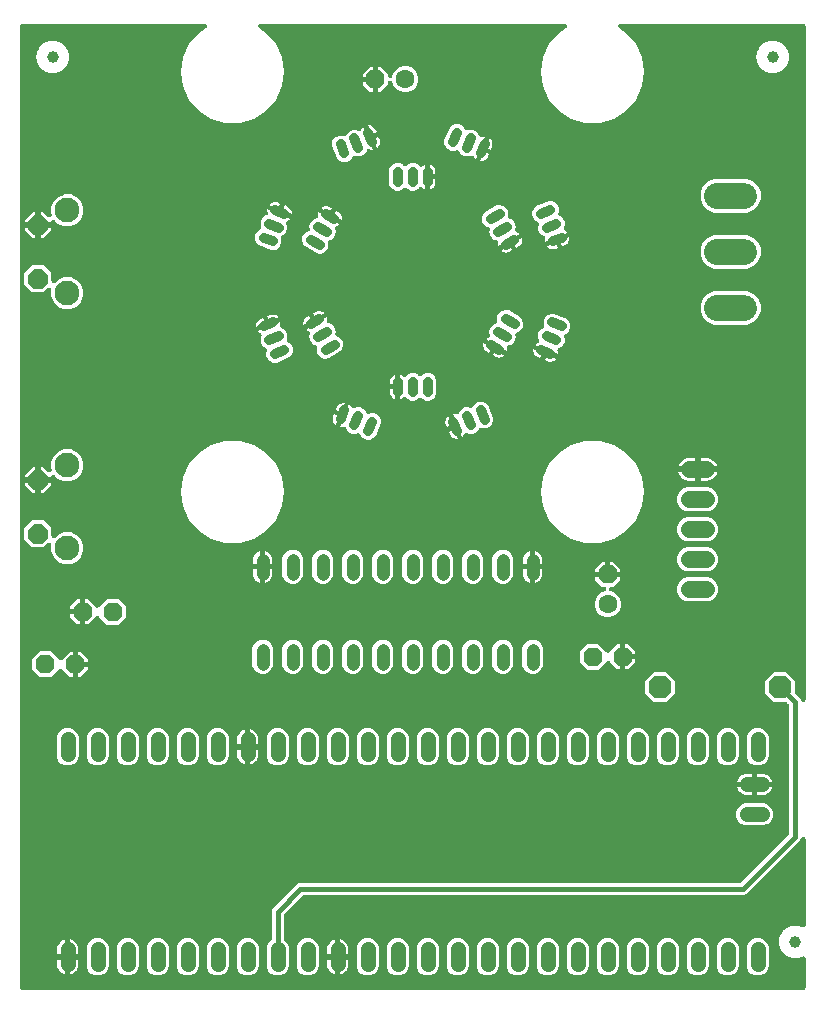
<source format=gbr>
G04 EAGLE Gerber RS-274X export*
G75*
%MOMM*%
%FSLAX34Y34*%
%LPD*%
%INBottom Copper*%
%IPPOS*%
%AMOC8*
5,1,8,0,0,1.08239X$1,22.5*%
G01*
%ADD10P,1.732040X8X22.500000*%
%ADD11P,1.732040X8X202.500000*%
%ADD12C,0.854800*%
%ADD13C,0.812800*%
%ADD14C,1.422400*%
%ADD15C,2.240281*%
%ADD16P,1.732040X8X112.500000*%
%ADD17C,1.600200*%
%ADD18P,2.089446X8X202.500000*%
%ADD19C,1.137919*%
%ADD20P,1.814519X8X292.500000*%
%ADD21C,2.098038*%
%ADD22C,1.000000*%
%ADD23C,1.260000*%
%ADD24C,0.406400*%

G36*
X673626Y10163D02*
X673626Y10163D01*
X673644Y10161D01*
X673826Y10182D01*
X674009Y10201D01*
X674026Y10206D01*
X674043Y10208D01*
X674218Y10265D01*
X674394Y10319D01*
X674409Y10327D01*
X674426Y10333D01*
X674586Y10423D01*
X674748Y10511D01*
X674761Y10522D01*
X674777Y10531D01*
X674916Y10651D01*
X675057Y10768D01*
X675068Y10782D01*
X675082Y10794D01*
X675194Y10939D01*
X675309Y11082D01*
X675317Y11098D01*
X675328Y11112D01*
X675410Y11277D01*
X675495Y11439D01*
X675500Y11456D01*
X675508Y11472D01*
X675555Y11651D01*
X675606Y11826D01*
X675608Y11844D01*
X675612Y11861D01*
X675639Y12192D01*
X675639Y36408D01*
X675631Y36489D01*
X675633Y36572D01*
X675611Y36689D01*
X675599Y36808D01*
X675575Y36887D01*
X675561Y36968D01*
X675516Y37079D01*
X675481Y37193D01*
X675442Y37266D01*
X675412Y37342D01*
X675346Y37442D01*
X675289Y37547D01*
X675237Y37610D01*
X675192Y37679D01*
X675108Y37765D01*
X675032Y37856D01*
X674968Y37908D01*
X674910Y37967D01*
X674811Y38034D01*
X674718Y38109D01*
X674645Y38147D01*
X674577Y38193D01*
X674467Y38239D01*
X674361Y38294D01*
X674282Y38317D01*
X674206Y38349D01*
X674089Y38373D01*
X673974Y38406D01*
X673892Y38412D01*
X673811Y38429D01*
X673692Y38429D01*
X673572Y38439D01*
X673491Y38429D01*
X673409Y38429D01*
X673258Y38402D01*
X673173Y38392D01*
X673134Y38379D01*
X673082Y38370D01*
X672952Y38335D01*
X672776Y38268D01*
X672599Y38204D01*
X672586Y38197D01*
X672575Y38192D01*
X672569Y38189D01*
X672512Y38189D01*
X672349Y38159D01*
X672262Y38148D01*
X672229Y38137D01*
X672185Y38129D01*
X671607Y37974D01*
X671596Y37970D01*
X671585Y37968D01*
X671274Y37853D01*
X670731Y37600D01*
X670666Y37561D01*
X670597Y37531D01*
X670494Y37459D01*
X670385Y37395D01*
X670380Y37390D01*
X670323Y37380D01*
X670309Y37375D01*
X670298Y37373D01*
X670291Y37370D01*
X670234Y37380D01*
X670069Y37379D01*
X669982Y37383D01*
X669947Y37378D01*
X669902Y37378D01*
X669306Y37326D01*
X669295Y37324D01*
X669283Y37324D01*
X668957Y37264D01*
X668379Y37109D01*
X668308Y37083D01*
X668234Y37065D01*
X668120Y37012D01*
X668002Y36967D01*
X667996Y36963D01*
X667938Y36963D01*
X667923Y36961D01*
X667912Y36960D01*
X667905Y36959D01*
X667851Y36979D01*
X667688Y37006D01*
X667603Y37026D01*
X667568Y37027D01*
X667524Y37035D01*
X666927Y37087D01*
X666916Y37087D01*
X666905Y37089D01*
X666573Y37087D01*
X665976Y37035D01*
X665902Y37020D01*
X665827Y37016D01*
X665705Y36983D01*
X665581Y36960D01*
X665574Y36957D01*
X665518Y36967D01*
X665503Y36967D01*
X665491Y36969D01*
X665484Y36969D01*
X665434Y36998D01*
X665278Y37053D01*
X665198Y37087D01*
X665164Y37094D01*
X665121Y37109D01*
X664543Y37264D01*
X664532Y37266D01*
X664521Y37270D01*
X664194Y37326D01*
X663598Y37378D01*
X663522Y37377D01*
X663447Y37386D01*
X663321Y37375D01*
X663195Y37373D01*
X663188Y37372D01*
X663134Y37391D01*
X663119Y37394D01*
X663108Y37398D01*
X663101Y37399D01*
X663057Y37436D01*
X662914Y37518D01*
X662840Y37565D01*
X662808Y37578D01*
X662769Y37600D01*
X662226Y37853D01*
X662216Y37857D01*
X662206Y37863D01*
X661893Y37974D01*
X661315Y38129D01*
X661240Y38141D01*
X661168Y38163D01*
X661042Y38174D01*
X660918Y38194D01*
X660910Y38194D01*
X660861Y38223D01*
X660847Y38228D01*
X660837Y38234D01*
X660830Y38236D01*
X660793Y38280D01*
X660666Y38385D01*
X660602Y38445D01*
X660572Y38463D01*
X660537Y38492D01*
X660047Y38835D01*
X660037Y38841D01*
X660028Y38848D01*
X659740Y39013D01*
X659197Y39266D01*
X659126Y39291D01*
X659058Y39324D01*
X658936Y39357D01*
X658817Y39399D01*
X658810Y39400D01*
X658766Y39437D01*
X658753Y39444D01*
X658744Y39452D01*
X658738Y39455D01*
X658709Y39505D01*
X658602Y39631D01*
X658550Y39700D01*
X658523Y39724D01*
X658494Y39758D01*
X658071Y40181D01*
X658062Y40188D01*
X658055Y40197D01*
X657800Y40409D01*
X657309Y40752D01*
X657243Y40789D01*
X657183Y40834D01*
X657068Y40887D01*
X656958Y40949D01*
X656951Y40952D01*
X656914Y40996D01*
X656903Y41005D01*
X656895Y41014D01*
X656889Y41019D01*
X656870Y41073D01*
X656786Y41215D01*
X656747Y41293D01*
X656725Y41320D01*
X656702Y41359D01*
X656359Y41850D01*
X656352Y41858D01*
X656346Y41868D01*
X656131Y42121D01*
X655708Y42544D01*
X655649Y42592D01*
X655597Y42647D01*
X655494Y42719D01*
X655396Y42799D01*
X655390Y42803D01*
X655361Y42853D01*
X655352Y42864D01*
X655346Y42874D01*
X655341Y42879D01*
X655331Y42936D01*
X655273Y43091D01*
X655248Y43174D01*
X655231Y43205D01*
X655215Y43247D01*
X654962Y43790D01*
X654957Y43799D01*
X654953Y43810D01*
X654786Y44097D01*
X654442Y44587D01*
X654393Y44644D01*
X654351Y44708D01*
X654262Y44797D01*
X654179Y44893D01*
X654174Y44897D01*
X654154Y44951D01*
X654147Y44964D01*
X654143Y44975D01*
X654139Y44981D01*
X654139Y45038D01*
X654109Y45201D01*
X654098Y45288D01*
X654087Y45321D01*
X654079Y45365D01*
X653924Y45943D01*
X653920Y45954D01*
X653918Y45965D01*
X653803Y46276D01*
X653550Y46819D01*
X653511Y46884D01*
X653481Y46953D01*
X653409Y47056D01*
X653345Y47165D01*
X653340Y47170D01*
X653330Y47227D01*
X653325Y47241D01*
X653323Y47252D01*
X653320Y47259D01*
X653330Y47316D01*
X653329Y47481D01*
X653333Y47568D01*
X653328Y47603D01*
X653328Y47648D01*
X653276Y48244D01*
X653274Y48256D01*
X653274Y48267D01*
X653214Y48593D01*
X653059Y49171D01*
X653033Y49242D01*
X653015Y49316D01*
X652962Y49430D01*
X652917Y49548D01*
X652913Y49554D01*
X652913Y49612D01*
X652911Y49627D01*
X652910Y49638D01*
X652909Y49645D01*
X652929Y49699D01*
X652956Y49862D01*
X652976Y49947D01*
X652977Y49982D01*
X652985Y50026D01*
X653037Y50623D01*
X653037Y50634D01*
X653039Y50645D01*
X653038Y50760D01*
X653043Y50821D01*
X653037Y50869D01*
X653037Y50977D01*
X652985Y51574D01*
X652970Y51648D01*
X652966Y51723D01*
X652933Y51845D01*
X652910Y51969D01*
X652907Y51976D01*
X652917Y52032D01*
X652917Y52047D01*
X652919Y52059D01*
X652919Y52066D01*
X652948Y52116D01*
X653003Y52272D01*
X653037Y52352D01*
X653044Y52386D01*
X653059Y52429D01*
X653214Y53007D01*
X653216Y53018D01*
X653220Y53029D01*
X653276Y53356D01*
X653328Y53952D01*
X653327Y54028D01*
X653336Y54103D01*
X653325Y54229D01*
X653323Y54355D01*
X653322Y54362D01*
X653341Y54416D01*
X653344Y54431D01*
X653348Y54442D01*
X653349Y54449D01*
X653386Y54493D01*
X653468Y54636D01*
X653515Y54710D01*
X653528Y54742D01*
X653550Y54781D01*
X653803Y55324D01*
X653807Y55334D01*
X653813Y55344D01*
X653924Y55657D01*
X654079Y56235D01*
X654091Y56310D01*
X654113Y56382D01*
X654124Y56508D01*
X654144Y56632D01*
X654144Y56640D01*
X654173Y56689D01*
X654178Y56703D01*
X654184Y56713D01*
X654186Y56720D01*
X654230Y56757D01*
X654335Y56884D01*
X654395Y56948D01*
X654413Y56978D01*
X654442Y57013D01*
X654786Y57503D01*
X654791Y57513D01*
X654798Y57522D01*
X654962Y57810D01*
X655215Y58353D01*
X655240Y58424D01*
X655274Y58492D01*
X655307Y58613D01*
X655349Y58733D01*
X655350Y58740D01*
X655387Y58784D01*
X655394Y58797D01*
X655402Y58806D01*
X655405Y58812D01*
X655455Y58841D01*
X655581Y58948D01*
X655650Y59000D01*
X655674Y59027D01*
X655708Y59056D01*
X656131Y59479D01*
X656138Y59488D01*
X656147Y59495D01*
X656359Y59750D01*
X656702Y60241D01*
X656739Y60307D01*
X656784Y60367D01*
X656837Y60482D01*
X656899Y60592D01*
X656902Y60599D01*
X656946Y60636D01*
X656955Y60647D01*
X656964Y60655D01*
X656969Y60661D01*
X657023Y60680D01*
X657165Y60764D01*
X657243Y60803D01*
X657270Y60825D01*
X657309Y60848D01*
X657800Y61191D01*
X657808Y61198D01*
X657818Y61204D01*
X658071Y61419D01*
X658494Y61842D01*
X658542Y61901D01*
X658597Y61953D01*
X658669Y62056D01*
X658749Y62154D01*
X658753Y62160D01*
X658803Y62189D01*
X658814Y62198D01*
X658824Y62204D01*
X658829Y62209D01*
X658886Y62219D01*
X659041Y62277D01*
X659124Y62302D01*
X659155Y62319D01*
X659197Y62335D01*
X659740Y62588D01*
X659749Y62593D01*
X659760Y62597D01*
X660047Y62764D01*
X660537Y63108D01*
X660594Y63157D01*
X660658Y63199D01*
X660747Y63288D01*
X660843Y63371D01*
X660847Y63376D01*
X660901Y63396D01*
X660914Y63403D01*
X660925Y63407D01*
X660931Y63411D01*
X660989Y63411D01*
X661151Y63441D01*
X661238Y63452D01*
X661271Y63463D01*
X661315Y63471D01*
X661893Y63626D01*
X661904Y63630D01*
X661915Y63632D01*
X662226Y63747D01*
X662769Y64000D01*
X662834Y64039D01*
X662903Y64069D01*
X663006Y64141D01*
X663115Y64205D01*
X663120Y64210D01*
X663177Y64220D01*
X663191Y64225D01*
X663202Y64227D01*
X663209Y64230D01*
X663266Y64220D01*
X663431Y64221D01*
X663518Y64217D01*
X663553Y64222D01*
X663598Y64222D01*
X664194Y64274D01*
X664206Y64276D01*
X664217Y64276D01*
X664543Y64336D01*
X665121Y64491D01*
X665192Y64517D01*
X665266Y64535D01*
X665380Y64588D01*
X665498Y64633D01*
X665504Y64637D01*
X665562Y64637D01*
X665576Y64639D01*
X665588Y64640D01*
X665595Y64641D01*
X665649Y64621D01*
X665812Y64594D01*
X665897Y64574D01*
X665932Y64573D01*
X665977Y64565D01*
X666573Y64513D01*
X666584Y64513D01*
X666595Y64511D01*
X666927Y64513D01*
X667524Y64565D01*
X667598Y64580D01*
X667673Y64584D01*
X667795Y64617D01*
X667919Y64640D01*
X667926Y64643D01*
X667982Y64633D01*
X667997Y64633D01*
X668009Y64631D01*
X668016Y64631D01*
X668066Y64602D01*
X668222Y64547D01*
X668302Y64513D01*
X668336Y64506D01*
X668379Y64491D01*
X668957Y64336D01*
X668968Y64334D01*
X668979Y64330D01*
X669306Y64274D01*
X669902Y64222D01*
X669978Y64223D01*
X670053Y64214D01*
X670179Y64225D01*
X670305Y64227D01*
X670312Y64228D01*
X670366Y64209D01*
X670381Y64206D01*
X670392Y64202D01*
X670399Y64201D01*
X670443Y64164D01*
X670586Y64082D01*
X670660Y64035D01*
X670692Y64022D01*
X670731Y64000D01*
X671274Y63747D01*
X671284Y63743D01*
X671294Y63737D01*
X671607Y63626D01*
X672185Y63471D01*
X672260Y63459D01*
X672332Y63437D01*
X672458Y63426D01*
X672582Y63406D01*
X672590Y63406D01*
X672639Y63377D01*
X672653Y63372D01*
X672663Y63366D01*
X672726Y63346D01*
X672952Y63265D01*
X673082Y63230D01*
X673163Y63217D01*
X673242Y63194D01*
X673361Y63185D01*
X673479Y63165D01*
X673562Y63168D01*
X673644Y63161D01*
X673762Y63175D01*
X673882Y63180D01*
X673962Y63199D01*
X674043Y63208D01*
X674157Y63245D01*
X674273Y63273D01*
X674348Y63308D01*
X674426Y63333D01*
X674530Y63392D01*
X674639Y63442D01*
X674705Y63491D01*
X674777Y63531D01*
X674867Y63609D01*
X674964Y63680D01*
X675019Y63741D01*
X675082Y63794D01*
X675155Y63889D01*
X675236Y63977D01*
X675278Y64047D01*
X675328Y64112D01*
X675382Y64219D01*
X675443Y64322D01*
X675471Y64399D01*
X675508Y64473D01*
X675539Y64588D01*
X675579Y64701D01*
X675591Y64782D01*
X675612Y64862D01*
X675625Y65013D01*
X675637Y65099D01*
X675635Y65140D01*
X675639Y65192D01*
X675639Y137672D01*
X675639Y137677D01*
X675639Y137681D01*
X675619Y137875D01*
X675599Y138073D01*
X675598Y138077D01*
X675598Y138082D01*
X675539Y138269D01*
X675481Y138458D01*
X675479Y138462D01*
X675478Y138466D01*
X675382Y138641D01*
X675289Y138812D01*
X675287Y138815D01*
X675284Y138819D01*
X675156Y138972D01*
X675032Y139121D01*
X675028Y139124D01*
X675025Y139127D01*
X674870Y139251D01*
X674718Y139373D01*
X674714Y139375D01*
X674710Y139378D01*
X674532Y139470D01*
X674361Y139559D01*
X674356Y139560D01*
X674352Y139562D01*
X674159Y139617D01*
X673974Y139670D01*
X673969Y139671D01*
X673965Y139672D01*
X673769Y139687D01*
X673572Y139703D01*
X673568Y139703D01*
X673564Y139703D01*
X673370Y139679D01*
X673173Y139656D01*
X673168Y139655D01*
X673164Y139654D01*
X672979Y139593D01*
X672790Y139531D01*
X672786Y139529D01*
X672782Y139528D01*
X672613Y139431D01*
X672439Y139334D01*
X672436Y139331D01*
X672432Y139328D01*
X672283Y139199D01*
X672135Y139070D01*
X672132Y139067D01*
X672128Y139064D01*
X672006Y138905D01*
X671888Y138752D01*
X671886Y138748D01*
X671883Y138745D01*
X671731Y138450D01*
X671057Y136822D01*
X625178Y90943D01*
X623311Y90169D01*
X250596Y90169D01*
X250569Y90167D01*
X250543Y90169D01*
X250369Y90147D01*
X250195Y90129D01*
X250170Y90122D01*
X250143Y90118D01*
X249977Y90063D01*
X249810Y90011D01*
X249787Y89998D01*
X249761Y89990D01*
X249610Y89903D01*
X249456Y89819D01*
X249436Y89802D01*
X249413Y89789D01*
X249160Y89574D01*
X234276Y74690D01*
X234259Y74670D01*
X234238Y74652D01*
X234131Y74514D01*
X234021Y74379D01*
X234008Y74355D01*
X233992Y74334D01*
X233914Y74177D01*
X233832Y74023D01*
X233824Y73998D01*
X233812Y73974D01*
X233767Y73804D01*
X233717Y73637D01*
X233715Y73611D01*
X233708Y73585D01*
X233681Y73254D01*
X233681Y53382D01*
X233683Y53355D01*
X233681Y53328D01*
X233703Y53154D01*
X233721Y52981D01*
X233728Y52956D01*
X233732Y52929D01*
X233788Y52763D01*
X233839Y52596D01*
X233852Y52573D01*
X233860Y52547D01*
X233947Y52396D01*
X234031Y52242D01*
X234048Y52222D01*
X234061Y52198D01*
X234276Y51945D01*
X236525Y49696D01*
X237949Y46260D01*
X237949Y29940D01*
X236525Y26504D01*
X233896Y23875D01*
X230460Y22451D01*
X226740Y22451D01*
X223304Y23875D01*
X220675Y26504D01*
X219251Y29940D01*
X219251Y46260D01*
X220675Y49696D01*
X222924Y51945D01*
X222941Y51966D01*
X222962Y51984D01*
X223069Y52122D01*
X223179Y52257D01*
X223192Y52281D01*
X223208Y52302D01*
X223286Y52458D01*
X223368Y52613D01*
X223376Y52638D01*
X223388Y52662D01*
X223433Y52831D01*
X223483Y52999D01*
X223485Y53025D01*
X223492Y53051D01*
X223519Y53382D01*
X223519Y77211D01*
X224293Y79078D01*
X244772Y99557D01*
X246639Y100331D01*
X619354Y100331D01*
X619381Y100333D01*
X619407Y100331D01*
X619581Y100353D01*
X619755Y100371D01*
X619780Y100378D01*
X619807Y100382D01*
X619973Y100437D01*
X620140Y100489D01*
X620163Y100502D01*
X620189Y100510D01*
X620340Y100597D01*
X620494Y100681D01*
X620514Y100698D01*
X620537Y100711D01*
X620790Y100926D01*
X661074Y141210D01*
X661091Y141230D01*
X661112Y141248D01*
X661219Y141386D01*
X661329Y141521D01*
X661342Y141545D01*
X661358Y141566D01*
X661436Y141723D01*
X661518Y141877D01*
X661526Y141902D01*
X661538Y141926D01*
X661583Y142096D01*
X661633Y142263D01*
X661635Y142289D01*
X661642Y142315D01*
X661669Y142646D01*
X661669Y251054D01*
X661667Y251081D01*
X661669Y251107D01*
X661647Y251281D01*
X661629Y251455D01*
X661622Y251480D01*
X661618Y251507D01*
X661563Y251673D01*
X661511Y251840D01*
X661498Y251863D01*
X661490Y251889D01*
X661403Y252040D01*
X661319Y252194D01*
X661302Y252214D01*
X661289Y252237D01*
X661074Y252490D01*
X660160Y253404D01*
X660140Y253421D01*
X660122Y253442D01*
X659984Y253549D01*
X659849Y253659D01*
X659825Y253672D01*
X659804Y253688D01*
X659647Y253766D01*
X659493Y253848D01*
X659468Y253856D01*
X659444Y253868D01*
X659274Y253913D01*
X659107Y253963D01*
X659081Y253965D01*
X659055Y253972D01*
X658724Y253999D01*
X648789Y253999D01*
X641349Y261439D01*
X641349Y271961D01*
X648789Y279401D01*
X659311Y279401D01*
X666751Y271961D01*
X666751Y262026D01*
X666752Y262013D01*
X666751Y262000D01*
X666753Y261988D01*
X666751Y261973D01*
X666773Y261799D01*
X666791Y261625D01*
X666798Y261602D01*
X666798Y261600D01*
X666799Y261598D01*
X666802Y261573D01*
X666857Y261407D01*
X666909Y261240D01*
X666922Y261217D01*
X666930Y261191D01*
X667017Y261040D01*
X667101Y260886D01*
X667118Y260866D01*
X667131Y260843D01*
X667346Y260590D01*
X671057Y256878D01*
X671731Y255250D01*
X671733Y255246D01*
X671735Y255242D01*
X671828Y255069D01*
X671922Y254896D01*
X671924Y254892D01*
X671927Y254888D01*
X672052Y254738D01*
X672178Y254585D01*
X672181Y254582D01*
X672184Y254579D01*
X672335Y254457D01*
X672491Y254331D01*
X672495Y254329D01*
X672498Y254327D01*
X672670Y254237D01*
X672847Y254144D01*
X672851Y254143D01*
X672855Y254141D01*
X673043Y254087D01*
X673234Y254031D01*
X673238Y254031D01*
X673242Y254030D01*
X673440Y254013D01*
X673635Y253997D01*
X673639Y253997D01*
X673644Y253997D01*
X673839Y254020D01*
X674035Y254042D01*
X674039Y254043D01*
X674043Y254044D01*
X674231Y254105D01*
X674418Y254165D01*
X674422Y254167D01*
X674426Y254169D01*
X674599Y254266D01*
X674770Y254361D01*
X674773Y254364D01*
X674777Y254366D01*
X674925Y254495D01*
X675075Y254623D01*
X675078Y254627D01*
X675082Y254630D01*
X675202Y254784D01*
X675324Y254940D01*
X675326Y254944D01*
X675328Y254948D01*
X675416Y255124D01*
X675504Y255300D01*
X675506Y255304D01*
X675508Y255308D01*
X675559Y255499D01*
X675611Y255688D01*
X675611Y255693D01*
X675612Y255697D01*
X675639Y256028D01*
X675639Y826008D01*
X675637Y826026D01*
X675639Y826044D01*
X675618Y826226D01*
X675599Y826409D01*
X675594Y826426D01*
X675592Y826443D01*
X675535Y826618D01*
X675481Y826794D01*
X675473Y826809D01*
X675467Y826826D01*
X675377Y826986D01*
X675289Y827148D01*
X675278Y827161D01*
X675269Y827177D01*
X675149Y827316D01*
X675032Y827457D01*
X675018Y827468D01*
X675006Y827482D01*
X674861Y827594D01*
X674718Y827709D01*
X674702Y827717D01*
X674688Y827728D01*
X674523Y827810D01*
X674361Y827895D01*
X674344Y827900D01*
X674328Y827908D01*
X674149Y827955D01*
X673974Y828006D01*
X673956Y828008D01*
X673939Y828012D01*
X673608Y828039D01*
X518930Y828039D01*
X518906Y828037D01*
X518881Y828039D01*
X518705Y828017D01*
X518530Y827999D01*
X518506Y827992D01*
X518481Y827989D01*
X518314Y827933D01*
X518145Y827881D01*
X518123Y827869D01*
X518099Y827861D01*
X517946Y827774D01*
X517791Y827689D01*
X517772Y827674D01*
X517750Y827661D01*
X517617Y827544D01*
X517481Y827432D01*
X517466Y827412D01*
X517447Y827396D01*
X517340Y827255D01*
X517229Y827118D01*
X517218Y827096D01*
X517202Y827076D01*
X517125Y826917D01*
X517044Y826761D01*
X517037Y826737D01*
X517026Y826714D01*
X516981Y826544D01*
X516932Y826374D01*
X516930Y826349D01*
X516924Y826325D01*
X516914Y826149D01*
X516899Y825972D01*
X516902Y825948D01*
X516901Y825923D01*
X516926Y825748D01*
X516946Y825573D01*
X516954Y825549D01*
X516957Y825524D01*
X517016Y825358D01*
X517071Y825190D01*
X517083Y825168D01*
X517092Y825145D01*
X517182Y824993D01*
X517269Y824839D01*
X517285Y824820D01*
X517298Y824799D01*
X517417Y824668D01*
X517532Y824535D01*
X517552Y824519D01*
X517569Y824501D01*
X517832Y824299D01*
X523896Y820402D01*
X532036Y811009D01*
X537199Y799703D01*
X538968Y787400D01*
X537199Y775097D01*
X532036Y763791D01*
X523896Y754398D01*
X513440Y747678D01*
X501515Y744177D01*
X489085Y744177D01*
X477160Y747678D01*
X466704Y754398D01*
X458564Y763791D01*
X453401Y775097D01*
X451632Y787400D01*
X453401Y799703D01*
X458564Y811009D01*
X466704Y820402D01*
X472768Y824299D01*
X472788Y824315D01*
X472809Y824327D01*
X472945Y824439D01*
X473083Y824549D01*
X473099Y824568D01*
X473119Y824584D01*
X473229Y824722D01*
X473343Y824857D01*
X473355Y824879D01*
X473371Y824898D01*
X473452Y825054D01*
X473538Y825210D01*
X473545Y825233D01*
X473556Y825255D01*
X473605Y825425D01*
X473658Y825594D01*
X473661Y825618D01*
X473668Y825642D01*
X473682Y825819D01*
X473701Y825994D01*
X473699Y826019D01*
X473701Y826044D01*
X473680Y826219D01*
X473664Y826395D01*
X473657Y826419D01*
X473654Y826443D01*
X473599Y826612D01*
X473548Y826781D01*
X473537Y826802D01*
X473529Y826826D01*
X473442Y826980D01*
X473359Y827136D01*
X473343Y827155D01*
X473331Y827177D01*
X473215Y827311D01*
X473103Y827447D01*
X473084Y827463D01*
X473068Y827482D01*
X472928Y827590D01*
X472791Y827701D01*
X472769Y827713D01*
X472750Y827728D01*
X472592Y827807D01*
X472435Y827889D01*
X472412Y827897D01*
X472389Y827908D01*
X472218Y827954D01*
X472049Y828003D01*
X472025Y828006D01*
X472000Y828012D01*
X471670Y828039D01*
X214130Y828039D01*
X214106Y828037D01*
X214081Y828039D01*
X213905Y828017D01*
X213730Y827999D01*
X213706Y827992D01*
X213681Y827989D01*
X213514Y827933D01*
X213345Y827881D01*
X213323Y827869D01*
X213299Y827861D01*
X213146Y827774D01*
X212991Y827689D01*
X212972Y827674D01*
X212950Y827661D01*
X212817Y827544D01*
X212681Y827432D01*
X212666Y827412D01*
X212647Y827396D01*
X212540Y827255D01*
X212429Y827118D01*
X212418Y827096D01*
X212402Y827076D01*
X212325Y826917D01*
X212244Y826761D01*
X212237Y826737D01*
X212226Y826714D01*
X212181Y826544D01*
X212132Y826374D01*
X212130Y826349D01*
X212124Y826325D01*
X212114Y826149D01*
X212099Y825972D01*
X212102Y825948D01*
X212101Y825923D01*
X212126Y825748D01*
X212146Y825573D01*
X212154Y825549D01*
X212157Y825524D01*
X212216Y825358D01*
X212271Y825190D01*
X212283Y825168D01*
X212292Y825145D01*
X212382Y824993D01*
X212469Y824839D01*
X212485Y824820D01*
X212498Y824799D01*
X212617Y824668D01*
X212732Y824535D01*
X212752Y824519D01*
X212769Y824501D01*
X213032Y824299D01*
X219096Y820402D01*
X227236Y811009D01*
X232399Y799703D01*
X234168Y787400D01*
X232399Y775097D01*
X227236Y763791D01*
X219096Y754398D01*
X208640Y747678D01*
X196715Y744177D01*
X184285Y744177D01*
X172360Y747678D01*
X161904Y754398D01*
X153764Y763791D01*
X148601Y775097D01*
X146832Y787400D01*
X148601Y799703D01*
X153764Y811009D01*
X161904Y820402D01*
X167968Y824299D01*
X167988Y824315D01*
X168009Y824327D01*
X168145Y824439D01*
X168283Y824549D01*
X168299Y824568D01*
X168319Y824584D01*
X168429Y824722D01*
X168543Y824857D01*
X168555Y824879D01*
X168571Y824898D01*
X168652Y825054D01*
X168738Y825210D01*
X168745Y825233D01*
X168756Y825255D01*
X168805Y825425D01*
X168858Y825594D01*
X168861Y825618D01*
X168868Y825642D01*
X168882Y825819D01*
X168901Y825994D01*
X168899Y826019D01*
X168901Y826044D01*
X168880Y826219D01*
X168864Y826395D01*
X168857Y826419D01*
X168854Y826443D01*
X168799Y826612D01*
X168748Y826781D01*
X168737Y826802D01*
X168729Y826826D01*
X168642Y826980D01*
X168559Y827136D01*
X168543Y827155D01*
X168531Y827177D01*
X168415Y827311D01*
X168303Y827447D01*
X168284Y827463D01*
X168268Y827482D01*
X168128Y827590D01*
X167991Y827701D01*
X167969Y827713D01*
X167950Y827728D01*
X167792Y827807D01*
X167635Y827889D01*
X167612Y827897D01*
X167589Y827908D01*
X167418Y827954D01*
X167249Y828003D01*
X167225Y828006D01*
X167200Y828012D01*
X166870Y828039D01*
X12192Y828039D01*
X12174Y828037D01*
X12156Y828039D01*
X11974Y828018D01*
X11791Y827999D01*
X11774Y827994D01*
X11757Y827992D01*
X11582Y827935D01*
X11406Y827881D01*
X11391Y827873D01*
X11374Y827867D01*
X11214Y827777D01*
X11052Y827689D01*
X11039Y827678D01*
X11023Y827669D01*
X10884Y827549D01*
X10743Y827432D01*
X10732Y827418D01*
X10718Y827406D01*
X10606Y827261D01*
X10491Y827118D01*
X10483Y827102D01*
X10472Y827088D01*
X10390Y826923D01*
X10305Y826761D01*
X10300Y826744D01*
X10292Y826728D01*
X10245Y826549D01*
X10194Y826374D01*
X10192Y826356D01*
X10188Y826339D01*
X10161Y826008D01*
X10161Y12192D01*
X10163Y12174D01*
X10161Y12156D01*
X10182Y11974D01*
X10201Y11791D01*
X10206Y11774D01*
X10208Y11757D01*
X10265Y11582D01*
X10319Y11406D01*
X10327Y11391D01*
X10333Y11374D01*
X10423Y11214D01*
X10511Y11052D01*
X10522Y11039D01*
X10531Y11023D01*
X10651Y10884D01*
X10768Y10743D01*
X10782Y10732D01*
X10794Y10718D01*
X10939Y10606D01*
X11082Y10491D01*
X11098Y10483D01*
X11112Y10472D01*
X11277Y10390D01*
X11439Y10305D01*
X11456Y10300D01*
X11472Y10292D01*
X11651Y10245D01*
X11826Y10194D01*
X11844Y10192D01*
X11861Y10188D01*
X12192Y10161D01*
X673608Y10161D01*
X673626Y10163D01*
G37*
%LPC*%
G36*
X184285Y388577D02*
X184285Y388577D01*
X172360Y392078D01*
X161904Y398798D01*
X153764Y408191D01*
X148601Y419497D01*
X146832Y431800D01*
X148601Y444103D01*
X153764Y455409D01*
X161904Y464802D01*
X172360Y471522D01*
X184285Y475023D01*
X196715Y475023D01*
X208640Y471522D01*
X219096Y464802D01*
X227236Y455409D01*
X232399Y444103D01*
X234168Y431800D01*
X232399Y419497D01*
X227236Y408191D01*
X219096Y398798D01*
X208640Y392078D01*
X196715Y388577D01*
X184285Y388577D01*
G37*
%LPD*%
%LPC*%
G36*
X489085Y388577D02*
X489085Y388577D01*
X477160Y392078D01*
X466704Y398798D01*
X458564Y408191D01*
X453401Y419497D01*
X451632Y431800D01*
X453401Y444103D01*
X458564Y455409D01*
X466704Y464802D01*
X477160Y471522D01*
X489085Y475023D01*
X501515Y475023D01*
X513440Y471522D01*
X523896Y464802D01*
X532036Y455409D01*
X537199Y444103D01*
X538968Y431800D01*
X537199Y419497D01*
X532036Y408191D01*
X523896Y398798D01*
X513440Y392078D01*
X501515Y388577D01*
X489085Y388577D01*
G37*
%LPD*%
%LPC*%
G36*
X598104Y668248D02*
X598104Y668248D01*
X592867Y670417D01*
X588858Y674426D01*
X586688Y679663D01*
X586688Y685333D01*
X588858Y690570D01*
X592867Y694579D01*
X598104Y696748D01*
X626176Y696748D01*
X631413Y694579D01*
X635422Y690570D01*
X637592Y685333D01*
X637592Y679663D01*
X635422Y674426D01*
X631413Y670417D01*
X626176Y668248D01*
X598104Y668248D01*
G37*
%LPD*%
%LPC*%
G36*
X598104Y620750D02*
X598104Y620750D01*
X592867Y622919D01*
X588858Y626928D01*
X586688Y632165D01*
X586688Y637835D01*
X588858Y643072D01*
X592867Y647081D01*
X598104Y649250D01*
X626176Y649250D01*
X631413Y647081D01*
X635422Y643072D01*
X637592Y637835D01*
X637592Y632165D01*
X635422Y626928D01*
X631413Y622919D01*
X627767Y621409D01*
X626176Y620750D01*
X598104Y620750D01*
G37*
%LPD*%
%LPC*%
G36*
X598104Y573252D02*
X598104Y573252D01*
X592867Y575421D01*
X588858Y579430D01*
X586688Y584667D01*
X586688Y590337D01*
X588858Y595574D01*
X592867Y599583D01*
X598104Y601752D01*
X626176Y601752D01*
X631413Y599583D01*
X635422Y595574D01*
X637592Y590337D01*
X637592Y584667D01*
X635422Y579430D01*
X631413Y575421D01*
X629649Y574690D01*
X629648Y574690D01*
X626176Y573252D01*
X598104Y573252D01*
G37*
%LPD*%
%LPC*%
G36*
X47853Y586409D02*
X47853Y586409D01*
X42877Y588470D01*
X39068Y592279D01*
X37007Y597255D01*
X37007Y602678D01*
X37006Y602687D01*
X37007Y602696D01*
X36986Y602887D01*
X36967Y603078D01*
X36965Y603087D01*
X36964Y603096D01*
X36906Y603278D01*
X36849Y603463D01*
X36845Y603471D01*
X36842Y603480D01*
X36749Y603648D01*
X36657Y603817D01*
X36652Y603824D01*
X36647Y603832D01*
X36523Y603979D01*
X36400Y604127D01*
X36393Y604132D01*
X36387Y604139D01*
X36236Y604258D01*
X36086Y604379D01*
X36078Y604383D01*
X36071Y604389D01*
X35898Y604476D01*
X35728Y604564D01*
X35720Y604567D01*
X35712Y604571D01*
X35525Y604623D01*
X35342Y604676D01*
X35333Y604677D01*
X35324Y604679D01*
X35131Y604693D01*
X34940Y604709D01*
X34931Y604708D01*
X34923Y604708D01*
X34730Y604684D01*
X34540Y604662D01*
X34532Y604659D01*
X34523Y604658D01*
X34340Y604596D01*
X34158Y604537D01*
X34150Y604532D01*
X34141Y604530D01*
X33975Y604434D01*
X33807Y604339D01*
X33800Y604333D01*
X33793Y604329D01*
X33540Y604114D01*
X30389Y600963D01*
X20919Y600963D01*
X14223Y607659D01*
X14223Y617129D01*
X20919Y623825D01*
X30389Y623825D01*
X37085Y617129D01*
X37085Y610538D01*
X37086Y610529D01*
X37085Y610520D01*
X37106Y610328D01*
X37125Y610137D01*
X37127Y610128D01*
X37128Y610119D01*
X37186Y609937D01*
X37243Y609752D01*
X37247Y609744D01*
X37250Y609736D01*
X37343Y609567D01*
X37435Y609398D01*
X37440Y609391D01*
X37445Y609383D01*
X37569Y609236D01*
X37692Y609089D01*
X37699Y609083D01*
X37705Y609076D01*
X37856Y608957D01*
X38006Y608836D01*
X38014Y608832D01*
X38021Y608827D01*
X38194Y608739D01*
X38363Y608651D01*
X38372Y608648D01*
X38380Y608644D01*
X38566Y608592D01*
X38750Y608539D01*
X38759Y608539D01*
X38768Y608536D01*
X38961Y608522D01*
X39152Y608507D01*
X39160Y608508D01*
X39169Y608507D01*
X39362Y608531D01*
X39551Y608553D01*
X39560Y608556D01*
X39569Y608557D01*
X39752Y608619D01*
X39934Y608678D01*
X39942Y608683D01*
X39950Y608686D01*
X40116Y608781D01*
X40285Y608876D01*
X40292Y608882D01*
X40299Y608887D01*
X40552Y609101D01*
X42877Y611426D01*
X47853Y613487D01*
X53239Y613487D01*
X58215Y611426D01*
X62024Y607617D01*
X64085Y602641D01*
X64085Y597255D01*
X62024Y592279D01*
X58215Y588470D01*
X53239Y586409D01*
X47853Y586409D01*
G37*
%LPD*%
%LPC*%
G36*
X47853Y370509D02*
X47853Y370509D01*
X42877Y372570D01*
X39068Y376379D01*
X37007Y381355D01*
X37007Y386778D01*
X37006Y386787D01*
X37007Y386796D01*
X36986Y386987D01*
X36967Y387178D01*
X36965Y387187D01*
X36964Y387196D01*
X36906Y387378D01*
X36849Y387563D01*
X36845Y387571D01*
X36842Y387580D01*
X36749Y387748D01*
X36657Y387917D01*
X36652Y387924D01*
X36647Y387932D01*
X36523Y388079D01*
X36400Y388227D01*
X36393Y388232D01*
X36387Y388239D01*
X36236Y388358D01*
X36086Y388479D01*
X36078Y388483D01*
X36071Y388489D01*
X35898Y388576D01*
X35728Y388664D01*
X35720Y388667D01*
X35712Y388671D01*
X35525Y388723D01*
X35342Y388776D01*
X35333Y388777D01*
X35324Y388779D01*
X35131Y388793D01*
X34940Y388809D01*
X34931Y388808D01*
X34923Y388808D01*
X34730Y388784D01*
X34540Y388762D01*
X34532Y388759D01*
X34523Y388758D01*
X34340Y388696D01*
X34158Y388637D01*
X34150Y388632D01*
X34141Y388630D01*
X33975Y388534D01*
X33807Y388439D01*
X33800Y388433D01*
X33793Y388429D01*
X33540Y388214D01*
X30389Y385063D01*
X20919Y385063D01*
X14223Y391759D01*
X14223Y401229D01*
X20919Y407925D01*
X30389Y407925D01*
X37085Y401229D01*
X37085Y394638D01*
X37086Y394629D01*
X37085Y394620D01*
X37106Y394428D01*
X37125Y394237D01*
X37127Y394228D01*
X37128Y394219D01*
X37186Y394037D01*
X37243Y393852D01*
X37247Y393844D01*
X37250Y393836D01*
X37343Y393667D01*
X37435Y393498D01*
X37440Y393491D01*
X37445Y393483D01*
X37569Y393336D01*
X37692Y393189D01*
X37699Y393183D01*
X37705Y393176D01*
X37856Y393057D01*
X38006Y392936D01*
X38014Y392932D01*
X38021Y392927D01*
X38194Y392839D01*
X38363Y392751D01*
X38372Y392748D01*
X38380Y392744D01*
X38566Y392692D01*
X38750Y392639D01*
X38759Y392639D01*
X38768Y392636D01*
X38961Y392622D01*
X39152Y392607D01*
X39160Y392608D01*
X39169Y392607D01*
X39362Y392631D01*
X39551Y392653D01*
X39560Y392656D01*
X39569Y392657D01*
X39752Y392719D01*
X39934Y392778D01*
X39942Y392783D01*
X39950Y392786D01*
X40116Y392881D01*
X40285Y392976D01*
X40292Y392982D01*
X40299Y392987D01*
X40552Y393201D01*
X42877Y395526D01*
X44640Y396256D01*
X47853Y397587D01*
X53239Y397587D01*
X58215Y395526D01*
X62024Y391717D01*
X64085Y386741D01*
X64085Y381355D01*
X62024Y376379D01*
X58215Y372570D01*
X55789Y371565D01*
X53239Y370509D01*
X47853Y370509D01*
G37*
%LPD*%
%LPC*%
G36*
X47853Y440613D02*
X47853Y440613D01*
X42877Y442674D01*
X40044Y445507D01*
X40037Y445512D01*
X40032Y445519D01*
X39882Y445640D01*
X39733Y445762D01*
X39725Y445766D01*
X39718Y445772D01*
X39548Y445860D01*
X39377Y445950D01*
X39368Y445953D01*
X39361Y445957D01*
X39176Y446010D01*
X38991Y446065D01*
X38982Y446066D01*
X38974Y446069D01*
X38783Y446084D01*
X38590Y446102D01*
X38581Y446101D01*
X38572Y446101D01*
X38383Y446079D01*
X38190Y446058D01*
X38181Y446056D01*
X38173Y446055D01*
X37991Y445995D01*
X37806Y445937D01*
X37798Y445932D01*
X37790Y445930D01*
X37621Y445835D01*
X37454Y445742D01*
X37447Y445736D01*
X37439Y445732D01*
X37293Y445606D01*
X37147Y445481D01*
X37141Y445474D01*
X37134Y445469D01*
X37017Y445317D01*
X36897Y445166D01*
X36893Y445158D01*
X36888Y445151D01*
X36802Y444978D01*
X36715Y444807D01*
X36712Y444798D01*
X36708Y444790D01*
X36658Y444604D01*
X36607Y444419D01*
X36606Y444410D01*
X36604Y444401D01*
X36591Y444245D01*
X28193Y444245D01*
X28193Y452629D01*
X30178Y452629D01*
X33788Y449019D01*
X33791Y449016D01*
X33794Y449013D01*
X33948Y448888D01*
X34099Y448764D01*
X34103Y448762D01*
X34107Y448759D01*
X34283Y448667D01*
X34455Y448576D01*
X34459Y448574D01*
X34463Y448572D01*
X34653Y448517D01*
X34841Y448461D01*
X34845Y448460D01*
X34850Y448459D01*
X35042Y448443D01*
X35242Y448424D01*
X35246Y448425D01*
X35251Y448425D01*
X35441Y448446D01*
X35642Y448468D01*
X35646Y448469D01*
X35651Y448470D01*
X35834Y448528D01*
X36026Y448589D01*
X36030Y448592D01*
X36034Y448593D01*
X36207Y448689D01*
X36378Y448784D01*
X36382Y448787D01*
X36386Y448789D01*
X36536Y448918D01*
X36685Y449045D01*
X36688Y449048D01*
X36691Y449051D01*
X36813Y449207D01*
X36935Y449361D01*
X36937Y449365D01*
X36940Y449368D01*
X37029Y449545D01*
X37117Y449719D01*
X37118Y449724D01*
X37120Y449728D01*
X37172Y449915D01*
X37225Y450107D01*
X37226Y450112D01*
X37227Y450116D01*
X37240Y450312D01*
X37255Y450509D01*
X37254Y450513D01*
X37254Y450518D01*
X37229Y450714D01*
X37204Y450908D01*
X37203Y450913D01*
X37202Y450917D01*
X37101Y451233D01*
X37007Y451459D01*
X37007Y456845D01*
X39068Y461821D01*
X42877Y465630D01*
X47853Y467691D01*
X53239Y467691D01*
X58215Y465630D01*
X62024Y461821D01*
X64085Y456845D01*
X64085Y451459D01*
X62024Y446483D01*
X58215Y442674D01*
X53239Y440613D01*
X47853Y440613D01*
G37*
%LPD*%
%LPC*%
G36*
X47853Y656513D02*
X47853Y656513D01*
X42877Y658574D01*
X40044Y661407D01*
X40037Y661412D01*
X40032Y661419D01*
X39882Y661540D01*
X39733Y661662D01*
X39725Y661666D01*
X39718Y661672D01*
X39548Y661760D01*
X39377Y661850D01*
X39368Y661853D01*
X39361Y661857D01*
X39176Y661910D01*
X38991Y661965D01*
X38982Y661966D01*
X38974Y661969D01*
X38783Y661984D01*
X38590Y662002D01*
X38581Y662001D01*
X38572Y662001D01*
X38383Y661979D01*
X38190Y661958D01*
X38181Y661956D01*
X38173Y661955D01*
X37991Y661895D01*
X37806Y661837D01*
X37798Y661832D01*
X37790Y661830D01*
X37621Y661735D01*
X37454Y661642D01*
X37447Y661636D01*
X37439Y661632D01*
X37293Y661506D01*
X37147Y661381D01*
X37141Y661374D01*
X37134Y661369D01*
X37017Y661217D01*
X36897Y661066D01*
X36893Y661058D01*
X36888Y661051D01*
X36802Y660878D01*
X36715Y660707D01*
X36712Y660698D01*
X36708Y660690D01*
X36658Y660504D01*
X36607Y660319D01*
X36606Y660310D01*
X36604Y660301D01*
X36591Y660145D01*
X28193Y660145D01*
X28193Y668529D01*
X30178Y668529D01*
X33788Y664919D01*
X33791Y664916D01*
X33794Y664913D01*
X33948Y664788D01*
X34099Y664664D01*
X34103Y664662D01*
X34107Y664659D01*
X34283Y664567D01*
X34455Y664476D01*
X34459Y664474D01*
X34463Y664472D01*
X34653Y664417D01*
X34841Y664361D01*
X34845Y664360D01*
X34850Y664359D01*
X35042Y664343D01*
X35242Y664324D01*
X35246Y664325D01*
X35251Y664325D01*
X35441Y664346D01*
X35642Y664368D01*
X35646Y664369D01*
X35651Y664370D01*
X35834Y664428D01*
X36026Y664489D01*
X36030Y664492D01*
X36034Y664493D01*
X36206Y664589D01*
X36378Y664684D01*
X36382Y664687D01*
X36386Y664689D01*
X36537Y664819D01*
X36685Y664945D01*
X36688Y664948D01*
X36691Y664951D01*
X36813Y665107D01*
X36935Y665261D01*
X36937Y665265D01*
X36940Y665268D01*
X37029Y665445D01*
X37117Y665619D01*
X37118Y665624D01*
X37120Y665628D01*
X37172Y665814D01*
X37225Y666007D01*
X37226Y666012D01*
X37227Y666016D01*
X37240Y666212D01*
X37255Y666409D01*
X37254Y666413D01*
X37254Y666418D01*
X37229Y666614D01*
X37204Y666808D01*
X37203Y666813D01*
X37202Y666817D01*
X37101Y667133D01*
X37007Y667359D01*
X37007Y672745D01*
X39068Y677721D01*
X42877Y681530D01*
X45611Y682662D01*
X45612Y682663D01*
X47853Y683591D01*
X53239Y683591D01*
X58215Y681530D01*
X62024Y677721D01*
X64085Y672745D01*
X64085Y667359D01*
X62024Y662383D01*
X58215Y658574D01*
X53239Y656513D01*
X47853Y656513D01*
G37*
%LPD*%
%LPC*%
G36*
X341443Y509103D02*
X341443Y509103D01*
X338752Y510218D01*
X337374Y511597D01*
X337360Y511608D01*
X337348Y511622D01*
X337205Y511735D01*
X337062Y511852D01*
X337046Y511860D01*
X337032Y511871D01*
X336869Y511954D01*
X336706Y512040D01*
X336689Y512045D01*
X336673Y512053D01*
X336497Y512102D01*
X336321Y512155D01*
X336303Y512157D01*
X336285Y512161D01*
X336104Y512175D01*
X335920Y512191D01*
X335902Y512189D01*
X335884Y512191D01*
X335703Y512168D01*
X335519Y512148D01*
X335502Y512143D01*
X335484Y512140D01*
X335310Y512082D01*
X335135Y512026D01*
X335120Y512018D01*
X335103Y512012D01*
X334944Y511921D01*
X334783Y511832D01*
X334769Y511820D01*
X334754Y511811D01*
X334501Y511596D01*
X334410Y511506D01*
X333328Y510783D01*
X332231Y510329D01*
X332231Y520700D01*
X332231Y531071D01*
X333328Y530617D01*
X334410Y529894D01*
X334501Y529804D01*
X334515Y529792D01*
X334526Y529779D01*
X334671Y529665D01*
X334812Y529548D01*
X334828Y529540D01*
X334842Y529529D01*
X335005Y529446D01*
X335168Y529360D01*
X335185Y529355D01*
X335201Y529347D01*
X335378Y529297D01*
X335554Y529245D01*
X335572Y529243D01*
X335589Y529239D01*
X335772Y529225D01*
X335955Y529209D01*
X335973Y529211D01*
X335991Y529209D01*
X336174Y529232D01*
X336355Y529252D01*
X336372Y529257D01*
X336390Y529260D01*
X336565Y529318D01*
X336739Y529373D01*
X336755Y529382D01*
X336772Y529388D01*
X336930Y529479D01*
X337091Y529568D01*
X337105Y529580D01*
X337121Y529589D01*
X337374Y529803D01*
X338752Y531182D01*
X341443Y532297D01*
X344357Y532297D01*
X347048Y531182D01*
X347814Y530416D01*
X347828Y530405D01*
X347839Y530391D01*
X347983Y530278D01*
X348125Y530161D01*
X348141Y530153D01*
X348155Y530142D01*
X348319Y530059D01*
X348481Y529973D01*
X348498Y529967D01*
X348514Y529959D01*
X348691Y529910D01*
X348867Y529858D01*
X348885Y529856D01*
X348902Y529851D01*
X349085Y529838D01*
X349268Y529821D01*
X349286Y529823D01*
X349303Y529822D01*
X349485Y529845D01*
X349668Y529865D01*
X349685Y529870D01*
X349703Y529872D01*
X349876Y529930D01*
X350052Y529986D01*
X350068Y529995D01*
X350084Y530001D01*
X350243Y530092D01*
X350404Y530181D01*
X350418Y530193D01*
X350433Y530202D01*
X350686Y530416D01*
X351452Y531182D01*
X354143Y532297D01*
X357057Y532297D01*
X359748Y531182D01*
X361808Y529122D01*
X362923Y526431D01*
X362923Y514969D01*
X361808Y512278D01*
X359748Y510218D01*
X357057Y509103D01*
X354143Y509103D01*
X351452Y510218D01*
X350686Y510984D01*
X350673Y510995D01*
X350661Y511009D01*
X350517Y511122D01*
X350375Y511239D01*
X350359Y511247D01*
X350345Y511258D01*
X350181Y511341D01*
X350019Y511427D01*
X350002Y511433D01*
X349986Y511441D01*
X349809Y511490D01*
X349633Y511542D01*
X349615Y511544D01*
X349598Y511549D01*
X349415Y511562D01*
X349232Y511579D01*
X349214Y511577D01*
X349197Y511578D01*
X349015Y511555D01*
X348832Y511535D01*
X348815Y511530D01*
X348797Y511528D01*
X348624Y511469D01*
X348448Y511414D01*
X348432Y511405D01*
X348416Y511399D01*
X348257Y511308D01*
X348096Y511219D01*
X348082Y511207D01*
X348067Y511198D01*
X347814Y510984D01*
X347048Y510218D01*
X344357Y509103D01*
X341443Y509103D01*
G37*
%LPD*%
%LPC*%
G36*
X380669Y488042D02*
X380669Y488042D01*
X380668Y488042D01*
X380668Y488043D01*
X376699Y497624D01*
X377887Y497624D01*
X379163Y497370D01*
X379282Y497321D01*
X379299Y497316D01*
X379315Y497308D01*
X379491Y497258D01*
X379667Y497205D01*
X379685Y497203D01*
X379702Y497198D01*
X379885Y497184D01*
X380068Y497167D01*
X380086Y497169D01*
X380103Y497167D01*
X380285Y497189D01*
X380468Y497208D01*
X380485Y497214D01*
X380503Y497216D01*
X380677Y497273D01*
X380853Y497328D01*
X380868Y497337D01*
X380885Y497342D01*
X381044Y497433D01*
X381206Y497521D01*
X381219Y497533D01*
X381235Y497542D01*
X381373Y497662D01*
X381514Y497781D01*
X381525Y497795D01*
X381538Y497806D01*
X381650Y497952D01*
X381765Y498095D01*
X381773Y498111D01*
X381784Y498125D01*
X381936Y498421D01*
X382682Y500222D01*
X384741Y502282D01*
X387433Y503396D01*
X390346Y503396D01*
X391346Y502982D01*
X391364Y502977D01*
X391379Y502969D01*
X391556Y502919D01*
X391732Y502866D01*
X391750Y502864D01*
X391767Y502859D01*
X391950Y502845D01*
X392133Y502827D01*
X392150Y502829D01*
X392168Y502828D01*
X392350Y502850D01*
X392533Y502869D01*
X392550Y502874D01*
X392568Y502876D01*
X392742Y502934D01*
X392917Y502989D01*
X392933Y502997D01*
X392950Y503003D01*
X393110Y503094D01*
X393271Y503182D01*
X393284Y503194D01*
X393300Y503202D01*
X393438Y503323D01*
X393579Y503441D01*
X393590Y503455D01*
X393603Y503467D01*
X393716Y503613D01*
X393830Y503756D01*
X393838Y503772D01*
X393849Y503786D01*
X394000Y504081D01*
X394415Y505082D01*
X396475Y507142D01*
X398487Y507975D01*
X399166Y508256D01*
X402079Y508256D01*
X404771Y507142D01*
X406831Y505082D01*
X411217Y494493D01*
X411217Y491580D01*
X410102Y488888D01*
X408042Y486828D01*
X405350Y485714D01*
X402437Y485714D01*
X401437Y486128D01*
X401420Y486133D01*
X401404Y486141D01*
X401228Y486191D01*
X401051Y486245D01*
X401034Y486246D01*
X401016Y486251D01*
X400833Y486265D01*
X400651Y486283D01*
X400633Y486281D01*
X400615Y486282D01*
X400433Y486260D01*
X400250Y486241D01*
X400233Y486236D01*
X400215Y486234D01*
X400041Y486176D01*
X399866Y486121D01*
X399850Y486113D01*
X399833Y486107D01*
X399674Y486016D01*
X399513Y485928D01*
X399499Y485916D01*
X399483Y485908D01*
X399345Y485787D01*
X399204Y485669D01*
X399193Y485655D01*
X399180Y485643D01*
X399067Y485497D01*
X398954Y485354D01*
X398945Y485338D01*
X398934Y485324D01*
X398783Y485029D01*
X398368Y484028D01*
X396309Y481968D01*
X394581Y481253D01*
X393617Y480854D01*
X390704Y480854D01*
X388903Y481600D01*
X388886Y481605D01*
X388870Y481613D01*
X388693Y481663D01*
X388518Y481716D01*
X388500Y481718D01*
X388483Y481723D01*
X388299Y481737D01*
X388117Y481754D01*
X388099Y481752D01*
X388081Y481754D01*
X387900Y481732D01*
X387716Y481713D01*
X387699Y481707D01*
X387682Y481705D01*
X387508Y481648D01*
X387332Y481593D01*
X387316Y481584D01*
X387299Y481579D01*
X387140Y481488D01*
X386979Y481399D01*
X386965Y481388D01*
X386950Y481379D01*
X386811Y481259D01*
X386671Y481140D01*
X386660Y481126D01*
X386646Y481115D01*
X386534Y480969D01*
X386420Y480826D01*
X386412Y480810D01*
X386401Y480795D01*
X386249Y480500D01*
X386200Y480382D01*
X385477Y479300D01*
X384637Y478460D01*
X380669Y488042D01*
G37*
%LPD*%
%LPC*%
G36*
X456293Y552118D02*
X456293Y552118D01*
X456292Y552118D01*
X456292Y552119D01*
X446710Y556087D01*
X447550Y556927D01*
X448632Y557650D01*
X448750Y557699D01*
X448766Y557707D01*
X448783Y557713D01*
X448943Y557802D01*
X449105Y557889D01*
X449119Y557901D01*
X449135Y557909D01*
X449274Y558029D01*
X449415Y558146D01*
X449427Y558159D01*
X449440Y558171D01*
X449554Y558316D01*
X449669Y558458D01*
X449678Y558474D01*
X449689Y558488D01*
X449771Y558652D01*
X449856Y558815D01*
X449861Y558832D01*
X449869Y558848D01*
X449918Y559025D01*
X449969Y559201D01*
X449971Y559219D01*
X449976Y559236D01*
X449988Y559420D01*
X450004Y559602D01*
X450002Y559620D01*
X450003Y559638D01*
X449980Y559819D01*
X449959Y560002D01*
X449953Y560019D01*
X449951Y560037D01*
X449850Y560353D01*
X449104Y562154D01*
X449104Y565067D01*
X450218Y567759D01*
X452278Y569818D01*
X453279Y570233D01*
X453295Y570241D01*
X453312Y570247D01*
X453472Y570336D01*
X453634Y570423D01*
X453647Y570434D01*
X453663Y570443D01*
X453802Y570563D01*
X453944Y570679D01*
X453955Y570693D01*
X453969Y570705D01*
X454082Y570850D01*
X454198Y570992D01*
X454206Y571008D01*
X454217Y571022D01*
X454300Y571187D01*
X454385Y571349D01*
X454390Y571366D01*
X454398Y571382D01*
X454446Y571559D01*
X454498Y571735D01*
X454499Y571753D01*
X454504Y571770D01*
X454517Y571953D01*
X454533Y572136D01*
X454531Y572154D01*
X454532Y572172D01*
X454508Y572354D01*
X454487Y572536D01*
X454482Y572553D01*
X454480Y572571D01*
X454378Y572887D01*
X453964Y573887D01*
X453964Y576800D01*
X455078Y579492D01*
X457138Y581552D01*
X459830Y582667D01*
X462743Y582667D01*
X473332Y578281D01*
X475392Y576221D01*
X476506Y573529D01*
X476506Y570616D01*
X475392Y567925D01*
X473332Y565865D01*
X472331Y565450D01*
X472316Y565442D01*
X472299Y565436D01*
X472138Y565347D01*
X471976Y565260D01*
X471963Y565249D01*
X471947Y565240D01*
X471808Y565121D01*
X471666Y565004D01*
X471655Y564990D01*
X471641Y564978D01*
X471528Y564833D01*
X471412Y564691D01*
X471404Y564675D01*
X471393Y564661D01*
X471310Y564496D01*
X471225Y564335D01*
X471220Y564318D01*
X471212Y564302D01*
X471164Y564124D01*
X471112Y563948D01*
X471111Y563930D01*
X471106Y563913D01*
X471093Y563730D01*
X471078Y563547D01*
X471080Y563529D01*
X471078Y563512D01*
X471102Y563329D01*
X471123Y563147D01*
X471128Y563130D01*
X471130Y563112D01*
X471232Y562796D01*
X471646Y561796D01*
X471646Y558883D01*
X470532Y556191D01*
X468472Y554132D01*
X466671Y553386D01*
X466655Y553377D01*
X466638Y553372D01*
X466476Y553281D01*
X466316Y553195D01*
X466302Y553184D01*
X466286Y553175D01*
X466146Y553055D01*
X466005Y552939D01*
X465994Y552925D01*
X465981Y552913D01*
X465867Y552769D01*
X465752Y552626D01*
X465743Y552610D01*
X465732Y552596D01*
X465650Y552432D01*
X465565Y552270D01*
X465560Y552253D01*
X465552Y552237D01*
X465503Y552060D01*
X465452Y551883D01*
X465450Y551866D01*
X465445Y551848D01*
X465433Y551665D01*
X465417Y551482D01*
X465419Y551464D01*
X465418Y551447D01*
X465442Y551264D01*
X465462Y551082D01*
X465468Y551065D01*
X465470Y551047D01*
X465571Y550732D01*
X465620Y550613D01*
X465874Y549337D01*
X465874Y548149D01*
X456293Y552118D01*
G37*
%LPD*%
%LPC*%
G36*
X328743Y686903D02*
X328743Y686903D01*
X326052Y688018D01*
X323992Y690078D01*
X322877Y692769D01*
X322877Y704231D01*
X323992Y706922D01*
X326052Y708982D01*
X328743Y710097D01*
X331657Y710097D01*
X334348Y708982D01*
X335114Y708216D01*
X335127Y708205D01*
X335139Y708191D01*
X335283Y708078D01*
X335425Y707961D01*
X335441Y707953D01*
X335455Y707942D01*
X335619Y707859D01*
X335781Y707773D01*
X335798Y707767D01*
X335814Y707759D01*
X335991Y707710D01*
X336167Y707658D01*
X336185Y707656D01*
X336202Y707651D01*
X336385Y707638D01*
X336568Y707621D01*
X336586Y707623D01*
X336603Y707622D01*
X336785Y707645D01*
X336968Y707665D01*
X336985Y707670D01*
X337003Y707672D01*
X337176Y707731D01*
X337352Y707786D01*
X337368Y707795D01*
X337384Y707801D01*
X337543Y707892D01*
X337704Y707981D01*
X337718Y707993D01*
X337733Y708002D01*
X337986Y708216D01*
X338752Y708982D01*
X341443Y710097D01*
X344357Y710097D01*
X347048Y708982D01*
X348426Y707603D01*
X348440Y707592D01*
X348452Y707578D01*
X348595Y707465D01*
X348738Y707348D01*
X348754Y707340D01*
X348768Y707329D01*
X348931Y707246D01*
X349094Y707160D01*
X349111Y707155D01*
X349127Y707147D01*
X349303Y707098D01*
X349479Y707045D01*
X349497Y707043D01*
X349515Y707039D01*
X349696Y707025D01*
X349880Y707009D01*
X349898Y707011D01*
X349916Y707009D01*
X350097Y707032D01*
X350281Y707052D01*
X350298Y707057D01*
X350316Y707060D01*
X350490Y707118D01*
X350665Y707174D01*
X350680Y707182D01*
X350697Y707188D01*
X350856Y707279D01*
X351017Y707368D01*
X351031Y707380D01*
X351046Y707389D01*
X351299Y707604D01*
X351390Y707694D01*
X352472Y708417D01*
X353569Y708871D01*
X353569Y698500D01*
X353569Y688129D01*
X352472Y688583D01*
X351390Y689306D01*
X351299Y689396D01*
X351285Y689408D01*
X351274Y689421D01*
X351129Y689535D01*
X350988Y689652D01*
X350972Y689660D01*
X350958Y689671D01*
X350795Y689754D01*
X350632Y689840D01*
X350615Y689845D01*
X350599Y689853D01*
X350422Y689903D01*
X350246Y689955D01*
X350228Y689957D01*
X350211Y689961D01*
X350028Y689975D01*
X349845Y689991D01*
X349827Y689989D01*
X349809Y689991D01*
X349626Y689968D01*
X349445Y689948D01*
X349428Y689943D01*
X349410Y689940D01*
X349235Y689882D01*
X349061Y689827D01*
X349045Y689818D01*
X349028Y689812D01*
X348870Y689721D01*
X348709Y689632D01*
X348695Y689620D01*
X348679Y689611D01*
X348426Y689397D01*
X347048Y688018D01*
X344357Y686903D01*
X341443Y686903D01*
X338752Y688018D01*
X337986Y688784D01*
X337972Y688795D01*
X337961Y688809D01*
X337817Y688922D01*
X337675Y689039D01*
X337659Y689047D01*
X337645Y689058D01*
X337481Y689141D01*
X337319Y689227D01*
X337302Y689233D01*
X337286Y689241D01*
X337109Y689290D01*
X336933Y689342D01*
X336915Y689344D01*
X336898Y689349D01*
X336715Y689362D01*
X336532Y689379D01*
X336514Y689377D01*
X336497Y689378D01*
X336315Y689355D01*
X336132Y689335D01*
X336115Y689330D01*
X336097Y689328D01*
X335924Y689270D01*
X335748Y689214D01*
X335732Y689205D01*
X335716Y689199D01*
X335557Y689108D01*
X335396Y689019D01*
X335382Y689007D01*
X335367Y688998D01*
X335114Y688784D01*
X334348Y688018D01*
X331657Y686903D01*
X328743Y686903D01*
G37*
%LPD*%
%LPC*%
G36*
X223057Y636533D02*
X223057Y636533D01*
X212468Y640919D01*
X210408Y642979D01*
X209294Y645671D01*
X209294Y648584D01*
X210408Y651275D01*
X212468Y653335D01*
X213469Y653750D01*
X213484Y653758D01*
X213501Y653763D01*
X213662Y653853D01*
X213824Y653940D01*
X213837Y653951D01*
X213853Y653960D01*
X213993Y654079D01*
X214134Y654196D01*
X214145Y654210D01*
X214159Y654222D01*
X214272Y654366D01*
X214388Y654509D01*
X214396Y654525D01*
X214407Y654539D01*
X214489Y654702D01*
X214575Y654865D01*
X214580Y654883D01*
X214588Y654898D01*
X214636Y655075D01*
X214688Y655252D01*
X214689Y655270D01*
X214694Y655287D01*
X214707Y655470D01*
X214722Y655653D01*
X214720Y655671D01*
X214722Y655688D01*
X214698Y655870D01*
X214677Y656053D01*
X214672Y656070D01*
X214670Y656088D01*
X214568Y656404D01*
X214154Y657404D01*
X214154Y660317D01*
X215268Y663009D01*
X217328Y665068D01*
X219129Y665814D01*
X219145Y665823D01*
X219162Y665828D01*
X219322Y665918D01*
X219484Y666005D01*
X219498Y666016D01*
X219514Y666025D01*
X219653Y666144D01*
X219795Y666261D01*
X219806Y666275D01*
X219819Y666287D01*
X219932Y666431D01*
X220048Y666574D01*
X220057Y666590D01*
X220068Y666604D01*
X220150Y666767D01*
X220235Y666930D01*
X220240Y666947D01*
X220248Y666963D01*
X220297Y667141D01*
X220348Y667317D01*
X220350Y667334D01*
X220355Y667352D01*
X220367Y667535D01*
X220383Y667718D01*
X220381Y667736D01*
X220382Y667753D01*
X220359Y667934D01*
X220338Y668118D01*
X220332Y668135D01*
X220330Y668153D01*
X220229Y668468D01*
X220180Y668587D01*
X219926Y669863D01*
X219926Y671050D01*
X229507Y667082D01*
X229508Y667082D01*
X229508Y667081D01*
X239090Y663112D01*
X238250Y662273D01*
X237168Y661550D01*
X237050Y661501D01*
X237034Y661492D01*
X237017Y661487D01*
X236857Y661398D01*
X236695Y661311D01*
X236681Y661299D01*
X236665Y661291D01*
X236526Y661171D01*
X236384Y661054D01*
X236373Y661040D01*
X236360Y661029D01*
X236247Y660884D01*
X236131Y660742D01*
X236122Y660726D01*
X236111Y660712D01*
X236029Y660548D01*
X235944Y660385D01*
X235939Y660368D01*
X235931Y660352D01*
X235882Y660175D01*
X235831Y659999D01*
X235829Y659981D01*
X235824Y659964D01*
X235812Y659780D01*
X235796Y659598D01*
X235798Y659580D01*
X235797Y659562D01*
X235821Y659380D01*
X235841Y659197D01*
X235847Y659181D01*
X235849Y659163D01*
X235950Y658847D01*
X236696Y657046D01*
X236696Y654133D01*
X235582Y651441D01*
X233522Y649382D01*
X232521Y648967D01*
X232505Y648959D01*
X232488Y648953D01*
X232328Y648864D01*
X232166Y648777D01*
X232153Y648766D01*
X232137Y648757D01*
X231997Y648637D01*
X231856Y648521D01*
X231845Y648507D01*
X231831Y648495D01*
X231718Y648350D01*
X231602Y648208D01*
X231594Y648192D01*
X231583Y648178D01*
X231501Y648014D01*
X231415Y647851D01*
X231410Y647834D01*
X231402Y647818D01*
X231354Y647641D01*
X231302Y647465D01*
X231301Y647447D01*
X231296Y647430D01*
X231283Y647247D01*
X231267Y647064D01*
X231269Y647046D01*
X231268Y647028D01*
X231292Y646846D01*
X231313Y646664D01*
X231318Y646647D01*
X231320Y646629D01*
X231422Y646313D01*
X231836Y645313D01*
X231836Y642400D01*
X230722Y639708D01*
X228662Y637648D01*
X225970Y636533D01*
X223057Y636533D01*
G37*
%LPD*%
%LPC*%
G36*
X395573Y714250D02*
X395573Y714250D01*
X394850Y715332D01*
X394801Y715450D01*
X394793Y715466D01*
X394787Y715483D01*
X394698Y715643D01*
X394611Y715805D01*
X394599Y715819D01*
X394591Y715835D01*
X394471Y715974D01*
X394354Y716115D01*
X394341Y716127D01*
X394329Y716140D01*
X394184Y716254D01*
X394042Y716369D01*
X394026Y716378D01*
X394012Y716389D01*
X393848Y716471D01*
X393685Y716556D01*
X393668Y716561D01*
X393652Y716569D01*
X393475Y716618D01*
X393299Y716669D01*
X393281Y716671D01*
X393264Y716676D01*
X393081Y716688D01*
X392898Y716704D01*
X392880Y716702D01*
X392862Y716703D01*
X392680Y716679D01*
X392498Y716659D01*
X392481Y716653D01*
X392463Y716651D01*
X392147Y716550D01*
X390346Y715804D01*
X387433Y715804D01*
X384741Y716918D01*
X382682Y718978D01*
X382267Y719979D01*
X382259Y719995D01*
X382253Y720011D01*
X382164Y720171D01*
X382077Y720334D01*
X382066Y720347D01*
X382057Y720363D01*
X381938Y720502D01*
X381821Y720644D01*
X381807Y720655D01*
X381795Y720669D01*
X381650Y720782D01*
X381508Y720898D01*
X381492Y720906D01*
X381478Y720917D01*
X381314Y721000D01*
X381151Y721085D01*
X381134Y721090D01*
X381118Y721098D01*
X380941Y721146D01*
X380765Y721198D01*
X380747Y721199D01*
X380730Y721204D01*
X380546Y721217D01*
X380364Y721232D01*
X380346Y721230D01*
X380328Y721232D01*
X380145Y721208D01*
X379964Y721187D01*
X379947Y721182D01*
X379929Y721180D01*
X379613Y721078D01*
X378613Y720664D01*
X375700Y720664D01*
X373008Y721778D01*
X370948Y723838D01*
X369833Y726530D01*
X369833Y729443D01*
X374219Y740032D01*
X376279Y742092D01*
X378971Y743206D01*
X381884Y743206D01*
X384575Y742092D01*
X386635Y740032D01*
X387050Y739031D01*
X387058Y739015D01*
X387064Y738999D01*
X387153Y738839D01*
X387240Y738676D01*
X387251Y738663D01*
X387260Y738647D01*
X387379Y738508D01*
X387496Y738366D01*
X387510Y738355D01*
X387522Y738341D01*
X387666Y738228D01*
X387809Y738112D01*
X387825Y738104D01*
X387839Y738093D01*
X388003Y738011D01*
X388165Y737925D01*
X388182Y737920D01*
X388198Y737912D01*
X388376Y737864D01*
X388552Y737812D01*
X388570Y737811D01*
X388587Y737806D01*
X388771Y737793D01*
X388953Y737778D01*
X388971Y737780D01*
X388988Y737778D01*
X389172Y737802D01*
X389353Y737823D01*
X389370Y737828D01*
X389388Y737830D01*
X389704Y737932D01*
X390704Y738346D01*
X393617Y738346D01*
X396309Y737232D01*
X398368Y735172D01*
X399114Y733371D01*
X399123Y733355D01*
X399128Y733338D01*
X399218Y733177D01*
X399305Y733016D01*
X399316Y733002D01*
X399325Y732986D01*
X399444Y732847D01*
X399561Y732705D01*
X399575Y732694D01*
X399587Y732680D01*
X399731Y732567D01*
X399874Y732452D01*
X399890Y732443D01*
X399904Y732432D01*
X400067Y732350D01*
X400230Y732265D01*
X400248Y732260D01*
X400263Y732252D01*
X400440Y732203D01*
X400617Y732152D01*
X400634Y732150D01*
X400652Y732145D01*
X400835Y732133D01*
X401018Y732117D01*
X401036Y732119D01*
X401053Y732118D01*
X401236Y732142D01*
X401418Y732162D01*
X401435Y732167D01*
X401453Y732170D01*
X401769Y732271D01*
X401887Y732320D01*
X403163Y732574D01*
X404351Y732574D01*
X400382Y722993D01*
X400382Y722992D01*
X400381Y722992D01*
X396413Y713410D01*
X395573Y714250D01*
G37*
%LPD*%
%LPC*%
G36*
X303916Y475994D02*
X303916Y475994D01*
X301225Y477108D01*
X299165Y479168D01*
X298750Y480169D01*
X298743Y480183D01*
X298738Y480198D01*
X298737Y480201D01*
X298647Y480361D01*
X298560Y480524D01*
X298549Y480537D01*
X298540Y480553D01*
X298421Y480692D01*
X298304Y480834D01*
X298290Y480845D01*
X298278Y480859D01*
X298134Y480972D01*
X297991Y481088D01*
X297975Y481096D01*
X297961Y481107D01*
X297797Y481189D01*
X297635Y481275D01*
X297618Y481280D01*
X297602Y481288D01*
X297424Y481336D01*
X297248Y481388D01*
X297230Y481389D01*
X297213Y481394D01*
X297030Y481407D01*
X296847Y481422D01*
X296829Y481420D01*
X296812Y481422D01*
X296629Y481398D01*
X296447Y481377D01*
X296430Y481372D01*
X296412Y481370D01*
X296096Y481268D01*
X295096Y480854D01*
X292183Y480854D01*
X289491Y481968D01*
X287432Y484028D01*
X286686Y485829D01*
X286677Y485845D01*
X286672Y485862D01*
X286582Y486023D01*
X286495Y486184D01*
X286484Y486198D01*
X286475Y486214D01*
X286356Y486353D01*
X286239Y486495D01*
X286225Y486506D01*
X286213Y486520D01*
X286069Y486633D01*
X285926Y486748D01*
X285910Y486757D01*
X285896Y486768D01*
X285732Y486850D01*
X285570Y486935D01*
X285553Y486940D01*
X285537Y486948D01*
X285359Y486997D01*
X285183Y487048D01*
X285166Y487050D01*
X285148Y487055D01*
X284965Y487067D01*
X284782Y487083D01*
X284764Y487081D01*
X284747Y487082D01*
X284564Y487058D01*
X284382Y487038D01*
X284365Y487032D01*
X284347Y487030D01*
X284031Y486929D01*
X283913Y486880D01*
X282637Y486626D01*
X281450Y486626D01*
X285418Y496207D01*
X285418Y496208D01*
X285419Y496208D01*
X289387Y505790D01*
X290227Y504950D01*
X290950Y503868D01*
X290999Y503750D01*
X291007Y503734D01*
X291013Y503717D01*
X291102Y503557D01*
X291189Y503395D01*
X291201Y503381D01*
X291209Y503365D01*
X291328Y503226D01*
X291446Y503085D01*
X291459Y503073D01*
X291471Y503060D01*
X291616Y502947D01*
X291758Y502831D01*
X291774Y502822D01*
X291788Y502811D01*
X291952Y502729D01*
X292115Y502644D01*
X292132Y502639D01*
X292148Y502631D01*
X292325Y502582D01*
X292501Y502531D01*
X292519Y502529D01*
X292536Y502524D01*
X292720Y502512D01*
X292902Y502496D01*
X292920Y502498D01*
X292938Y502497D01*
X293120Y502521D01*
X293302Y502541D01*
X293319Y502547D01*
X293337Y502549D01*
X293653Y502650D01*
X295454Y503396D01*
X298367Y503396D01*
X301059Y502282D01*
X303118Y500222D01*
X303533Y499221D01*
X303541Y499205D01*
X303547Y499188D01*
X303636Y499029D01*
X303723Y498866D01*
X303734Y498852D01*
X303743Y498837D01*
X303862Y498698D01*
X303979Y498556D01*
X303993Y498545D01*
X304005Y498531D01*
X304149Y498418D01*
X304292Y498302D01*
X304308Y498294D01*
X304322Y498283D01*
X304486Y498200D01*
X304649Y498115D01*
X304666Y498110D01*
X304682Y498102D01*
X304859Y498054D01*
X305035Y498002D01*
X305053Y498001D01*
X305070Y497996D01*
X305253Y497983D01*
X305436Y497967D01*
X305454Y497969D01*
X305472Y497968D01*
X305654Y497992D01*
X305836Y498013D01*
X305853Y498018D01*
X305871Y498020D01*
X306187Y498122D01*
X307187Y498536D01*
X310100Y498536D01*
X312792Y497422D01*
X314852Y495362D01*
X315967Y492670D01*
X315967Y489757D01*
X311581Y479168D01*
X309521Y477108D01*
X306829Y475994D01*
X303916Y475994D01*
G37*
%LPD*%
%LPC*%
G36*
X454876Y644587D02*
X454876Y644587D01*
X455130Y645863D01*
X455179Y645981D01*
X455184Y645999D01*
X455192Y646015D01*
X455242Y646191D01*
X455295Y646367D01*
X455297Y646385D01*
X455302Y646402D01*
X455316Y646585D01*
X455333Y646768D01*
X455331Y646785D01*
X455333Y646803D01*
X455311Y646986D01*
X455292Y647168D01*
X455286Y647185D01*
X455284Y647203D01*
X455226Y647378D01*
X455172Y647552D01*
X455163Y647568D01*
X455158Y647585D01*
X455067Y647745D01*
X454979Y647906D01*
X454967Y647919D01*
X454958Y647935D01*
X454837Y648073D01*
X454719Y648214D01*
X454705Y648225D01*
X454694Y648239D01*
X454549Y648350D01*
X454405Y648465D01*
X454389Y648473D01*
X454375Y648484D01*
X454079Y648636D01*
X452278Y649382D01*
X450218Y651441D01*
X449104Y654133D01*
X449104Y657046D01*
X449518Y658046D01*
X449523Y658063D01*
X449531Y658079D01*
X449581Y658256D01*
X449634Y658432D01*
X449636Y658450D01*
X449641Y658467D01*
X449655Y658650D01*
X449673Y658833D01*
X449671Y658850D01*
X449672Y658868D01*
X449650Y659051D01*
X449631Y659233D01*
X449626Y659250D01*
X449624Y659268D01*
X449566Y659443D01*
X449511Y659617D01*
X449503Y659633D01*
X449497Y659650D01*
X449406Y659810D01*
X449318Y659971D01*
X449306Y659984D01*
X449298Y660000D01*
X449177Y660138D01*
X449059Y660279D01*
X449045Y660290D01*
X449033Y660303D01*
X448887Y660415D01*
X448744Y660530D01*
X448728Y660538D01*
X448714Y660549D01*
X448419Y660700D01*
X447418Y661115D01*
X445358Y663175D01*
X444244Y665866D01*
X444244Y668779D01*
X445358Y671471D01*
X447418Y673531D01*
X458007Y677917D01*
X460920Y677917D01*
X463612Y676802D01*
X465672Y674742D01*
X466786Y672050D01*
X466786Y669137D01*
X466372Y668137D01*
X466367Y668120D01*
X466359Y668104D01*
X466308Y667927D01*
X466255Y667751D01*
X466254Y667734D01*
X466249Y667716D01*
X466235Y667533D01*
X466217Y667351D01*
X466219Y667333D01*
X466218Y667315D01*
X466240Y667133D01*
X466259Y666950D01*
X466264Y666933D01*
X466266Y666915D01*
X466325Y666740D01*
X466379Y666566D01*
X466387Y666550D01*
X466393Y666533D01*
X466484Y666373D01*
X466572Y666213D01*
X466584Y666199D01*
X466592Y666183D01*
X466713Y666045D01*
X466831Y665904D01*
X466845Y665893D01*
X466857Y665880D01*
X467003Y665768D01*
X467146Y665654D01*
X467162Y665645D01*
X467176Y665634D01*
X467471Y665483D01*
X468472Y665068D01*
X470532Y663009D01*
X471646Y660317D01*
X471646Y657404D01*
X470900Y655603D01*
X470895Y655586D01*
X470887Y655570D01*
X470837Y655393D01*
X470784Y655218D01*
X470782Y655200D01*
X470777Y655183D01*
X470763Y654999D01*
X470746Y654817D01*
X470748Y654799D01*
X470746Y654781D01*
X470768Y654600D01*
X470787Y654416D01*
X470793Y654399D01*
X470795Y654382D01*
X470852Y654208D01*
X470907Y654032D01*
X470916Y654016D01*
X470921Y653999D01*
X471012Y653840D01*
X471101Y653679D01*
X471112Y653665D01*
X471121Y653650D01*
X471241Y653511D01*
X471360Y653371D01*
X471374Y653360D01*
X471385Y653346D01*
X471532Y653233D01*
X471674Y653120D01*
X471690Y653112D01*
X471705Y653101D01*
X472000Y652949D01*
X472118Y652900D01*
X473200Y652177D01*
X474040Y651337D01*
X470440Y649846D01*
X465536Y647815D01*
X464458Y647369D01*
X464458Y647368D01*
X464457Y647368D01*
X454876Y643399D01*
X454876Y644587D01*
G37*
%LPD*%
%LPC*%
G36*
X224880Y541283D02*
X224880Y541283D01*
X222188Y542398D01*
X220128Y544458D01*
X219014Y547150D01*
X219014Y550063D01*
X219428Y551063D01*
X219433Y551080D01*
X219441Y551096D01*
X219491Y551272D01*
X219545Y551449D01*
X219546Y551466D01*
X219551Y551484D01*
X219565Y551667D01*
X219583Y551849D01*
X219581Y551867D01*
X219582Y551885D01*
X219560Y552066D01*
X219541Y552250D01*
X219536Y552267D01*
X219534Y552285D01*
X219476Y552457D01*
X219421Y552634D01*
X219413Y552650D01*
X219407Y552667D01*
X219317Y552826D01*
X219228Y552987D01*
X219216Y553001D01*
X219208Y553017D01*
X219087Y553155D01*
X218969Y553296D01*
X218955Y553307D01*
X218943Y553320D01*
X218797Y553432D01*
X218654Y553546D01*
X218638Y553555D01*
X218624Y553566D01*
X218329Y553717D01*
X217328Y554132D01*
X215268Y556191D01*
X214154Y558883D01*
X214154Y561796D01*
X214900Y563597D01*
X214905Y563614D01*
X214913Y563630D01*
X214963Y563807D01*
X215016Y563982D01*
X215018Y564000D01*
X215023Y564017D01*
X215037Y564201D01*
X215054Y564383D01*
X215052Y564401D01*
X215054Y564419D01*
X215032Y564601D01*
X215013Y564784D01*
X215007Y564801D01*
X215005Y564819D01*
X214947Y564993D01*
X214893Y565168D01*
X214884Y565184D01*
X214879Y565201D01*
X214788Y565360D01*
X214699Y565521D01*
X214688Y565535D01*
X214679Y565550D01*
X214558Y565689D01*
X214440Y565829D01*
X214426Y565840D01*
X214415Y565854D01*
X214269Y565966D01*
X214126Y566080D01*
X214110Y566088D01*
X214095Y566099D01*
X213800Y566251D01*
X213682Y566300D01*
X212600Y567023D01*
X211760Y567863D01*
X221342Y571831D01*
X221342Y571832D01*
X221343Y571832D01*
X230924Y575800D01*
X230924Y574613D01*
X230670Y573337D01*
X230621Y573219D01*
X230616Y573201D01*
X230608Y573185D01*
X230558Y573009D01*
X230505Y572833D01*
X230503Y572815D01*
X230498Y572798D01*
X230484Y572616D01*
X230467Y572432D01*
X230469Y572414D01*
X230467Y572397D01*
X230489Y572215D01*
X230508Y572032D01*
X230514Y572015D01*
X230516Y571997D01*
X230574Y571823D01*
X230628Y571647D01*
X230637Y571632D01*
X230642Y571615D01*
X230733Y571455D01*
X230821Y571294D01*
X230833Y571281D01*
X230842Y571265D01*
X230963Y571126D01*
X231081Y570986D01*
X231095Y570975D01*
X231106Y570961D01*
X231252Y570850D01*
X231395Y570735D01*
X231411Y570727D01*
X231426Y570716D01*
X231721Y570564D01*
X233522Y569818D01*
X235582Y567759D01*
X236696Y565067D01*
X236696Y562154D01*
X236282Y561154D01*
X236277Y561136D01*
X236269Y561121D01*
X236219Y560945D01*
X236166Y560768D01*
X236164Y560750D01*
X236159Y560733D01*
X236145Y560550D01*
X236127Y560367D01*
X236129Y560350D01*
X236128Y560332D01*
X236150Y560150D01*
X236169Y559967D01*
X236174Y559950D01*
X236177Y559932D01*
X236234Y559759D01*
X236289Y559583D01*
X236297Y559567D01*
X236303Y559550D01*
X236394Y559391D01*
X236482Y559229D01*
X236494Y559216D01*
X236502Y559200D01*
X236623Y559062D01*
X236741Y558921D01*
X236755Y558910D01*
X236767Y558897D01*
X236913Y558784D01*
X237056Y558670D01*
X237072Y558662D01*
X237086Y558651D01*
X237381Y558500D01*
X238382Y558085D01*
X240442Y556025D01*
X241556Y553334D01*
X241556Y550421D01*
X240442Y547729D01*
X238382Y545669D01*
X227793Y541283D01*
X224880Y541283D01*
G37*
%LPD*%
%LPC*%
G36*
X415297Y640802D02*
X415297Y640802D01*
X415382Y642100D01*
X415416Y642224D01*
X415419Y642242D01*
X415425Y642259D01*
X415451Y642440D01*
X415481Y642622D01*
X415480Y642640D01*
X415483Y642657D01*
X415473Y642841D01*
X415466Y643024D01*
X415462Y643041D01*
X415461Y643059D01*
X415415Y643237D01*
X415373Y643416D01*
X415365Y643432D01*
X415361Y643449D01*
X415281Y643614D01*
X415204Y643781D01*
X415193Y643796D01*
X415185Y643812D01*
X415074Y643958D01*
X414966Y644106D01*
X414953Y644118D01*
X414942Y644132D01*
X414804Y644254D01*
X414669Y644378D01*
X414654Y644387D01*
X414640Y644399D01*
X414481Y644491D01*
X414324Y644585D01*
X414307Y644591D01*
X414292Y644600D01*
X413979Y644712D01*
X412096Y645217D01*
X409785Y646990D01*
X408329Y649513D01*
X407948Y652401D01*
X408229Y653447D01*
X408232Y653465D01*
X408238Y653482D01*
X408264Y653663D01*
X408294Y653845D01*
X408293Y653862D01*
X408296Y653880D01*
X408286Y654064D01*
X408279Y654247D01*
X408275Y654264D01*
X408274Y654282D01*
X408228Y654461D01*
X408186Y654639D01*
X408178Y654655D01*
X408174Y654672D01*
X408094Y654838D01*
X408017Y655004D01*
X408006Y655018D01*
X407998Y655034D01*
X407887Y655181D01*
X407779Y655329D01*
X407766Y655341D01*
X407755Y655355D01*
X407618Y655476D01*
X407482Y655601D01*
X407467Y655610D01*
X407453Y655622D01*
X407295Y655713D01*
X407137Y655808D01*
X407120Y655814D01*
X407105Y655823D01*
X406792Y655935D01*
X405746Y656215D01*
X403435Y657989D01*
X401979Y660512D01*
X401598Y663400D01*
X402352Y666214D01*
X404126Y668525D01*
X414051Y674255D01*
X416940Y674636D01*
X419754Y673882D01*
X422065Y672108D01*
X423521Y669585D01*
X423902Y666697D01*
X423621Y665651D01*
X423618Y665634D01*
X423612Y665617D01*
X423586Y665435D01*
X423556Y665254D01*
X423557Y665236D01*
X423554Y665218D01*
X423564Y665035D01*
X423571Y664852D01*
X423575Y664834D01*
X423576Y664816D01*
X423622Y664638D01*
X423664Y664460D01*
X423672Y664444D01*
X423676Y664426D01*
X423756Y664261D01*
X423833Y664095D01*
X423844Y664080D01*
X423852Y664064D01*
X423963Y663917D01*
X424071Y663770D01*
X424084Y663758D01*
X424095Y663743D01*
X424232Y663622D01*
X424368Y663498D01*
X424383Y663489D01*
X424397Y663477D01*
X424555Y663385D01*
X424713Y663290D01*
X424730Y663284D01*
X424745Y663275D01*
X425058Y663163D01*
X426104Y662883D01*
X428415Y661110D01*
X429871Y658587D01*
X430252Y655699D01*
X429747Y653816D01*
X429744Y653798D01*
X429738Y653781D01*
X429712Y653599D01*
X429682Y653418D01*
X429683Y653401D01*
X429680Y653383D01*
X429690Y653199D01*
X429696Y653016D01*
X429701Y652999D01*
X429701Y652981D01*
X429748Y652802D01*
X429790Y652624D01*
X429797Y652608D01*
X429802Y652591D01*
X429882Y652425D01*
X429959Y652259D01*
X429969Y652245D01*
X429977Y652229D01*
X430089Y652081D01*
X430197Y651934D01*
X430210Y651922D01*
X430221Y651908D01*
X430359Y651786D01*
X430494Y651662D01*
X430509Y651653D01*
X430523Y651641D01*
X430681Y651549D01*
X430839Y651455D01*
X430855Y651449D01*
X430871Y651440D01*
X431183Y651328D01*
X431307Y651295D01*
X432474Y650719D01*
X433416Y649996D01*
X424435Y644811D01*
X424434Y644811D01*
X415452Y639625D01*
X415297Y640802D01*
G37*
%LPD*%
%LPC*%
G36*
X283721Y710944D02*
X283721Y710944D01*
X281029Y712058D01*
X278969Y714118D01*
X274583Y724707D01*
X274583Y727620D01*
X275698Y730312D01*
X277758Y732372D01*
X280347Y733444D01*
X280450Y733486D01*
X283363Y733486D01*
X284363Y733072D01*
X284380Y733067D01*
X284396Y733059D01*
X284573Y733009D01*
X284749Y732955D01*
X284766Y732954D01*
X284784Y732949D01*
X284967Y732935D01*
X285149Y732917D01*
X285167Y732919D01*
X285185Y732918D01*
X285367Y732940D01*
X285550Y732959D01*
X285567Y732964D01*
X285585Y732966D01*
X285758Y733024D01*
X285934Y733079D01*
X285950Y733087D01*
X285967Y733093D01*
X286126Y733184D01*
X286287Y733272D01*
X286301Y733283D01*
X286317Y733292D01*
X286455Y733413D01*
X286596Y733531D01*
X286607Y733545D01*
X286620Y733557D01*
X286732Y733702D01*
X286846Y733846D01*
X286855Y733862D01*
X286866Y733876D01*
X287017Y734171D01*
X287432Y735172D01*
X289491Y737232D01*
X292183Y738346D01*
X295096Y738346D01*
X296897Y737600D01*
X296914Y737595D01*
X296930Y737587D01*
X297107Y737537D01*
X297282Y737484D01*
X297300Y737482D01*
X297317Y737477D01*
X297501Y737463D01*
X297683Y737446D01*
X297701Y737448D01*
X297719Y737446D01*
X297901Y737468D01*
X298084Y737487D01*
X298101Y737493D01*
X298119Y737495D01*
X298293Y737553D01*
X298468Y737607D01*
X298484Y737616D01*
X298501Y737621D01*
X298660Y737712D01*
X298821Y737801D01*
X298835Y737812D01*
X298851Y737821D01*
X298989Y737942D01*
X299129Y738060D01*
X299141Y738074D01*
X299154Y738085D01*
X299266Y738231D01*
X299380Y738374D01*
X299389Y738391D01*
X299399Y738405D01*
X299551Y738700D01*
X299600Y738818D01*
X300323Y739900D01*
X301163Y740740D01*
X305131Y731158D01*
X305132Y731158D01*
X305132Y731157D01*
X309101Y721576D01*
X307913Y721576D01*
X306637Y721830D01*
X306518Y721879D01*
X306501Y721884D01*
X306485Y721892D01*
X306309Y721942D01*
X306133Y721995D01*
X306115Y721997D01*
X306098Y722002D01*
X305915Y722016D01*
X305732Y722033D01*
X305714Y722031D01*
X305697Y722033D01*
X305515Y722011D01*
X305332Y721992D01*
X305315Y721986D01*
X305297Y721984D01*
X305123Y721927D01*
X304947Y721872D01*
X304932Y721863D01*
X304915Y721858D01*
X304755Y721767D01*
X304594Y721679D01*
X304581Y721667D01*
X304565Y721658D01*
X304427Y721538D01*
X304286Y721419D01*
X304275Y721405D01*
X304261Y721394D01*
X304150Y721248D01*
X304035Y721105D01*
X304027Y721089D01*
X304016Y721074D01*
X303864Y720779D01*
X303118Y718978D01*
X301059Y716918D01*
X300960Y716878D01*
X298367Y715804D01*
X295454Y715804D01*
X294454Y716218D01*
X294436Y716223D01*
X294421Y716231D01*
X294244Y716281D01*
X294068Y716334D01*
X294050Y716336D01*
X294033Y716341D01*
X293850Y716355D01*
X293667Y716373D01*
X293650Y716371D01*
X293632Y716372D01*
X293450Y716350D01*
X293267Y716331D01*
X293250Y716326D01*
X293232Y716323D01*
X293059Y716266D01*
X292883Y716211D01*
X292867Y716203D01*
X292850Y716197D01*
X292691Y716106D01*
X292529Y716018D01*
X292516Y716006D01*
X292500Y715998D01*
X292362Y715877D01*
X292221Y715759D01*
X292210Y715745D01*
X292197Y715733D01*
X292085Y715588D01*
X291970Y715444D01*
X291962Y715428D01*
X291951Y715414D01*
X291800Y715119D01*
X291385Y714118D01*
X289325Y712058D01*
X286634Y710944D01*
X283721Y710944D01*
G37*
%LPD*%
%LPC*%
G36*
X261651Y633844D02*
X261651Y633844D01*
X251726Y639575D01*
X249952Y641886D01*
X249198Y644700D01*
X249579Y647588D01*
X251035Y650111D01*
X253346Y651885D01*
X254392Y652165D01*
X254409Y652171D01*
X254427Y652174D01*
X254597Y652242D01*
X254769Y652307D01*
X254784Y652317D01*
X254801Y652323D01*
X254954Y652423D01*
X255110Y652521D01*
X255123Y652533D01*
X255138Y652543D01*
X255269Y652671D01*
X255403Y652798D01*
X255413Y652812D01*
X255426Y652825D01*
X255529Y652977D01*
X255635Y653127D01*
X255642Y653143D01*
X255652Y653158D01*
X255723Y653327D01*
X255797Y653495D01*
X255801Y653513D01*
X255808Y653529D01*
X255844Y653708D01*
X255884Y653888D01*
X255884Y653906D01*
X255888Y653924D01*
X255888Y654106D01*
X255891Y654291D01*
X255888Y654308D01*
X255888Y654326D01*
X255829Y654653D01*
X255548Y655699D01*
X255929Y658587D01*
X257385Y661110D01*
X259696Y662883D01*
X261579Y663388D01*
X261596Y663394D01*
X261614Y663397D01*
X261784Y663465D01*
X261956Y663530D01*
X261971Y663539D01*
X261988Y663546D01*
X262142Y663646D01*
X262297Y663744D01*
X262310Y663756D01*
X262325Y663766D01*
X262457Y663895D01*
X262590Y664021D01*
X262600Y664035D01*
X262613Y664048D01*
X262716Y664199D01*
X262822Y664350D01*
X262829Y664366D01*
X262839Y664381D01*
X262910Y664550D01*
X262984Y664718D01*
X262988Y664735D01*
X262995Y664752D01*
X263031Y664932D01*
X263071Y665111D01*
X263071Y665129D01*
X263075Y665147D01*
X263075Y665329D01*
X263078Y665514D01*
X263075Y665531D01*
X263075Y665549D01*
X263016Y665876D01*
X262982Y665999D01*
X262897Y667298D01*
X263052Y668475D01*
X272034Y663289D01*
X272035Y663289D01*
X281016Y658103D01*
X280074Y657381D01*
X278907Y656805D01*
X278783Y656772D01*
X278767Y656766D01*
X278749Y656762D01*
X278578Y656694D01*
X278407Y656630D01*
X278392Y656620D01*
X278375Y656614D01*
X278221Y656513D01*
X278066Y656416D01*
X278053Y656404D01*
X278038Y656394D01*
X277907Y656266D01*
X277773Y656139D01*
X277763Y656125D01*
X277750Y656112D01*
X277647Y655960D01*
X277541Y655810D01*
X277534Y655794D01*
X277524Y655779D01*
X277453Y655610D01*
X277379Y655442D01*
X277375Y655424D01*
X277368Y655408D01*
X277332Y655228D01*
X277292Y655049D01*
X277292Y655031D01*
X277288Y655013D01*
X277288Y654831D01*
X277284Y654646D01*
X277288Y654628D01*
X277288Y654611D01*
X277347Y654284D01*
X277852Y652401D01*
X277471Y649513D01*
X276015Y646990D01*
X273704Y645217D01*
X272658Y644937D01*
X272641Y644930D01*
X272623Y644927D01*
X272453Y644859D01*
X272281Y644794D01*
X272266Y644785D01*
X272249Y644778D01*
X272096Y644678D01*
X271940Y644581D01*
X271927Y644568D01*
X271912Y644559D01*
X271781Y644430D01*
X271647Y644304D01*
X271637Y644289D01*
X271624Y644277D01*
X271521Y644125D01*
X271415Y643975D01*
X271408Y643958D01*
X271398Y643944D01*
X271327Y643774D01*
X271253Y643606D01*
X271249Y643589D01*
X271242Y643572D01*
X271206Y643393D01*
X271166Y643213D01*
X271166Y643195D01*
X271162Y643178D01*
X271162Y642995D01*
X271159Y642811D01*
X271162Y642793D01*
X271162Y642775D01*
X271221Y642449D01*
X271502Y641403D01*
X271121Y638514D01*
X269665Y635992D01*
X267354Y634218D01*
X264540Y633464D01*
X261651Y633844D01*
G37*
%LPD*%
%LPC*%
G36*
X413766Y555911D02*
X413766Y555911D01*
X413765Y555911D01*
X404784Y561096D01*
X405726Y561819D01*
X406892Y562395D01*
X407016Y562428D01*
X407033Y562434D01*
X407051Y562437D01*
X407221Y562505D01*
X407393Y562570D01*
X407408Y562580D01*
X407425Y562586D01*
X407579Y562687D01*
X407734Y562784D01*
X407747Y562796D01*
X407762Y562806D01*
X407894Y562935D01*
X408027Y563061D01*
X408037Y563075D01*
X408050Y563088D01*
X408153Y563240D01*
X408259Y563390D01*
X408266Y563406D01*
X408276Y563421D01*
X408347Y563590D01*
X408421Y563758D01*
X408425Y563776D01*
X408432Y563792D01*
X408469Y563972D01*
X408508Y564151D01*
X408508Y564169D01*
X408512Y564187D01*
X408512Y564370D01*
X408516Y564554D01*
X408512Y564571D01*
X408512Y564589D01*
X408453Y564916D01*
X407948Y566799D01*
X408329Y569687D01*
X409785Y572210D01*
X412096Y573983D01*
X413142Y574263D01*
X413159Y574270D01*
X413177Y574273D01*
X413347Y574341D01*
X413519Y574406D01*
X413534Y574415D01*
X413551Y574422D01*
X413704Y574521D01*
X413860Y574619D01*
X413873Y574632D01*
X413888Y574641D01*
X414018Y574769D01*
X414153Y574896D01*
X414163Y574911D01*
X414176Y574923D01*
X414278Y575075D01*
X414385Y575225D01*
X414392Y575242D01*
X414402Y575256D01*
X414473Y575426D01*
X414547Y575594D01*
X414551Y575611D01*
X414558Y575628D01*
X414594Y575808D01*
X414634Y575987D01*
X414634Y576005D01*
X414638Y576022D01*
X414638Y576204D01*
X414641Y576389D01*
X414638Y576407D01*
X414638Y576425D01*
X414579Y576751D01*
X414298Y577797D01*
X414679Y580685D01*
X416135Y583208D01*
X418446Y584982D01*
X421260Y585736D01*
X424149Y585355D01*
X434074Y579625D01*
X435848Y577314D01*
X436602Y574500D01*
X436221Y571612D01*
X434765Y569089D01*
X432454Y567315D01*
X431408Y567035D01*
X431391Y567029D01*
X431373Y567026D01*
X431203Y566958D01*
X431031Y566893D01*
X431016Y566883D01*
X430999Y566877D01*
X430846Y566777D01*
X430690Y566679D01*
X430677Y566667D01*
X430662Y566657D01*
X430532Y566529D01*
X430397Y566402D01*
X430387Y566388D01*
X430374Y566375D01*
X430272Y566224D01*
X430165Y566073D01*
X430158Y566057D01*
X430148Y566042D01*
X430077Y565872D01*
X430003Y565705D01*
X429999Y565687D01*
X429992Y565671D01*
X429956Y565491D01*
X429916Y565312D01*
X429916Y565294D01*
X429912Y565276D01*
X429912Y565093D01*
X429909Y564909D01*
X429912Y564892D01*
X429912Y564874D01*
X429971Y564547D01*
X430252Y563501D01*
X429871Y560613D01*
X428415Y558090D01*
X426104Y556317D01*
X424221Y555812D01*
X424204Y555806D01*
X424186Y555803D01*
X424016Y555735D01*
X423844Y555670D01*
X423829Y555660D01*
X423812Y555654D01*
X423658Y555554D01*
X423503Y555456D01*
X423490Y555444D01*
X423475Y555434D01*
X423344Y555306D01*
X423210Y555179D01*
X423200Y555165D01*
X423187Y555152D01*
X423084Y555000D01*
X422978Y554850D01*
X422971Y554834D01*
X422961Y554819D01*
X422890Y554650D01*
X422816Y554482D01*
X422812Y554465D01*
X422805Y554448D01*
X422769Y554268D01*
X422729Y554089D01*
X422729Y554071D01*
X422725Y554053D01*
X422725Y553870D01*
X422722Y553686D01*
X422725Y553669D01*
X422725Y553651D01*
X422784Y553324D01*
X422818Y553201D01*
X422903Y551902D01*
X422748Y550725D01*
X413766Y555911D01*
G37*
%LPD*%
%LPC*%
G36*
X266046Y545318D02*
X266046Y545318D01*
X263735Y547092D01*
X262279Y549615D01*
X261898Y552503D01*
X262179Y553549D01*
X262182Y553566D01*
X262188Y553583D01*
X262214Y553765D01*
X262244Y553946D01*
X262243Y553964D01*
X262246Y553982D01*
X262236Y554165D01*
X262229Y554348D01*
X262225Y554366D01*
X262224Y554384D01*
X262178Y554562D01*
X262136Y554740D01*
X262128Y554756D01*
X262124Y554774D01*
X262044Y554939D01*
X261967Y555105D01*
X261956Y555120D01*
X261948Y555136D01*
X261838Y555282D01*
X261729Y555430D01*
X261716Y555442D01*
X261705Y555457D01*
X261567Y555579D01*
X261432Y555702D01*
X261417Y555711D01*
X261403Y555723D01*
X261244Y555816D01*
X261087Y555910D01*
X261070Y555916D01*
X261055Y555925D01*
X260742Y556037D01*
X259696Y556317D01*
X257385Y558090D01*
X255929Y560613D01*
X255548Y563501D01*
X256053Y565384D01*
X256056Y565402D01*
X256062Y565419D01*
X256088Y565599D01*
X256118Y565782D01*
X256117Y565800D01*
X256120Y565817D01*
X256110Y566000D01*
X256104Y566184D01*
X256099Y566201D01*
X256098Y566219D01*
X256053Y566398D01*
X256010Y566575D01*
X256003Y566592D01*
X255998Y566609D01*
X255918Y566774D01*
X255841Y566941D01*
X255830Y566955D01*
X255823Y566972D01*
X255712Y567117D01*
X255603Y567266D01*
X255590Y567278D01*
X255579Y567292D01*
X255442Y567414D01*
X255306Y567538D01*
X255291Y567547D01*
X255277Y567559D01*
X255118Y567651D01*
X254961Y567745D01*
X254944Y567751D01*
X254929Y567760D01*
X254616Y567872D01*
X254492Y567905D01*
X253326Y568481D01*
X252384Y569204D01*
X261365Y574389D01*
X261366Y574389D01*
X270348Y579575D01*
X270503Y578398D01*
X270418Y577099D01*
X270384Y576976D01*
X270381Y576958D01*
X270375Y576941D01*
X270349Y576759D01*
X270319Y576578D01*
X270320Y576560D01*
X270317Y576543D01*
X270327Y576359D01*
X270334Y576176D01*
X270338Y576159D01*
X270339Y576141D01*
X270385Y575962D01*
X270427Y575784D01*
X270435Y575768D01*
X270439Y575751D01*
X270520Y575585D01*
X270596Y575419D01*
X270607Y575404D01*
X270615Y575388D01*
X270726Y575242D01*
X270834Y575094D01*
X270847Y575082D01*
X270858Y575068D01*
X270996Y574946D01*
X271131Y574822D01*
X271146Y574813D01*
X271160Y574801D01*
X271318Y574709D01*
X271476Y574614D01*
X271493Y574608D01*
X271508Y574600D01*
X271821Y574488D01*
X273704Y573983D01*
X276015Y572210D01*
X277471Y569687D01*
X277852Y566799D01*
X277571Y565753D01*
X277568Y565735D01*
X277562Y565718D01*
X277536Y565537D01*
X277506Y565355D01*
X277507Y565338D01*
X277504Y565320D01*
X277514Y565136D01*
X277521Y564953D01*
X277525Y564936D01*
X277526Y564918D01*
X277572Y564739D01*
X277614Y564561D01*
X277622Y564545D01*
X277626Y564528D01*
X277706Y564363D01*
X277783Y564196D01*
X277794Y564182D01*
X277802Y564165D01*
X277912Y564019D01*
X278021Y563871D01*
X278034Y563859D01*
X278045Y563845D01*
X278183Y563723D01*
X278318Y563599D01*
X278333Y563590D01*
X278347Y563578D01*
X278506Y563486D01*
X278663Y563392D01*
X278680Y563386D01*
X278695Y563377D01*
X279008Y563265D01*
X280054Y562985D01*
X282365Y561211D01*
X283821Y558688D01*
X284202Y555800D01*
X283448Y552986D01*
X281674Y550675D01*
X271749Y544945D01*
X268860Y544564D01*
X266046Y545318D01*
G37*
%LPD*%
%LPC*%
G36*
X575067Y364489D02*
X575067Y364489D01*
X571332Y366036D01*
X568474Y368894D01*
X566927Y372629D01*
X566927Y376671D01*
X568474Y380406D01*
X571332Y383264D01*
X575067Y384811D01*
X593333Y384811D01*
X597068Y383264D01*
X599926Y380406D01*
X601473Y376671D01*
X601473Y372629D01*
X599926Y368894D01*
X597068Y366036D01*
X593333Y364489D01*
X575067Y364489D01*
G37*
%LPD*%
%LPC*%
G36*
X575067Y339089D02*
X575067Y339089D01*
X571332Y340636D01*
X568474Y343494D01*
X566927Y347229D01*
X566927Y351271D01*
X568474Y355006D01*
X571332Y357864D01*
X575067Y359411D01*
X593333Y359411D01*
X597068Y357864D01*
X599926Y355006D01*
X601473Y351271D01*
X601473Y347229D01*
X599926Y343494D01*
X597068Y340636D01*
X593333Y339089D01*
X575067Y339089D01*
G37*
%LPD*%
%LPC*%
G36*
X575067Y415289D02*
X575067Y415289D01*
X571332Y416836D01*
X568474Y419694D01*
X566927Y423429D01*
X566927Y427471D01*
X568474Y431206D01*
X571332Y434064D01*
X575067Y435611D01*
X593333Y435611D01*
X597068Y434064D01*
X599926Y431206D01*
X601473Y427471D01*
X601473Y423429D01*
X599926Y419694D01*
X597068Y416836D01*
X593333Y415289D01*
X575067Y415289D01*
G37*
%LPD*%
%LPC*%
G36*
X575067Y389889D02*
X575067Y389889D01*
X571332Y391436D01*
X568474Y394294D01*
X566927Y398029D01*
X566927Y402071D01*
X568474Y405806D01*
X571332Y408664D01*
X575067Y410211D01*
X593333Y410211D01*
X597068Y408664D01*
X599926Y405806D01*
X601473Y402071D01*
X601473Y398029D01*
X599926Y394294D01*
X597068Y391436D01*
X593333Y389889D01*
X575067Y389889D01*
G37*
%LPD*%
%LPC*%
G36*
X646468Y786267D02*
X646468Y786267D01*
X646453Y786267D01*
X646441Y786269D01*
X646434Y786269D01*
X646384Y786298D01*
X646228Y786353D01*
X646148Y786387D01*
X646114Y786394D01*
X646071Y786409D01*
X645493Y786564D01*
X645482Y786566D01*
X645471Y786570D01*
X645144Y786626D01*
X644548Y786678D01*
X644472Y786677D01*
X644397Y786686D01*
X644271Y786675D01*
X644145Y786673D01*
X644138Y786672D01*
X644084Y786691D01*
X644069Y786694D01*
X644058Y786698D01*
X644051Y786699D01*
X644007Y786736D01*
X643864Y786818D01*
X643790Y786865D01*
X643758Y786878D01*
X643719Y786900D01*
X643176Y787153D01*
X643166Y787157D01*
X643156Y787163D01*
X642843Y787274D01*
X642265Y787429D01*
X642190Y787441D01*
X642118Y787463D01*
X641992Y787474D01*
X641868Y787494D01*
X641860Y787494D01*
X641811Y787523D01*
X641797Y787528D01*
X641787Y787534D01*
X641780Y787536D01*
X641743Y787580D01*
X641616Y787685D01*
X641552Y787745D01*
X641522Y787763D01*
X641487Y787792D01*
X640997Y788136D01*
X640987Y788141D01*
X640978Y788148D01*
X640690Y788312D01*
X640147Y788565D01*
X640076Y788590D01*
X640008Y788624D01*
X639887Y788657D01*
X639767Y788699D01*
X639760Y788700D01*
X639716Y788737D01*
X639703Y788744D01*
X639694Y788752D01*
X639688Y788755D01*
X639659Y788805D01*
X639552Y788931D01*
X639500Y789000D01*
X639473Y789024D01*
X639444Y789058D01*
X639021Y789481D01*
X639012Y789488D01*
X639005Y789497D01*
X638750Y789709D01*
X638259Y790052D01*
X638193Y790089D01*
X638133Y790134D01*
X638018Y790187D01*
X637908Y790249D01*
X637901Y790252D01*
X637864Y790296D01*
X637853Y790305D01*
X637845Y790314D01*
X637839Y790319D01*
X637820Y790373D01*
X637736Y790515D01*
X637697Y790593D01*
X637675Y790620D01*
X637652Y790659D01*
X637309Y791150D01*
X637302Y791158D01*
X637296Y791168D01*
X637081Y791421D01*
X636658Y791844D01*
X636599Y791892D01*
X636547Y791947D01*
X636444Y792019D01*
X636346Y792099D01*
X636340Y792103D01*
X636311Y792153D01*
X636302Y792164D01*
X636296Y792174D01*
X636291Y792179D01*
X636281Y792236D01*
X636223Y792391D01*
X636198Y792474D01*
X636181Y792505D01*
X636165Y792547D01*
X635912Y793090D01*
X635907Y793099D01*
X635903Y793110D01*
X635736Y793397D01*
X635392Y793887D01*
X635343Y793944D01*
X635301Y794008D01*
X635212Y794097D01*
X635129Y794193D01*
X635124Y794197D01*
X635104Y794251D01*
X635097Y794264D01*
X635093Y794275D01*
X635089Y794281D01*
X635089Y794339D01*
X635059Y794501D01*
X635048Y794588D01*
X635037Y794621D01*
X635029Y794665D01*
X634874Y795243D01*
X634870Y795254D01*
X634868Y795265D01*
X634753Y795576D01*
X634500Y796119D01*
X634461Y796184D01*
X634431Y796253D01*
X634359Y796356D01*
X634295Y796465D01*
X634290Y796470D01*
X634280Y796527D01*
X634275Y796541D01*
X634273Y796552D01*
X634270Y796559D01*
X634280Y796616D01*
X634279Y796781D01*
X634283Y796868D01*
X634278Y796903D01*
X634278Y796948D01*
X634226Y797544D01*
X634224Y797556D01*
X634224Y797567D01*
X634164Y797893D01*
X634009Y798471D01*
X633983Y798542D01*
X633965Y798616D01*
X633912Y798730D01*
X633867Y798848D01*
X633863Y798854D01*
X633863Y798912D01*
X633861Y798927D01*
X633860Y798938D01*
X633859Y798945D01*
X633879Y798999D01*
X633906Y799162D01*
X633926Y799247D01*
X633927Y799282D01*
X633935Y799326D01*
X633987Y799923D01*
X633987Y799934D01*
X633989Y799945D01*
X633987Y800277D01*
X633935Y800874D01*
X633920Y800948D01*
X633916Y801023D01*
X633883Y801145D01*
X633860Y801269D01*
X633857Y801276D01*
X633867Y801332D01*
X633867Y801347D01*
X633869Y801359D01*
X633869Y801366D01*
X633898Y801416D01*
X633953Y801572D01*
X633987Y801652D01*
X633994Y801686D01*
X634009Y801729D01*
X634164Y802307D01*
X634166Y802318D01*
X634170Y802328D01*
X634226Y802655D01*
X634278Y803252D01*
X634277Y803327D01*
X634286Y803403D01*
X634275Y803529D01*
X634273Y803655D01*
X634272Y803662D01*
X634291Y803716D01*
X634294Y803730D01*
X634298Y803742D01*
X634299Y803749D01*
X634336Y803793D01*
X634418Y803936D01*
X634465Y804010D01*
X634478Y804042D01*
X634500Y804081D01*
X634753Y804624D01*
X634757Y804634D01*
X634763Y804644D01*
X634874Y804957D01*
X635029Y805535D01*
X635041Y805610D01*
X635063Y805682D01*
X635074Y805808D01*
X635094Y805932D01*
X635094Y805940D01*
X635123Y805989D01*
X635128Y806003D01*
X635134Y806013D01*
X635136Y806020D01*
X635180Y806057D01*
X635285Y806184D01*
X635345Y806248D01*
X635363Y806278D01*
X635392Y806313D01*
X635735Y806803D01*
X635741Y806813D01*
X635748Y806822D01*
X635913Y807110D01*
X636166Y807653D01*
X636177Y807686D01*
X636179Y807689D01*
X636182Y807700D01*
X636191Y807724D01*
X636224Y807792D01*
X636257Y807914D01*
X636299Y808033D01*
X636300Y808040D01*
X636337Y808084D01*
X636344Y808097D01*
X636352Y808106D01*
X636355Y808112D01*
X636405Y808141D01*
X636531Y808248D01*
X636600Y808300D01*
X636624Y808327D01*
X636658Y808356D01*
X637081Y808779D01*
X637088Y808788D01*
X637097Y808795D01*
X637309Y809050D01*
X637652Y809541D01*
X637689Y809607D01*
X637734Y809668D01*
X637788Y809782D01*
X637849Y809892D01*
X637852Y809899D01*
X637896Y809936D01*
X637905Y809947D01*
X637914Y809955D01*
X637919Y809961D01*
X637973Y809980D01*
X638115Y810064D01*
X638193Y810103D01*
X638220Y810125D01*
X638259Y810148D01*
X638750Y810491D01*
X638758Y810498D01*
X638768Y810504D01*
X639021Y810719D01*
X639444Y811142D01*
X639492Y811201D01*
X639547Y811253D01*
X639619Y811356D01*
X639699Y811454D01*
X639703Y811460D01*
X639753Y811489D01*
X639764Y811498D01*
X639774Y811504D01*
X639780Y811509D01*
X639836Y811519D01*
X639991Y811577D01*
X640074Y811602D01*
X640105Y811619D01*
X640147Y811634D01*
X640690Y811887D01*
X640700Y811893D01*
X640710Y811897D01*
X640997Y812065D01*
X641487Y812408D01*
X641544Y812457D01*
X641608Y812499D01*
X641697Y812588D01*
X641793Y812671D01*
X641797Y812676D01*
X641851Y812696D01*
X641864Y812703D01*
X641875Y812707D01*
X641881Y812711D01*
X641938Y812711D01*
X642101Y812741D01*
X642188Y812752D01*
X642221Y812763D01*
X642265Y812771D01*
X642843Y812926D01*
X642854Y812930D01*
X642865Y812932D01*
X643176Y813047D01*
X643719Y813300D01*
X643784Y813338D01*
X643853Y813369D01*
X643957Y813441D01*
X644065Y813505D01*
X644071Y813510D01*
X644127Y813520D01*
X644141Y813525D01*
X644152Y813527D01*
X644159Y813530D01*
X644216Y813520D01*
X644381Y813521D01*
X644468Y813517D01*
X644503Y813522D01*
X644548Y813522D01*
X645144Y813574D01*
X645155Y813576D01*
X645167Y813576D01*
X645493Y813636D01*
X646071Y813791D01*
X646142Y813817D01*
X646216Y813835D01*
X646330Y813888D01*
X646448Y813933D01*
X646454Y813937D01*
X646512Y813937D01*
X646527Y813939D01*
X646538Y813940D01*
X646545Y813941D01*
X646599Y813921D01*
X646762Y813894D01*
X646847Y813874D01*
X646882Y813873D01*
X646926Y813866D01*
X647523Y813813D01*
X647534Y813813D01*
X647545Y813811D01*
X647877Y813813D01*
X648474Y813866D01*
X648548Y813880D01*
X648623Y813884D01*
X648745Y813917D01*
X648869Y813940D01*
X648876Y813943D01*
X648932Y813933D01*
X648947Y813933D01*
X648959Y813931D01*
X648966Y813931D01*
X649016Y813902D01*
X649172Y813847D01*
X649252Y813813D01*
X649286Y813806D01*
X649329Y813791D01*
X649907Y813636D01*
X649918Y813634D01*
X649929Y813630D01*
X650256Y813574D01*
X650852Y813522D01*
X650928Y813523D01*
X651003Y813514D01*
X651129Y813525D01*
X651255Y813527D01*
X651262Y813528D01*
X651316Y813509D01*
X651331Y813506D01*
X651342Y813502D01*
X651349Y813501D01*
X651393Y813464D01*
X651536Y813382D01*
X651610Y813335D01*
X651642Y813322D01*
X651681Y813300D01*
X652224Y813047D01*
X652234Y813043D01*
X652244Y813037D01*
X652557Y812926D01*
X653135Y812771D01*
X653210Y812759D01*
X653282Y812737D01*
X653408Y812726D01*
X653532Y812706D01*
X653540Y812706D01*
X653589Y812677D01*
X653603Y812672D01*
X653613Y812666D01*
X653620Y812664D01*
X653657Y812620D01*
X653784Y812515D01*
X653848Y812455D01*
X653878Y812437D01*
X653913Y812408D01*
X654403Y812065D01*
X654413Y812059D01*
X654422Y812052D01*
X654710Y811887D01*
X655253Y811634D01*
X655324Y811609D01*
X655392Y811576D01*
X655514Y811543D01*
X655633Y811501D01*
X655640Y811500D01*
X655684Y811463D01*
X655697Y811456D01*
X655706Y811448D01*
X655712Y811445D01*
X655741Y811395D01*
X655848Y811269D01*
X655900Y811200D01*
X655927Y811176D01*
X655956Y811142D01*
X656379Y810719D01*
X656388Y810712D01*
X656395Y810703D01*
X656650Y810491D01*
X657141Y810148D01*
X657207Y810111D01*
X657267Y810066D01*
X657382Y810013D01*
X657492Y809951D01*
X657499Y809948D01*
X657536Y809904D01*
X657547Y809895D01*
X657555Y809886D01*
X657561Y809881D01*
X657580Y809827D01*
X657664Y809685D01*
X657703Y809607D01*
X657725Y809580D01*
X657748Y809541D01*
X658091Y809050D01*
X658098Y809042D01*
X658104Y809032D01*
X658319Y808779D01*
X658742Y808356D01*
X658801Y808308D01*
X658853Y808253D01*
X658956Y808181D01*
X659054Y808101D01*
X659060Y808097D01*
X659089Y808047D01*
X659098Y808036D01*
X659104Y808026D01*
X659109Y808021D01*
X659119Y807964D01*
X659177Y807809D01*
X659202Y807726D01*
X659219Y807695D01*
X659234Y807653D01*
X659487Y807110D01*
X659493Y807100D01*
X659497Y807090D01*
X659665Y806803D01*
X660008Y806313D01*
X660057Y806256D01*
X660099Y806192D01*
X660188Y806103D01*
X660271Y806007D01*
X660276Y806003D01*
X660296Y805949D01*
X660303Y805936D01*
X660307Y805925D01*
X660311Y805919D01*
X660311Y805862D01*
X660341Y805699D01*
X660352Y805612D01*
X660363Y805579D01*
X660371Y805535D01*
X660526Y804957D01*
X660530Y804946D01*
X660532Y804935D01*
X660647Y804624D01*
X660900Y804081D01*
X660939Y804016D01*
X660969Y803947D01*
X661041Y803844D01*
X661105Y803735D01*
X661110Y803730D01*
X661120Y803673D01*
X661125Y803659D01*
X661127Y803648D01*
X661130Y803641D01*
X661120Y803584D01*
X661121Y803419D01*
X661117Y803332D01*
X661122Y803297D01*
X661122Y803252D01*
X661174Y802656D01*
X661176Y802645D01*
X661176Y802633D01*
X661236Y802307D01*
X661391Y801729D01*
X661417Y801658D01*
X661435Y801584D01*
X661488Y801470D01*
X661533Y801352D01*
X661537Y801346D01*
X661537Y801288D01*
X661539Y801273D01*
X661540Y801262D01*
X661541Y801255D01*
X661521Y801201D01*
X661494Y801038D01*
X661474Y800953D01*
X661473Y800918D01*
X661465Y800874D01*
X661413Y800277D01*
X661413Y800266D01*
X661411Y800255D01*
X661413Y799923D01*
X661465Y799326D01*
X661480Y799252D01*
X661484Y799177D01*
X661517Y799055D01*
X661540Y798931D01*
X661543Y798924D01*
X661533Y798868D01*
X661533Y798853D01*
X661531Y798841D01*
X661531Y798834D01*
X661502Y798784D01*
X661447Y798628D01*
X661413Y798548D01*
X661406Y798514D01*
X661391Y798471D01*
X661236Y797893D01*
X661234Y797882D01*
X661230Y797871D01*
X661174Y797544D01*
X661122Y796948D01*
X661123Y796872D01*
X661114Y796797D01*
X661125Y796671D01*
X661127Y796545D01*
X661128Y796538D01*
X661109Y796484D01*
X661106Y796469D01*
X661102Y796458D01*
X661101Y796451D01*
X661064Y796407D01*
X660982Y796264D01*
X660935Y796190D01*
X660922Y796158D01*
X660900Y796119D01*
X660647Y795576D01*
X660643Y795566D01*
X660637Y795556D01*
X660526Y795243D01*
X660371Y794665D01*
X660360Y794598D01*
X660357Y794589D01*
X660357Y794585D01*
X660337Y794518D01*
X660326Y794392D01*
X660306Y794268D01*
X660306Y794260D01*
X660277Y794211D01*
X660272Y794197D01*
X660266Y794187D01*
X660264Y794180D01*
X660220Y794143D01*
X660115Y794016D01*
X660055Y793952D01*
X660037Y793922D01*
X660008Y793887D01*
X659665Y793397D01*
X659659Y793387D01*
X659652Y793378D01*
X659487Y793090D01*
X659234Y792547D01*
X659209Y792476D01*
X659176Y792408D01*
X659143Y792286D01*
X659101Y792167D01*
X659100Y792160D01*
X659063Y792116D01*
X659056Y792103D01*
X659048Y792094D01*
X659045Y792088D01*
X658995Y792059D01*
X658869Y791952D01*
X658800Y791900D01*
X658776Y791873D01*
X658742Y791844D01*
X658319Y791421D01*
X658312Y791412D01*
X658303Y791405D01*
X658091Y791150D01*
X657748Y790659D01*
X657711Y790593D01*
X657666Y790533D01*
X657613Y790418D01*
X657551Y790308D01*
X657548Y790301D01*
X657504Y790264D01*
X657495Y790253D01*
X657486Y790245D01*
X657481Y790239D01*
X657427Y790220D01*
X657285Y790136D01*
X657207Y790097D01*
X657180Y790075D01*
X657141Y790052D01*
X656650Y789709D01*
X656642Y789702D01*
X656632Y789696D01*
X656379Y789481D01*
X655956Y789058D01*
X655908Y788999D01*
X655853Y788947D01*
X655781Y788844D01*
X655701Y788746D01*
X655697Y788740D01*
X655647Y788711D01*
X655636Y788702D01*
X655626Y788696D01*
X655621Y788691D01*
X655564Y788681D01*
X655409Y788623D01*
X655326Y788598D01*
X655295Y788581D01*
X655253Y788565D01*
X654710Y788312D01*
X654701Y788307D01*
X654690Y788303D01*
X654403Y788136D01*
X653913Y787792D01*
X653856Y787743D01*
X653792Y787701D01*
X653703Y787612D01*
X653607Y787529D01*
X653603Y787524D01*
X653549Y787504D01*
X653536Y787497D01*
X653525Y787493D01*
X653519Y787489D01*
X653462Y787489D01*
X653299Y787459D01*
X653212Y787448D01*
X653179Y787437D01*
X653135Y787429D01*
X652557Y787274D01*
X652546Y787270D01*
X652535Y787268D01*
X652224Y787153D01*
X651681Y786900D01*
X651616Y786861D01*
X651547Y786831D01*
X651444Y786759D01*
X651335Y786695D01*
X651330Y786690D01*
X651273Y786680D01*
X651259Y786675D01*
X651248Y786673D01*
X651241Y786670D01*
X651184Y786680D01*
X651019Y786679D01*
X650932Y786683D01*
X650897Y786678D01*
X650852Y786678D01*
X650256Y786626D01*
X650244Y786624D01*
X650233Y786624D01*
X649907Y786564D01*
X649329Y786409D01*
X649258Y786383D01*
X649184Y786365D01*
X649070Y786312D01*
X648952Y786267D01*
X648946Y786263D01*
X648888Y786263D01*
X648873Y786261D01*
X648862Y786260D01*
X648855Y786259D01*
X648801Y786279D01*
X648638Y786306D01*
X648553Y786326D01*
X648518Y786327D01*
X648474Y786335D01*
X647877Y786387D01*
X647866Y786387D01*
X647855Y786389D01*
X647523Y786387D01*
X646926Y786335D01*
X646852Y786320D01*
X646777Y786316D01*
X646655Y786283D01*
X646531Y786260D01*
X646524Y786257D01*
X646468Y786267D01*
G37*
%LPD*%
%LPC*%
G36*
X36868Y786267D02*
X36868Y786267D01*
X36853Y786267D01*
X36841Y786269D01*
X36834Y786269D01*
X36784Y786298D01*
X36628Y786353D01*
X36548Y786387D01*
X36514Y786394D01*
X36471Y786409D01*
X35893Y786564D01*
X35882Y786566D01*
X35871Y786570D01*
X35544Y786626D01*
X34948Y786678D01*
X34872Y786677D01*
X34797Y786686D01*
X34671Y786675D01*
X34545Y786673D01*
X34538Y786672D01*
X34484Y786691D01*
X34469Y786694D01*
X34458Y786698D01*
X34451Y786699D01*
X34407Y786736D01*
X34264Y786818D01*
X34190Y786865D01*
X34158Y786878D01*
X34119Y786900D01*
X33576Y787153D01*
X33566Y787157D01*
X33556Y787163D01*
X33243Y787274D01*
X32665Y787429D01*
X32590Y787441D01*
X32518Y787463D01*
X32392Y787474D01*
X32268Y787494D01*
X32260Y787494D01*
X32211Y787523D01*
X32197Y787528D01*
X32187Y787534D01*
X32180Y787536D01*
X32143Y787580D01*
X32016Y787685D01*
X31952Y787745D01*
X31922Y787763D01*
X31887Y787792D01*
X31397Y788135D01*
X31387Y788141D01*
X31378Y788148D01*
X31090Y788313D01*
X30547Y788566D01*
X30476Y788591D01*
X30408Y788624D01*
X30286Y788657D01*
X30167Y788699D01*
X30160Y788700D01*
X30116Y788737D01*
X30103Y788744D01*
X30094Y788752D01*
X30088Y788755D01*
X30059Y788805D01*
X29952Y788931D01*
X29900Y789000D01*
X29873Y789024D01*
X29844Y789058D01*
X29421Y789481D01*
X29412Y789488D01*
X29405Y789497D01*
X29150Y789709D01*
X28659Y790052D01*
X28593Y790089D01*
X28533Y790134D01*
X28418Y790187D01*
X28308Y790249D01*
X28301Y790252D01*
X28264Y790296D01*
X28253Y790305D01*
X28245Y790314D01*
X28239Y790319D01*
X28220Y790373D01*
X28136Y790515D01*
X28097Y790593D01*
X28075Y790620D01*
X28052Y790659D01*
X27709Y791150D01*
X27702Y791158D01*
X27696Y791168D01*
X27481Y791421D01*
X27058Y791844D01*
X26999Y791892D01*
X26947Y791947D01*
X26844Y792019D01*
X26746Y792099D01*
X26740Y792103D01*
X26711Y792153D01*
X26702Y792164D01*
X26696Y792174D01*
X26691Y792179D01*
X26681Y792236D01*
X26623Y792391D01*
X26598Y792474D01*
X26581Y792505D01*
X26566Y792547D01*
X26313Y793090D01*
X26307Y793100D01*
X26303Y793110D01*
X26135Y793397D01*
X25792Y793887D01*
X25743Y793944D01*
X25701Y794008D01*
X25612Y794097D01*
X25529Y794193D01*
X25524Y794197D01*
X25504Y794251D01*
X25497Y794264D01*
X25493Y794275D01*
X25489Y794281D01*
X25489Y794338D01*
X25459Y794501D01*
X25448Y794588D01*
X25437Y794621D01*
X25429Y794665D01*
X25274Y795243D01*
X25270Y795254D01*
X25268Y795265D01*
X25153Y795576D01*
X24900Y796119D01*
X24861Y796184D01*
X24831Y796253D01*
X24759Y796356D01*
X24695Y796465D01*
X24690Y796470D01*
X24680Y796527D01*
X24675Y796541D01*
X24673Y796552D01*
X24670Y796559D01*
X24680Y796616D01*
X24679Y796781D01*
X24683Y796868D01*
X24678Y796903D01*
X24678Y796948D01*
X24626Y797544D01*
X24624Y797555D01*
X24624Y797567D01*
X24564Y797893D01*
X24409Y798471D01*
X24383Y798542D01*
X24365Y798616D01*
X24312Y798730D01*
X24267Y798848D01*
X24263Y798854D01*
X24263Y798912D01*
X24261Y798927D01*
X24260Y798938D01*
X24259Y798945D01*
X24279Y798999D01*
X24306Y799162D01*
X24326Y799247D01*
X24327Y799282D01*
X24335Y799326D01*
X24387Y799923D01*
X24387Y799934D01*
X24389Y799945D01*
X24387Y800277D01*
X24335Y800874D01*
X24320Y800948D01*
X24316Y801023D01*
X24283Y801145D01*
X24260Y801269D01*
X24257Y801276D01*
X24267Y801332D01*
X24267Y801347D01*
X24269Y801359D01*
X24269Y801366D01*
X24298Y801416D01*
X24353Y801572D01*
X24387Y801652D01*
X24394Y801686D01*
X24409Y801729D01*
X24564Y802307D01*
X24566Y802318D01*
X24570Y802329D01*
X24626Y802656D01*
X24678Y803252D01*
X24677Y803328D01*
X24686Y803403D01*
X24675Y803529D01*
X24673Y803655D01*
X24672Y803662D01*
X24691Y803716D01*
X24694Y803731D01*
X24698Y803742D01*
X24699Y803749D01*
X24736Y803793D01*
X24818Y803936D01*
X24865Y804010D01*
X24878Y804042D01*
X24900Y804081D01*
X25153Y804624D01*
X25157Y804634D01*
X25163Y804644D01*
X25274Y804957D01*
X25429Y805535D01*
X25441Y805610D01*
X25463Y805682D01*
X25474Y805808D01*
X25494Y805932D01*
X25494Y805940D01*
X25523Y805989D01*
X25528Y806003D01*
X25534Y806013D01*
X25536Y806020D01*
X25580Y806057D01*
X25685Y806184D01*
X25745Y806248D01*
X25763Y806278D01*
X25792Y806313D01*
X26135Y806803D01*
X26141Y806813D01*
X26148Y806822D01*
X26313Y807110D01*
X26566Y807653D01*
X26577Y807686D01*
X26579Y807689D01*
X26582Y807700D01*
X26591Y807724D01*
X26624Y807792D01*
X26657Y807914D01*
X26699Y808033D01*
X26700Y808040D01*
X26737Y808084D01*
X26744Y808097D01*
X26752Y808106D01*
X26755Y808112D01*
X26805Y808141D01*
X26931Y808248D01*
X27000Y808300D01*
X27024Y808327D01*
X27058Y808356D01*
X27481Y808779D01*
X27488Y808788D01*
X27497Y808795D01*
X27709Y809050D01*
X28052Y809541D01*
X28089Y809607D01*
X28134Y809667D01*
X28187Y809782D01*
X28249Y809892D01*
X28252Y809899D01*
X28296Y809936D01*
X28305Y809947D01*
X28314Y809955D01*
X28319Y809961D01*
X28373Y809980D01*
X28515Y810064D01*
X28593Y810103D01*
X28620Y810125D01*
X28659Y810148D01*
X29150Y810491D01*
X29158Y810498D01*
X29168Y810504D01*
X29421Y810719D01*
X29844Y811142D01*
X29892Y811201D01*
X29947Y811253D01*
X30019Y811356D01*
X30099Y811454D01*
X30103Y811460D01*
X30153Y811489D01*
X30164Y811498D01*
X30174Y811504D01*
X30179Y811509D01*
X30236Y811519D01*
X30391Y811577D01*
X30474Y811602D01*
X30505Y811619D01*
X30547Y811634D01*
X31090Y811887D01*
X31100Y811893D01*
X31110Y811897D01*
X31397Y812065D01*
X31887Y812408D01*
X31944Y812457D01*
X32008Y812499D01*
X32097Y812588D01*
X32193Y812671D01*
X32197Y812676D01*
X32251Y812696D01*
X32264Y812703D01*
X32275Y812707D01*
X32281Y812711D01*
X32338Y812711D01*
X32501Y812741D01*
X32588Y812752D01*
X32621Y812763D01*
X32665Y812771D01*
X33243Y812926D01*
X33254Y812930D01*
X33265Y812932D01*
X33576Y813047D01*
X34119Y813300D01*
X34184Y813339D01*
X34253Y813369D01*
X34356Y813441D01*
X34465Y813505D01*
X34470Y813510D01*
X34527Y813520D01*
X34541Y813525D01*
X34552Y813527D01*
X34559Y813530D01*
X34616Y813520D01*
X34781Y813521D01*
X34868Y813517D01*
X34903Y813522D01*
X34948Y813522D01*
X35544Y813574D01*
X35556Y813576D01*
X35567Y813576D01*
X35893Y813636D01*
X36471Y813791D01*
X36542Y813817D01*
X36616Y813835D01*
X36730Y813888D01*
X36848Y813933D01*
X36854Y813937D01*
X36912Y813937D01*
X36927Y813939D01*
X36938Y813940D01*
X36945Y813941D01*
X36999Y813921D01*
X37162Y813894D01*
X37247Y813874D01*
X37282Y813873D01*
X37326Y813865D01*
X37923Y813813D01*
X37934Y813813D01*
X37945Y813811D01*
X38277Y813813D01*
X38874Y813865D01*
X38948Y813880D01*
X39023Y813884D01*
X39145Y813917D01*
X39269Y813940D01*
X39276Y813943D01*
X39332Y813933D01*
X39347Y813933D01*
X39359Y813931D01*
X39366Y813931D01*
X39416Y813902D01*
X39572Y813847D01*
X39652Y813813D01*
X39686Y813806D01*
X39729Y813791D01*
X40307Y813636D01*
X40318Y813634D01*
X40329Y813630D01*
X40656Y813574D01*
X41252Y813522D01*
X41328Y813523D01*
X41403Y813514D01*
X41529Y813525D01*
X41655Y813527D01*
X41662Y813528D01*
X41716Y813509D01*
X41731Y813506D01*
X41742Y813502D01*
X41749Y813501D01*
X41793Y813464D01*
X41936Y813382D01*
X42010Y813335D01*
X42042Y813322D01*
X42081Y813300D01*
X42624Y813047D01*
X42634Y813043D01*
X42644Y813037D01*
X42957Y812926D01*
X43535Y812771D01*
X43610Y812759D01*
X43682Y812737D01*
X43808Y812726D01*
X43932Y812706D01*
X43940Y812706D01*
X43989Y812677D01*
X44003Y812672D01*
X44013Y812666D01*
X44020Y812664D01*
X44057Y812620D01*
X44184Y812515D01*
X44248Y812455D01*
X44278Y812437D01*
X44313Y812408D01*
X44803Y812065D01*
X44813Y812059D01*
X44822Y812052D01*
X45110Y811887D01*
X45653Y811634D01*
X45724Y811609D01*
X45792Y811576D01*
X45914Y811543D01*
X46033Y811501D01*
X46040Y811500D01*
X46084Y811463D01*
X46097Y811456D01*
X46106Y811448D01*
X46112Y811445D01*
X46141Y811395D01*
X46248Y811269D01*
X46300Y811200D01*
X46327Y811176D01*
X46356Y811142D01*
X46779Y810719D01*
X46788Y810712D01*
X46795Y810703D01*
X47050Y810491D01*
X47541Y810148D01*
X47607Y810111D01*
X47667Y810066D01*
X47782Y810013D01*
X47892Y809951D01*
X47899Y809948D01*
X47936Y809904D01*
X47947Y809895D01*
X47955Y809886D01*
X47961Y809881D01*
X47980Y809827D01*
X48064Y809685D01*
X48103Y809607D01*
X48125Y809580D01*
X48148Y809541D01*
X48491Y809050D01*
X48498Y809042D01*
X48504Y809032D01*
X48719Y808779D01*
X49142Y808356D01*
X49201Y808308D01*
X49253Y808253D01*
X49356Y808181D01*
X49454Y808101D01*
X49460Y808097D01*
X49489Y808047D01*
X49498Y808036D01*
X49504Y808026D01*
X49509Y808021D01*
X49519Y807964D01*
X49577Y807809D01*
X49602Y807726D01*
X49619Y807695D01*
X49635Y807653D01*
X49888Y807110D01*
X49893Y807101D01*
X49897Y807090D01*
X50064Y806803D01*
X50408Y806313D01*
X50457Y806256D01*
X50499Y806192D01*
X50588Y806103D01*
X50671Y806007D01*
X50676Y806003D01*
X50696Y805949D01*
X50703Y805936D01*
X50707Y805925D01*
X50711Y805919D01*
X50711Y805861D01*
X50741Y805699D01*
X50752Y805612D01*
X50763Y805579D01*
X50771Y805535D01*
X50926Y804957D01*
X50930Y804946D01*
X50932Y804935D01*
X51047Y804624D01*
X51300Y804081D01*
X51339Y804016D01*
X51369Y803947D01*
X51441Y803844D01*
X51505Y803735D01*
X51510Y803730D01*
X51520Y803673D01*
X51525Y803659D01*
X51527Y803648D01*
X51530Y803641D01*
X51520Y803584D01*
X51521Y803419D01*
X51517Y803332D01*
X51522Y803297D01*
X51522Y803252D01*
X51574Y802656D01*
X51576Y802644D01*
X51576Y802633D01*
X51636Y802307D01*
X51791Y801729D01*
X51817Y801658D01*
X51835Y801584D01*
X51888Y801470D01*
X51933Y801352D01*
X51937Y801346D01*
X51937Y801288D01*
X51939Y801273D01*
X51940Y801262D01*
X51941Y801255D01*
X51921Y801201D01*
X51894Y801038D01*
X51874Y800953D01*
X51873Y800918D01*
X51865Y800874D01*
X51813Y800277D01*
X51813Y800266D01*
X51811Y800255D01*
X51813Y799923D01*
X51865Y799326D01*
X51880Y799252D01*
X51884Y799177D01*
X51917Y799055D01*
X51940Y798931D01*
X51943Y798924D01*
X51933Y798868D01*
X51933Y798853D01*
X51931Y798841D01*
X51931Y798834D01*
X51902Y798784D01*
X51847Y798628D01*
X51813Y798548D01*
X51806Y798514D01*
X51791Y798471D01*
X51636Y797893D01*
X51634Y797882D01*
X51630Y797871D01*
X51574Y797544D01*
X51522Y796948D01*
X51523Y796872D01*
X51514Y796797D01*
X51525Y796671D01*
X51527Y796545D01*
X51528Y796538D01*
X51509Y796484D01*
X51506Y796470D01*
X51502Y796458D01*
X51501Y796451D01*
X51464Y796407D01*
X51382Y796264D01*
X51335Y796190D01*
X51322Y796158D01*
X51300Y796119D01*
X51047Y795576D01*
X51043Y795566D01*
X51038Y795556D01*
X50926Y795243D01*
X50771Y794665D01*
X50760Y794598D01*
X50757Y794589D01*
X50757Y794585D01*
X50737Y794518D01*
X50726Y794392D01*
X50706Y794268D01*
X50706Y794260D01*
X50677Y794211D01*
X50672Y794197D01*
X50666Y794187D01*
X50664Y794180D01*
X50620Y794143D01*
X50515Y794016D01*
X50455Y793952D01*
X50437Y793922D01*
X50408Y793887D01*
X50065Y793397D01*
X50059Y793387D01*
X50052Y793378D01*
X49887Y793090D01*
X49634Y792547D01*
X49609Y792476D01*
X49576Y792408D01*
X49543Y792286D01*
X49501Y792167D01*
X49500Y792160D01*
X49463Y792116D01*
X49456Y792103D01*
X49448Y792094D01*
X49445Y792088D01*
X49395Y792059D01*
X49269Y791952D01*
X49200Y791900D01*
X49176Y791873D01*
X49142Y791844D01*
X48719Y791421D01*
X48712Y791412D01*
X48703Y791405D01*
X48491Y791150D01*
X48148Y790659D01*
X48111Y790593D01*
X48066Y790532D01*
X48012Y790418D01*
X47951Y790308D01*
X47948Y790301D01*
X47904Y790264D01*
X47895Y790253D01*
X47886Y790245D01*
X47881Y790239D01*
X47827Y790220D01*
X47685Y790136D01*
X47607Y790097D01*
X47580Y790075D01*
X47541Y790052D01*
X47050Y789709D01*
X47042Y789702D01*
X47032Y789696D01*
X46779Y789481D01*
X46356Y789058D01*
X46308Y788999D01*
X46253Y788947D01*
X46181Y788844D01*
X46101Y788746D01*
X46097Y788740D01*
X46047Y788711D01*
X46036Y788702D01*
X46026Y788696D01*
X46020Y788691D01*
X45964Y788681D01*
X45809Y788623D01*
X45726Y788598D01*
X45695Y788581D01*
X45653Y788566D01*
X45110Y788313D01*
X45100Y788307D01*
X45090Y788303D01*
X44803Y788135D01*
X44313Y787792D01*
X44256Y787743D01*
X44192Y787701D01*
X44103Y787612D01*
X44007Y787529D01*
X44003Y787524D01*
X43949Y787504D01*
X43936Y787497D01*
X43925Y787493D01*
X43919Y787489D01*
X43862Y787489D01*
X43699Y787459D01*
X43612Y787448D01*
X43579Y787437D01*
X43535Y787429D01*
X42957Y787274D01*
X42946Y787270D01*
X42935Y787268D01*
X42624Y787153D01*
X42081Y786900D01*
X42016Y786862D01*
X41947Y786831D01*
X41843Y786759D01*
X41735Y786695D01*
X41729Y786690D01*
X41673Y786680D01*
X41659Y786675D01*
X41648Y786673D01*
X41641Y786670D01*
X41584Y786680D01*
X41419Y786679D01*
X41332Y786683D01*
X41297Y786678D01*
X41252Y786678D01*
X40656Y786626D01*
X40645Y786624D01*
X40633Y786624D01*
X40307Y786564D01*
X39729Y786409D01*
X39658Y786383D01*
X39584Y786365D01*
X39470Y786312D01*
X39352Y786267D01*
X39346Y786263D01*
X39288Y786263D01*
X39273Y786261D01*
X39262Y786260D01*
X39255Y786259D01*
X39201Y786279D01*
X39038Y786306D01*
X38953Y786326D01*
X38918Y786327D01*
X38874Y786334D01*
X38277Y786387D01*
X38266Y786387D01*
X38255Y786389D01*
X37923Y786387D01*
X37326Y786334D01*
X37252Y786320D01*
X37177Y786316D01*
X37055Y786283D01*
X36931Y786260D01*
X36924Y786257D01*
X36868Y786267D01*
G37*
%LPD*%
%LPC*%
G36*
X84323Y319150D02*
X84323Y319150D01*
X77277Y326196D01*
X77263Y326208D01*
X77252Y326221D01*
X77108Y326335D01*
X76966Y326451D01*
X76950Y326460D01*
X76936Y326471D01*
X76772Y326554D01*
X76610Y326640D01*
X76593Y326645D01*
X76577Y326653D01*
X76400Y326702D01*
X76224Y326755D01*
X76206Y326756D01*
X76189Y326761D01*
X76006Y326775D01*
X75823Y326791D01*
X75805Y326789D01*
X75787Y326790D01*
X75606Y326768D01*
X75423Y326748D01*
X75406Y326742D01*
X75388Y326740D01*
X75215Y326682D01*
X75039Y326626D01*
X75023Y326618D01*
X75006Y326612D01*
X74847Y326520D01*
X74687Y326431D01*
X74673Y326420D01*
X74657Y326411D01*
X74404Y326196D01*
X67867Y319658D01*
X65531Y319658D01*
X65531Y330200D01*
X65531Y340742D01*
X67867Y340742D01*
X74404Y334204D01*
X74418Y334192D01*
X74430Y334179D01*
X74574Y334065D01*
X74716Y333949D01*
X74732Y333940D01*
X74746Y333929D01*
X74910Y333846D01*
X75072Y333760D01*
X75089Y333755D01*
X75105Y333747D01*
X75282Y333697D01*
X75458Y333645D01*
X75475Y333644D01*
X75493Y333639D01*
X75676Y333625D01*
X75859Y333609D01*
X75876Y333611D01*
X75894Y333610D01*
X76076Y333632D01*
X76259Y333652D01*
X76276Y333658D01*
X76294Y333660D01*
X76467Y333718D01*
X76643Y333774D01*
X76658Y333782D01*
X76675Y333788D01*
X76835Y333880D01*
X76995Y333969D01*
X77009Y333980D01*
X77024Y333989D01*
X77277Y334204D01*
X84323Y341250D01*
X93477Y341250D01*
X99950Y334777D01*
X99950Y325623D01*
X93477Y319150D01*
X84323Y319150D01*
G37*
%LPD*%
%LPC*%
G36*
X27173Y274700D02*
X27173Y274700D01*
X20700Y281173D01*
X20700Y290327D01*
X27173Y296800D01*
X36327Y296800D01*
X43373Y289754D01*
X43387Y289742D01*
X43398Y289729D01*
X43542Y289615D01*
X43684Y289499D01*
X43700Y289490D01*
X43714Y289479D01*
X43878Y289396D01*
X44040Y289310D01*
X44057Y289305D01*
X44073Y289297D01*
X44250Y289248D01*
X44426Y289195D01*
X44444Y289194D01*
X44461Y289189D01*
X44644Y289175D01*
X44827Y289159D01*
X44845Y289161D01*
X44863Y289160D01*
X45044Y289182D01*
X45227Y289202D01*
X45244Y289208D01*
X45262Y289210D01*
X45435Y289268D01*
X45611Y289324D01*
X45627Y289332D01*
X45644Y289338D01*
X45803Y289430D01*
X45963Y289519D01*
X45977Y289530D01*
X45993Y289539D01*
X46246Y289754D01*
X52783Y296292D01*
X55119Y296292D01*
X55119Y285750D01*
X55119Y275208D01*
X52783Y275208D01*
X46246Y281746D01*
X46232Y281758D01*
X46220Y281771D01*
X46076Y281885D01*
X45934Y282001D01*
X45918Y282010D01*
X45904Y282021D01*
X45740Y282104D01*
X45578Y282190D01*
X45561Y282195D01*
X45545Y282203D01*
X45368Y282253D01*
X45192Y282305D01*
X45175Y282306D01*
X45157Y282311D01*
X44974Y282325D01*
X44791Y282341D01*
X44774Y282339D01*
X44756Y282340D01*
X44574Y282318D01*
X44391Y282298D01*
X44374Y282292D01*
X44356Y282290D01*
X44183Y282232D01*
X44007Y282176D01*
X43992Y282168D01*
X43975Y282162D01*
X43815Y282070D01*
X43655Y281981D01*
X43641Y281970D01*
X43626Y281961D01*
X43373Y281746D01*
X36327Y274700D01*
X27173Y274700D01*
G37*
%LPD*%
%LPC*%
G36*
X490723Y281050D02*
X490723Y281050D01*
X484250Y287523D01*
X484250Y296677D01*
X490723Y303150D01*
X499877Y303150D01*
X506923Y296104D01*
X506937Y296092D01*
X506948Y296079D01*
X507092Y295965D01*
X507234Y295849D01*
X507250Y295840D01*
X507264Y295829D01*
X507428Y295746D01*
X507590Y295660D01*
X507607Y295655D01*
X507623Y295647D01*
X507800Y295598D01*
X507976Y295545D01*
X507994Y295544D01*
X508011Y295539D01*
X508194Y295525D01*
X508377Y295509D01*
X508395Y295511D01*
X508413Y295510D01*
X508594Y295532D01*
X508777Y295552D01*
X508794Y295558D01*
X508812Y295560D01*
X508985Y295618D01*
X509161Y295674D01*
X509177Y295682D01*
X509194Y295688D01*
X509353Y295780D01*
X509513Y295869D01*
X509527Y295880D01*
X509543Y295889D01*
X509796Y296104D01*
X516333Y302642D01*
X518669Y302642D01*
X518669Y292100D01*
X518669Y281558D01*
X516333Y281558D01*
X509796Y288096D01*
X509782Y288108D01*
X509770Y288121D01*
X509626Y288235D01*
X509484Y288351D01*
X509468Y288360D01*
X509454Y288371D01*
X509290Y288454D01*
X509128Y288540D01*
X509111Y288545D01*
X509095Y288553D01*
X508918Y288603D01*
X508742Y288655D01*
X508725Y288656D01*
X508707Y288661D01*
X508524Y288675D01*
X508341Y288691D01*
X508324Y288689D01*
X508306Y288690D01*
X508124Y288668D01*
X507941Y288648D01*
X507924Y288642D01*
X507906Y288640D01*
X507733Y288582D01*
X507557Y288526D01*
X507542Y288518D01*
X507525Y288512D01*
X507365Y288420D01*
X507205Y288331D01*
X507191Y288320D01*
X507176Y288311D01*
X506923Y288096D01*
X499877Y281050D01*
X490723Y281050D01*
G37*
%LPD*%
%LPC*%
G36*
X334352Y770000D02*
X334352Y770000D01*
X330291Y771682D01*
X327182Y774791D01*
X325600Y778612D01*
X325598Y778616D01*
X325596Y778620D01*
X325504Y778791D01*
X325409Y778967D01*
X325407Y778971D01*
X325404Y778975D01*
X325280Y779123D01*
X325153Y779278D01*
X325150Y779280D01*
X325147Y779284D01*
X324994Y779407D01*
X324840Y779531D01*
X324836Y779533D01*
X324833Y779536D01*
X324660Y779626D01*
X324484Y779718D01*
X324480Y779720D01*
X324476Y779722D01*
X324286Y779776D01*
X324097Y779831D01*
X324093Y779832D01*
X324089Y779833D01*
X323891Y779849D01*
X323696Y779866D01*
X323692Y779866D01*
X323687Y779866D01*
X323490Y779843D01*
X323296Y779821D01*
X323292Y779820D01*
X323288Y779819D01*
X323099Y779757D01*
X322913Y779698D01*
X322909Y779696D01*
X322905Y779694D01*
X322732Y779597D01*
X322561Y779501D01*
X322558Y779498D01*
X322554Y779496D01*
X322405Y779368D01*
X322256Y779240D01*
X322253Y779236D01*
X322249Y779233D01*
X322130Y779079D01*
X322007Y778922D01*
X322005Y778918D01*
X322003Y778915D01*
X321915Y778738D01*
X321827Y778563D01*
X321825Y778559D01*
X321823Y778554D01*
X321772Y778362D01*
X321720Y778174D01*
X321720Y778170D01*
X321719Y778166D01*
X321692Y777835D01*
X321692Y776683D01*
X315517Y770508D01*
X313181Y770508D01*
X313181Y781050D01*
X313181Y791592D01*
X315517Y791592D01*
X321692Y785417D01*
X321692Y784265D01*
X321692Y784261D01*
X321692Y784256D01*
X321712Y784062D01*
X321732Y783864D01*
X321733Y783860D01*
X321733Y783856D01*
X321791Y783670D01*
X321850Y783480D01*
X321852Y783476D01*
X321853Y783471D01*
X321948Y783298D01*
X322042Y783125D01*
X322044Y783122D01*
X322047Y783118D01*
X322175Y782965D01*
X322299Y782816D01*
X322303Y782813D01*
X322306Y782810D01*
X322460Y782687D01*
X322613Y782564D01*
X322617Y782562D01*
X322620Y782559D01*
X322795Y782469D01*
X322970Y782378D01*
X322975Y782377D01*
X322979Y782375D01*
X323166Y782322D01*
X323357Y782267D01*
X323362Y782267D01*
X323366Y782265D01*
X323559Y782250D01*
X323759Y782234D01*
X323763Y782235D01*
X323767Y782234D01*
X323960Y782258D01*
X324158Y782281D01*
X324163Y782282D01*
X324167Y782283D01*
X324350Y782344D01*
X324541Y782406D01*
X324545Y782408D01*
X324549Y782409D01*
X324718Y782506D01*
X324892Y782604D01*
X324895Y782607D01*
X324899Y782609D01*
X325048Y782739D01*
X325196Y782867D01*
X325199Y782870D01*
X325203Y782873D01*
X325323Y783029D01*
X325443Y783185D01*
X325445Y783189D01*
X325448Y783193D01*
X325600Y783488D01*
X327182Y787309D01*
X330291Y790418D01*
X334352Y792100D01*
X338748Y792100D01*
X342809Y790418D01*
X345918Y787309D01*
X347600Y783248D01*
X347600Y778852D01*
X345918Y774791D01*
X342809Y771682D01*
X338748Y770000D01*
X334352Y770000D01*
G37*
%LPD*%
%LPC*%
G36*
X505802Y325500D02*
X505802Y325500D01*
X501741Y327182D01*
X498632Y330291D01*
X496950Y334352D01*
X496950Y338748D01*
X498632Y342809D01*
X501741Y345918D01*
X505562Y347500D01*
X505566Y347502D01*
X505570Y347504D01*
X505743Y347597D01*
X505917Y347691D01*
X505921Y347693D01*
X505925Y347696D01*
X506073Y347820D01*
X506228Y347947D01*
X506230Y347950D01*
X506234Y347953D01*
X506357Y348106D01*
X506481Y348260D01*
X506483Y348264D01*
X506486Y348267D01*
X506577Y348441D01*
X506668Y348616D01*
X506670Y348620D01*
X506672Y348624D01*
X506725Y348811D01*
X506781Y349003D01*
X506782Y349007D01*
X506783Y349011D01*
X506799Y349209D01*
X506816Y349404D01*
X506816Y349408D01*
X506816Y349413D01*
X506793Y349610D01*
X506771Y349804D01*
X506770Y349808D01*
X506769Y349812D01*
X506707Y350001D01*
X506648Y350187D01*
X506646Y350191D01*
X506644Y350195D01*
X506547Y350367D01*
X506451Y350539D01*
X506448Y350542D01*
X506446Y350546D01*
X506318Y350695D01*
X506190Y350844D01*
X506186Y350847D01*
X506183Y350851D01*
X506029Y350970D01*
X505872Y351093D01*
X505868Y351095D01*
X505865Y351097D01*
X505688Y351185D01*
X505513Y351273D01*
X505509Y351275D01*
X505504Y351277D01*
X505312Y351328D01*
X505124Y351380D01*
X505120Y351380D01*
X505116Y351381D01*
X504785Y351408D01*
X503633Y351408D01*
X497458Y357583D01*
X497458Y359919D01*
X508000Y359919D01*
X518542Y359919D01*
X518542Y357583D01*
X512367Y351408D01*
X511215Y351408D01*
X511211Y351408D01*
X511206Y351408D01*
X511012Y351388D01*
X510814Y351368D01*
X510810Y351367D01*
X510806Y351367D01*
X510620Y351309D01*
X510430Y351250D01*
X510426Y351248D01*
X510421Y351247D01*
X510250Y351153D01*
X510075Y351058D01*
X510072Y351056D01*
X510068Y351053D01*
X509915Y350925D01*
X509766Y350801D01*
X509763Y350797D01*
X509760Y350794D01*
X509637Y350640D01*
X509514Y350487D01*
X509512Y350483D01*
X509509Y350480D01*
X509417Y350301D01*
X509328Y350130D01*
X509327Y350125D01*
X509325Y350121D01*
X509272Y349934D01*
X509217Y349743D01*
X509217Y349738D01*
X509215Y349734D01*
X509200Y349541D01*
X509184Y349341D01*
X509185Y349337D01*
X509184Y349333D01*
X509208Y349140D01*
X509231Y348942D01*
X509232Y348937D01*
X509233Y348933D01*
X509294Y348750D01*
X509356Y348559D01*
X509358Y348555D01*
X509359Y348551D01*
X509456Y348382D01*
X509554Y348208D01*
X509557Y348205D01*
X509559Y348201D01*
X509689Y348052D01*
X509817Y347904D01*
X509820Y347901D01*
X509823Y347897D01*
X509980Y347777D01*
X510135Y347657D01*
X510139Y347655D01*
X510143Y347652D01*
X510438Y347500D01*
X514259Y345918D01*
X517368Y342809D01*
X519050Y338748D01*
X519050Y334352D01*
X517368Y330291D01*
X514259Y327182D01*
X510198Y325500D01*
X505802Y325500D01*
G37*
%LPD*%
%LPC*%
G36*
X547189Y253999D02*
X547189Y253999D01*
X539749Y261439D01*
X539749Y271961D01*
X547189Y279401D01*
X557711Y279401D01*
X565151Y271961D01*
X565151Y261439D01*
X557711Y253999D01*
X547189Y253999D01*
G37*
%LPD*%
%LPC*%
G36*
X353740Y22451D02*
X353740Y22451D01*
X350304Y23875D01*
X347675Y26504D01*
X346251Y29940D01*
X346251Y46260D01*
X347675Y49696D01*
X350304Y52325D01*
X353740Y53749D01*
X357460Y53749D01*
X360896Y52325D01*
X363525Y49696D01*
X364949Y46260D01*
X364949Y29940D01*
X363525Y26504D01*
X360896Y23875D01*
X357460Y22451D01*
X353740Y22451D01*
G37*
%LPD*%
%LPC*%
G36*
X379140Y22451D02*
X379140Y22451D01*
X375704Y23875D01*
X373075Y26504D01*
X371651Y29940D01*
X371651Y46260D01*
X373075Y49696D01*
X375704Y52325D01*
X379140Y53749D01*
X382860Y53749D01*
X386296Y52325D01*
X388925Y49696D01*
X390349Y46260D01*
X390349Y29940D01*
X388925Y26504D01*
X386296Y23875D01*
X382860Y22451D01*
X379140Y22451D01*
G37*
%LPD*%
%LPC*%
G36*
X633140Y22451D02*
X633140Y22451D01*
X629704Y23875D01*
X627075Y26504D01*
X625651Y29940D01*
X625651Y46260D01*
X627075Y49696D01*
X629704Y52325D01*
X633140Y53749D01*
X636860Y53749D01*
X640296Y52325D01*
X642925Y49696D01*
X644349Y46260D01*
X644349Y29940D01*
X642925Y26504D01*
X640296Y23875D01*
X636860Y22451D01*
X633140Y22451D01*
G37*
%LPD*%
%LPC*%
G36*
X404540Y22451D02*
X404540Y22451D01*
X401104Y23875D01*
X398475Y26504D01*
X397051Y29940D01*
X397051Y46260D01*
X398475Y49696D01*
X401104Y52325D01*
X404540Y53749D01*
X408260Y53749D01*
X411696Y52325D01*
X414325Y49696D01*
X415749Y46260D01*
X415749Y29940D01*
X414325Y26504D01*
X411696Y23875D01*
X408260Y22451D01*
X404540Y22451D01*
G37*
%LPD*%
%LPC*%
G36*
X607740Y22451D02*
X607740Y22451D01*
X604304Y23875D01*
X601675Y26504D01*
X600251Y29940D01*
X600251Y46260D01*
X601675Y49696D01*
X604304Y52325D01*
X607740Y53749D01*
X611460Y53749D01*
X614896Y52325D01*
X617525Y49696D01*
X618949Y46260D01*
X618949Y29940D01*
X617525Y26504D01*
X614896Y23875D01*
X611460Y22451D01*
X607740Y22451D01*
G37*
%LPD*%
%LPC*%
G36*
X252140Y22451D02*
X252140Y22451D01*
X248704Y23875D01*
X246075Y26504D01*
X244651Y29940D01*
X244651Y46260D01*
X246075Y49696D01*
X248704Y52325D01*
X252140Y53749D01*
X255860Y53749D01*
X259296Y52325D01*
X261925Y49696D01*
X263349Y46260D01*
X263349Y29940D01*
X261925Y26504D01*
X259296Y23875D01*
X255860Y22451D01*
X252140Y22451D01*
G37*
%LPD*%
%LPC*%
G36*
X226740Y200251D02*
X226740Y200251D01*
X223304Y201675D01*
X220675Y204304D01*
X219251Y207740D01*
X219251Y224060D01*
X220675Y227496D01*
X223304Y230125D01*
X226740Y231549D01*
X230460Y231549D01*
X233896Y230125D01*
X236525Y227496D01*
X237949Y224060D01*
X237949Y207740D01*
X236525Y204304D01*
X233896Y201675D01*
X230460Y200251D01*
X226740Y200251D01*
G37*
%LPD*%
%LPC*%
G36*
X74340Y200251D02*
X74340Y200251D01*
X70904Y201675D01*
X68275Y204304D01*
X66851Y207740D01*
X66851Y224060D01*
X68275Y227496D01*
X70904Y230125D01*
X74340Y231549D01*
X78060Y231549D01*
X81496Y230125D01*
X84125Y227496D01*
X85549Y224060D01*
X85549Y207740D01*
X84125Y204304D01*
X81496Y201675D01*
X78060Y200251D01*
X74340Y200251D01*
G37*
%LPD*%
%LPC*%
G36*
X48940Y200251D02*
X48940Y200251D01*
X45504Y201675D01*
X42875Y204304D01*
X41451Y207740D01*
X41451Y224060D01*
X42875Y227496D01*
X45504Y230125D01*
X48940Y231549D01*
X52660Y231549D01*
X56096Y230125D01*
X58725Y227496D01*
X60149Y224060D01*
X60149Y207740D01*
X58725Y204304D01*
X56096Y201675D01*
X52660Y200251D01*
X48940Y200251D01*
G37*
%LPD*%
%LPC*%
G36*
X633140Y200251D02*
X633140Y200251D01*
X629704Y201675D01*
X627075Y204304D01*
X625651Y207740D01*
X625651Y224060D01*
X627075Y227496D01*
X629704Y230125D01*
X633140Y231549D01*
X636860Y231549D01*
X640296Y230125D01*
X642925Y227496D01*
X644349Y224060D01*
X644349Y207740D01*
X642925Y204304D01*
X640296Y201675D01*
X636860Y200251D01*
X633140Y200251D01*
G37*
%LPD*%
%LPC*%
G36*
X607740Y200251D02*
X607740Y200251D01*
X604304Y201675D01*
X601675Y204304D01*
X600251Y207740D01*
X600251Y224060D01*
X601675Y227496D01*
X604304Y230125D01*
X607740Y231549D01*
X611460Y231549D01*
X614896Y230125D01*
X617525Y227496D01*
X618949Y224060D01*
X618949Y207740D01*
X617525Y204304D01*
X614896Y201675D01*
X611460Y200251D01*
X607740Y200251D01*
G37*
%LPD*%
%LPC*%
G36*
X582340Y200251D02*
X582340Y200251D01*
X578904Y201675D01*
X576275Y204304D01*
X574851Y207740D01*
X574851Y224060D01*
X576275Y227496D01*
X578904Y230125D01*
X582340Y231549D01*
X586060Y231549D01*
X589496Y230125D01*
X592125Y227496D01*
X593549Y224060D01*
X593549Y207740D01*
X592125Y204304D01*
X589496Y201675D01*
X586060Y200251D01*
X582340Y200251D01*
G37*
%LPD*%
%LPC*%
G36*
X556940Y200251D02*
X556940Y200251D01*
X553504Y201675D01*
X550875Y204304D01*
X549451Y207740D01*
X549451Y224060D01*
X550875Y227496D01*
X553504Y230125D01*
X556940Y231549D01*
X560660Y231549D01*
X564096Y230125D01*
X566725Y227496D01*
X568149Y224060D01*
X568149Y207740D01*
X566725Y204304D01*
X564096Y201675D01*
X560660Y200251D01*
X556940Y200251D01*
G37*
%LPD*%
%LPC*%
G36*
X531540Y200251D02*
X531540Y200251D01*
X528104Y201675D01*
X525475Y204304D01*
X524051Y207740D01*
X524051Y224060D01*
X525475Y227496D01*
X528104Y230125D01*
X531540Y231549D01*
X535260Y231549D01*
X538696Y230125D01*
X541325Y227496D01*
X542749Y224060D01*
X542749Y207740D01*
X541325Y204304D01*
X538696Y201675D01*
X535260Y200251D01*
X531540Y200251D01*
G37*
%LPD*%
%LPC*%
G36*
X506140Y200251D02*
X506140Y200251D01*
X502704Y201675D01*
X500075Y204304D01*
X498651Y207740D01*
X498651Y224060D01*
X500075Y227496D01*
X502704Y230125D01*
X506140Y231549D01*
X509860Y231549D01*
X513296Y230125D01*
X515925Y227496D01*
X517349Y224060D01*
X517349Y207740D01*
X515925Y204304D01*
X513296Y201675D01*
X509860Y200251D01*
X506140Y200251D01*
G37*
%LPD*%
%LPC*%
G36*
X480740Y200251D02*
X480740Y200251D01*
X477304Y201675D01*
X474675Y204304D01*
X473251Y207740D01*
X473251Y224060D01*
X474675Y227496D01*
X477304Y230125D01*
X480740Y231549D01*
X484460Y231549D01*
X487896Y230125D01*
X490525Y227496D01*
X491949Y224060D01*
X491949Y207740D01*
X490525Y204304D01*
X487896Y201675D01*
X484460Y200251D01*
X480740Y200251D01*
G37*
%LPD*%
%LPC*%
G36*
X455340Y200251D02*
X455340Y200251D01*
X451904Y201675D01*
X449275Y204304D01*
X447851Y207740D01*
X447851Y224060D01*
X449275Y227496D01*
X451904Y230125D01*
X455340Y231549D01*
X459060Y231549D01*
X462496Y230125D01*
X465125Y227496D01*
X466549Y224060D01*
X466549Y207740D01*
X465125Y204304D01*
X462496Y201675D01*
X459060Y200251D01*
X455340Y200251D01*
G37*
%LPD*%
%LPC*%
G36*
X429940Y200251D02*
X429940Y200251D01*
X426504Y201675D01*
X423875Y204304D01*
X422451Y207740D01*
X422451Y224060D01*
X423875Y227496D01*
X426504Y230125D01*
X429940Y231549D01*
X433660Y231549D01*
X437096Y230125D01*
X439725Y227496D01*
X441149Y224060D01*
X441149Y207740D01*
X439725Y204304D01*
X437096Y201675D01*
X433660Y200251D01*
X429940Y200251D01*
G37*
%LPD*%
%LPC*%
G36*
X404540Y200251D02*
X404540Y200251D01*
X401104Y201675D01*
X398475Y204304D01*
X397051Y207740D01*
X397051Y224060D01*
X398475Y227496D01*
X401104Y230125D01*
X404540Y231549D01*
X408260Y231549D01*
X411696Y230125D01*
X414325Y227496D01*
X415749Y224060D01*
X415749Y207740D01*
X414325Y204304D01*
X411696Y201675D01*
X408260Y200251D01*
X404540Y200251D01*
G37*
%LPD*%
%LPC*%
G36*
X379140Y200251D02*
X379140Y200251D01*
X375704Y201675D01*
X373075Y204304D01*
X371651Y207740D01*
X371651Y224060D01*
X373075Y227496D01*
X375704Y230125D01*
X379140Y231549D01*
X382860Y231549D01*
X386296Y230125D01*
X388925Y227496D01*
X390349Y224060D01*
X390349Y207740D01*
X388925Y204304D01*
X386296Y201675D01*
X382860Y200251D01*
X379140Y200251D01*
G37*
%LPD*%
%LPC*%
G36*
X353740Y200251D02*
X353740Y200251D01*
X350304Y201675D01*
X347675Y204304D01*
X346251Y207740D01*
X346251Y224060D01*
X347675Y227496D01*
X350304Y230125D01*
X353740Y231549D01*
X357460Y231549D01*
X360896Y230125D01*
X363525Y227496D01*
X364949Y224060D01*
X364949Y207740D01*
X363525Y204304D01*
X360896Y201675D01*
X357460Y200251D01*
X353740Y200251D01*
G37*
%LPD*%
%LPC*%
G36*
X328340Y200251D02*
X328340Y200251D01*
X324904Y201675D01*
X322275Y204304D01*
X320851Y207740D01*
X320851Y224060D01*
X322275Y227496D01*
X324904Y230125D01*
X328340Y231549D01*
X332060Y231549D01*
X335496Y230125D01*
X338125Y227496D01*
X339549Y224060D01*
X339549Y207740D01*
X338125Y204304D01*
X335496Y201675D01*
X332060Y200251D01*
X328340Y200251D01*
G37*
%LPD*%
%LPC*%
G36*
X302940Y200251D02*
X302940Y200251D01*
X299504Y201675D01*
X296875Y204304D01*
X295451Y207740D01*
X295451Y224060D01*
X296875Y227496D01*
X299504Y230125D01*
X302940Y231549D01*
X306660Y231549D01*
X310096Y230125D01*
X312725Y227496D01*
X314149Y224060D01*
X314149Y207740D01*
X312725Y204304D01*
X310096Y201675D01*
X306660Y200251D01*
X302940Y200251D01*
G37*
%LPD*%
%LPC*%
G36*
X277540Y200251D02*
X277540Y200251D01*
X274104Y201675D01*
X271475Y204304D01*
X270051Y207740D01*
X270051Y224060D01*
X271475Y227496D01*
X274104Y230125D01*
X277540Y231549D01*
X281260Y231549D01*
X284696Y230125D01*
X287325Y227496D01*
X288749Y224060D01*
X288749Y207740D01*
X287325Y204304D01*
X284696Y201675D01*
X281260Y200251D01*
X277540Y200251D01*
G37*
%LPD*%
%LPC*%
G36*
X252140Y200251D02*
X252140Y200251D01*
X248704Y201675D01*
X246075Y204304D01*
X244651Y207740D01*
X244651Y224060D01*
X246075Y227496D01*
X248704Y230125D01*
X252140Y231549D01*
X255860Y231549D01*
X259296Y230125D01*
X261925Y227496D01*
X263349Y224060D01*
X263349Y207740D01*
X261925Y204304D01*
X259296Y201675D01*
X255860Y200251D01*
X252140Y200251D01*
G37*
%LPD*%
%LPC*%
G36*
X175940Y200251D02*
X175940Y200251D01*
X172504Y201675D01*
X169875Y204304D01*
X168451Y207740D01*
X168451Y224060D01*
X169875Y227496D01*
X172504Y230125D01*
X175940Y231549D01*
X179660Y231549D01*
X183096Y230125D01*
X185725Y227496D01*
X187149Y224060D01*
X187149Y207740D01*
X185725Y204304D01*
X183096Y201675D01*
X179660Y200251D01*
X175940Y200251D01*
G37*
%LPD*%
%LPC*%
G36*
X150540Y200251D02*
X150540Y200251D01*
X147104Y201675D01*
X144475Y204304D01*
X143051Y207740D01*
X143051Y224060D01*
X144475Y227496D01*
X147104Y230125D01*
X150540Y231549D01*
X154260Y231549D01*
X157696Y230125D01*
X160325Y227496D01*
X161749Y224060D01*
X161749Y207740D01*
X160325Y204304D01*
X157696Y201675D01*
X154260Y200251D01*
X150540Y200251D01*
G37*
%LPD*%
%LPC*%
G36*
X125140Y200251D02*
X125140Y200251D01*
X121704Y201675D01*
X119075Y204304D01*
X117651Y207740D01*
X117651Y224060D01*
X119075Y227496D01*
X121704Y230125D01*
X125140Y231549D01*
X128860Y231549D01*
X132296Y230125D01*
X134925Y227496D01*
X136349Y224060D01*
X136349Y207740D01*
X134925Y204304D01*
X132296Y201675D01*
X128860Y200251D01*
X125140Y200251D01*
G37*
%LPD*%
%LPC*%
G36*
X99740Y200251D02*
X99740Y200251D01*
X96304Y201675D01*
X93675Y204304D01*
X92251Y207740D01*
X92251Y224060D01*
X93675Y227496D01*
X96304Y230125D01*
X99740Y231549D01*
X103460Y231549D01*
X106896Y230125D01*
X109525Y227496D01*
X110949Y224060D01*
X110949Y207740D01*
X109525Y204304D01*
X106896Y201675D01*
X103460Y200251D01*
X99740Y200251D01*
G37*
%LPD*%
%LPC*%
G36*
X74340Y22451D02*
X74340Y22451D01*
X70904Y23875D01*
X68275Y26504D01*
X66851Y29940D01*
X66851Y46260D01*
X68275Y49696D01*
X70904Y52325D01*
X74340Y53749D01*
X78060Y53749D01*
X81496Y52325D01*
X84125Y49696D01*
X85549Y46260D01*
X85549Y29940D01*
X84125Y26504D01*
X81496Y23875D01*
X78060Y22451D01*
X74340Y22451D01*
G37*
%LPD*%
%LPC*%
G36*
X99740Y22451D02*
X99740Y22451D01*
X96304Y23875D01*
X93675Y26504D01*
X92251Y29940D01*
X92251Y46260D01*
X93675Y49696D01*
X96304Y52325D01*
X99740Y53749D01*
X103460Y53749D01*
X106896Y52325D01*
X109525Y49696D01*
X110949Y46260D01*
X110949Y29940D01*
X109525Y26504D01*
X106896Y23875D01*
X103460Y22451D01*
X99740Y22451D01*
G37*
%LPD*%
%LPC*%
G36*
X125140Y22451D02*
X125140Y22451D01*
X121704Y23875D01*
X119075Y26504D01*
X117651Y29940D01*
X117651Y46260D01*
X119075Y49696D01*
X121704Y52325D01*
X125140Y53749D01*
X128860Y53749D01*
X132296Y52325D01*
X134925Y49696D01*
X136349Y46260D01*
X136349Y29940D01*
X134925Y26504D01*
X132296Y23875D01*
X128860Y22451D01*
X125140Y22451D01*
G37*
%LPD*%
%LPC*%
G36*
X150540Y22451D02*
X150540Y22451D01*
X147104Y23875D01*
X144475Y26504D01*
X143051Y29940D01*
X143051Y46260D01*
X144475Y49696D01*
X147104Y52325D01*
X150540Y53749D01*
X154260Y53749D01*
X157696Y52325D01*
X160325Y49696D01*
X161749Y46260D01*
X161749Y29940D01*
X160325Y26504D01*
X157696Y23875D01*
X154260Y22451D01*
X150540Y22451D01*
G37*
%LPD*%
%LPC*%
G36*
X175940Y22451D02*
X175940Y22451D01*
X172504Y23875D01*
X169875Y26504D01*
X168451Y29940D01*
X168451Y46260D01*
X169875Y49696D01*
X172504Y52325D01*
X175940Y53749D01*
X179660Y53749D01*
X183096Y52325D01*
X185725Y49696D01*
X187149Y46260D01*
X187149Y29940D01*
X185725Y26504D01*
X183096Y23875D01*
X179660Y22451D01*
X175940Y22451D01*
G37*
%LPD*%
%LPC*%
G36*
X582340Y22451D02*
X582340Y22451D01*
X578904Y23875D01*
X576275Y26504D01*
X574851Y29940D01*
X574851Y46260D01*
X576275Y49696D01*
X578904Y52325D01*
X582340Y53749D01*
X586060Y53749D01*
X589496Y52325D01*
X592125Y49696D01*
X593549Y46260D01*
X593549Y29940D01*
X592125Y26504D01*
X589496Y23875D01*
X586060Y22451D01*
X582340Y22451D01*
G37*
%LPD*%
%LPC*%
G36*
X201340Y22451D02*
X201340Y22451D01*
X197904Y23875D01*
X195275Y26504D01*
X193851Y29940D01*
X193851Y46260D01*
X195275Y49696D01*
X197904Y52325D01*
X201340Y53749D01*
X205060Y53749D01*
X208496Y52325D01*
X211125Y49696D01*
X212549Y46260D01*
X212549Y29940D01*
X211125Y26504D01*
X208496Y23875D01*
X205060Y22451D01*
X201340Y22451D01*
G37*
%LPD*%
%LPC*%
G36*
X429940Y22451D02*
X429940Y22451D01*
X426504Y23875D01*
X423875Y26504D01*
X422451Y29940D01*
X422451Y46260D01*
X423875Y49696D01*
X426504Y52325D01*
X429940Y53749D01*
X433660Y53749D01*
X437096Y52325D01*
X439725Y49696D01*
X441149Y46260D01*
X441149Y29940D01*
X439725Y26504D01*
X437096Y23875D01*
X433660Y22451D01*
X429940Y22451D01*
G37*
%LPD*%
%LPC*%
G36*
X455340Y22451D02*
X455340Y22451D01*
X451904Y23875D01*
X449275Y26504D01*
X447851Y29940D01*
X447851Y46260D01*
X449275Y49696D01*
X451904Y52325D01*
X455340Y53749D01*
X459060Y53749D01*
X462496Y52325D01*
X465125Y49696D01*
X466549Y46260D01*
X466549Y29940D01*
X465125Y26504D01*
X462496Y23875D01*
X459060Y22451D01*
X455340Y22451D01*
G37*
%LPD*%
%LPC*%
G36*
X480740Y22451D02*
X480740Y22451D01*
X477304Y23875D01*
X474675Y26504D01*
X473251Y29940D01*
X473251Y46260D01*
X474675Y49696D01*
X477304Y52325D01*
X480740Y53749D01*
X484460Y53749D01*
X487896Y52325D01*
X490525Y49696D01*
X491949Y46260D01*
X491949Y29940D01*
X490525Y26504D01*
X487896Y23875D01*
X484460Y22451D01*
X480740Y22451D01*
G37*
%LPD*%
%LPC*%
G36*
X506140Y22451D02*
X506140Y22451D01*
X502704Y23875D01*
X500075Y26504D01*
X498651Y29940D01*
X498651Y46260D01*
X500075Y49696D01*
X502704Y52325D01*
X506140Y53749D01*
X509860Y53749D01*
X513296Y52325D01*
X515925Y49696D01*
X517349Y46260D01*
X517349Y29940D01*
X515925Y26504D01*
X513296Y23875D01*
X509860Y22451D01*
X506140Y22451D01*
G37*
%LPD*%
%LPC*%
G36*
X531540Y22451D02*
X531540Y22451D01*
X528104Y23875D01*
X525475Y26504D01*
X524051Y29940D01*
X524051Y46260D01*
X525475Y49696D01*
X528104Y52325D01*
X531540Y53749D01*
X535260Y53749D01*
X538696Y52325D01*
X541325Y49696D01*
X542749Y46260D01*
X542749Y29940D01*
X541325Y26504D01*
X538696Y23875D01*
X535260Y22451D01*
X531540Y22451D01*
G37*
%LPD*%
%LPC*%
G36*
X556940Y22451D02*
X556940Y22451D01*
X553504Y23875D01*
X550875Y26504D01*
X549451Y29940D01*
X549451Y46260D01*
X550875Y49696D01*
X553504Y52325D01*
X556940Y53749D01*
X560660Y53749D01*
X564096Y52325D01*
X566725Y49696D01*
X568149Y46260D01*
X568149Y29940D01*
X566725Y26504D01*
X564096Y23875D01*
X560660Y22451D01*
X556940Y22451D01*
G37*
%LPD*%
%LPC*%
G36*
X302940Y22451D02*
X302940Y22451D01*
X299504Y23875D01*
X296875Y26504D01*
X295451Y29940D01*
X295451Y46260D01*
X296875Y49696D01*
X299504Y52325D01*
X302940Y53749D01*
X306660Y53749D01*
X310096Y52325D01*
X312725Y49696D01*
X314149Y46260D01*
X314149Y29940D01*
X312725Y26504D01*
X310096Y23875D01*
X306660Y22451D01*
X302940Y22451D01*
G37*
%LPD*%
%LPC*%
G36*
X328340Y22451D02*
X328340Y22451D01*
X324904Y23875D01*
X322275Y26504D01*
X320851Y29940D01*
X320851Y46260D01*
X322275Y49696D01*
X324904Y52325D01*
X328340Y53749D01*
X332060Y53749D01*
X335496Y52325D01*
X338125Y49696D01*
X339549Y46260D01*
X339549Y29940D01*
X338125Y26504D01*
X335496Y23875D01*
X332060Y22451D01*
X328340Y22451D01*
G37*
%LPD*%
%LPC*%
G36*
X624300Y149401D02*
X624300Y149401D01*
X620864Y150825D01*
X618235Y153454D01*
X616811Y156890D01*
X616811Y160610D01*
X618235Y164046D01*
X620864Y166675D01*
X624300Y168099D01*
X640620Y168099D01*
X644056Y166675D01*
X646685Y164046D01*
X648109Y160610D01*
X648109Y156890D01*
X646685Y153454D01*
X644056Y150825D01*
X642449Y150159D01*
X640620Y149401D01*
X624300Y149401D01*
G37*
%LPD*%
%LPC*%
G36*
X366562Y277672D02*
X366562Y277672D01*
X363350Y279002D01*
X360892Y281461D01*
X359562Y284672D01*
X359562Y299528D01*
X360892Y302739D01*
X363350Y305198D01*
X366562Y306528D01*
X370038Y306528D01*
X373250Y305198D01*
X375708Y302739D01*
X377038Y299528D01*
X377038Y284672D01*
X375708Y281461D01*
X373250Y279002D01*
X370038Y277672D01*
X366562Y277672D01*
G37*
%LPD*%
%LPC*%
G36*
X264962Y277672D02*
X264962Y277672D01*
X261750Y279002D01*
X259292Y281461D01*
X257962Y284672D01*
X257962Y299528D01*
X259292Y302739D01*
X261750Y305198D01*
X264962Y306528D01*
X268438Y306528D01*
X271650Y305198D01*
X274108Y302739D01*
X275438Y299528D01*
X275438Y284672D01*
X274108Y281461D01*
X271650Y279002D01*
X268438Y277672D01*
X264962Y277672D01*
G37*
%LPD*%
%LPC*%
G36*
X391962Y277672D02*
X391962Y277672D01*
X388750Y279002D01*
X386292Y281461D01*
X384962Y284672D01*
X384962Y299528D01*
X386292Y302739D01*
X388750Y305198D01*
X391962Y306528D01*
X395438Y306528D01*
X398650Y305198D01*
X401108Y302739D01*
X402438Y299528D01*
X402438Y284672D01*
X401108Y281461D01*
X398650Y279002D01*
X395438Y277672D01*
X391962Y277672D01*
G37*
%LPD*%
%LPC*%
G36*
X417362Y353872D02*
X417362Y353872D01*
X414150Y355202D01*
X411692Y357661D01*
X410362Y360872D01*
X410362Y375728D01*
X411692Y378939D01*
X414150Y381398D01*
X417362Y382728D01*
X420838Y382728D01*
X424050Y381398D01*
X426508Y378939D01*
X427838Y375728D01*
X427838Y360872D01*
X426508Y357661D01*
X424050Y355202D01*
X420838Y353872D01*
X417362Y353872D01*
G37*
%LPD*%
%LPC*%
G36*
X391962Y353872D02*
X391962Y353872D01*
X388750Y355202D01*
X386292Y357661D01*
X384962Y360872D01*
X384962Y375728D01*
X386292Y378939D01*
X388750Y381398D01*
X391962Y382728D01*
X395438Y382728D01*
X398650Y381398D01*
X401108Y378939D01*
X402438Y375728D01*
X402438Y360872D01*
X401108Y357661D01*
X398650Y355202D01*
X395438Y353872D01*
X391962Y353872D01*
G37*
%LPD*%
%LPC*%
G36*
X341162Y353872D02*
X341162Y353872D01*
X337950Y355202D01*
X335492Y357661D01*
X334162Y360872D01*
X334162Y375728D01*
X335492Y378939D01*
X337950Y381398D01*
X341162Y382728D01*
X344638Y382728D01*
X347850Y381398D01*
X350308Y378939D01*
X351638Y375728D01*
X351638Y360872D01*
X350308Y357661D01*
X347850Y355202D01*
X344638Y353872D01*
X341162Y353872D01*
G37*
%LPD*%
%LPC*%
G36*
X239562Y353872D02*
X239562Y353872D01*
X236350Y355202D01*
X233892Y357661D01*
X232562Y360872D01*
X232562Y375728D01*
X233892Y378939D01*
X236350Y381398D01*
X239562Y382728D01*
X243038Y382728D01*
X246250Y381398D01*
X248708Y378939D01*
X250038Y375728D01*
X250038Y360872D01*
X248708Y357661D01*
X246250Y355202D01*
X243038Y353872D01*
X239562Y353872D01*
G37*
%LPD*%
%LPC*%
G36*
X264962Y353872D02*
X264962Y353872D01*
X261750Y355202D01*
X259292Y357661D01*
X257962Y360872D01*
X257962Y375728D01*
X259292Y378939D01*
X261750Y381398D01*
X264962Y382728D01*
X268438Y382728D01*
X271650Y381398D01*
X274108Y378939D01*
X275438Y375728D01*
X275438Y360872D01*
X274108Y357661D01*
X271650Y355202D01*
X268438Y353872D01*
X264962Y353872D01*
G37*
%LPD*%
%LPC*%
G36*
X290362Y353872D02*
X290362Y353872D01*
X287150Y355202D01*
X284692Y357661D01*
X283362Y360872D01*
X283362Y375728D01*
X284692Y378939D01*
X287150Y381398D01*
X290362Y382728D01*
X293838Y382728D01*
X297050Y381398D01*
X299508Y378939D01*
X300838Y375728D01*
X300838Y360872D01*
X299508Y357661D01*
X297050Y355202D01*
X293838Y353872D01*
X290362Y353872D01*
G37*
%LPD*%
%LPC*%
G36*
X315762Y353872D02*
X315762Y353872D01*
X312550Y355202D01*
X310092Y357661D01*
X308762Y360872D01*
X308762Y375728D01*
X310092Y378939D01*
X312550Y381398D01*
X315762Y382728D01*
X319238Y382728D01*
X322450Y381398D01*
X324908Y378939D01*
X326238Y375728D01*
X326238Y360872D01*
X324908Y357661D01*
X322450Y355202D01*
X319238Y353872D01*
X315762Y353872D01*
G37*
%LPD*%
%LPC*%
G36*
X315762Y277672D02*
X315762Y277672D01*
X312550Y279002D01*
X310092Y281461D01*
X308762Y284672D01*
X308762Y299528D01*
X310092Y302739D01*
X312550Y305198D01*
X315762Y306528D01*
X319238Y306528D01*
X322450Y305198D01*
X324908Y302739D01*
X326238Y299528D01*
X326238Y284672D01*
X324908Y281461D01*
X322450Y279002D01*
X319238Y277672D01*
X315762Y277672D01*
G37*
%LPD*%
%LPC*%
G36*
X290362Y277672D02*
X290362Y277672D01*
X287150Y279002D01*
X284692Y281461D01*
X283362Y284672D01*
X283362Y299528D01*
X284692Y302739D01*
X287150Y305198D01*
X290362Y306528D01*
X293838Y306528D01*
X297050Y305198D01*
X299508Y302739D01*
X300838Y299528D01*
X300838Y284672D01*
X299508Y281461D01*
X297050Y279002D01*
X293838Y277672D01*
X290362Y277672D01*
G37*
%LPD*%
%LPC*%
G36*
X239562Y277672D02*
X239562Y277672D01*
X236350Y279002D01*
X233892Y281461D01*
X232562Y284672D01*
X232562Y299528D01*
X233892Y302739D01*
X236350Y305198D01*
X239562Y306528D01*
X243038Y306528D01*
X246250Y305198D01*
X248708Y302739D01*
X250038Y299528D01*
X250038Y284672D01*
X248708Y281461D01*
X246250Y279002D01*
X243038Y277672D01*
X239562Y277672D01*
G37*
%LPD*%
%LPC*%
G36*
X214162Y277672D02*
X214162Y277672D01*
X210950Y279002D01*
X208492Y281461D01*
X207162Y284672D01*
X207162Y299528D01*
X208492Y302739D01*
X210950Y305198D01*
X214162Y306528D01*
X217638Y306528D01*
X220850Y305198D01*
X223308Y302739D01*
X224638Y299528D01*
X224638Y284672D01*
X223308Y281461D01*
X220850Y279002D01*
X217638Y277672D01*
X214162Y277672D01*
G37*
%LPD*%
%LPC*%
G36*
X442762Y277672D02*
X442762Y277672D01*
X439550Y279002D01*
X437092Y281461D01*
X435762Y284672D01*
X435762Y299528D01*
X437092Y302739D01*
X439550Y305198D01*
X442762Y306528D01*
X446238Y306528D01*
X449450Y305198D01*
X451908Y302739D01*
X453238Y299528D01*
X453238Y284672D01*
X451908Y281461D01*
X449450Y279002D01*
X446238Y277672D01*
X442762Y277672D01*
G37*
%LPD*%
%LPC*%
G36*
X341162Y277672D02*
X341162Y277672D01*
X337950Y279002D01*
X335492Y281461D01*
X334162Y284672D01*
X334162Y299528D01*
X335492Y302739D01*
X337950Y305198D01*
X341162Y306528D01*
X344638Y306528D01*
X347850Y305198D01*
X350308Y302739D01*
X351638Y299528D01*
X351638Y284672D01*
X350308Y281461D01*
X347850Y279002D01*
X344638Y277672D01*
X341162Y277672D01*
G37*
%LPD*%
%LPC*%
G36*
X366562Y353872D02*
X366562Y353872D01*
X363350Y355202D01*
X360892Y357661D01*
X359562Y360872D01*
X359562Y375728D01*
X360892Y378939D01*
X363350Y381398D01*
X366562Y382728D01*
X370038Y382728D01*
X373250Y381398D01*
X375708Y378939D01*
X377038Y375728D01*
X377038Y360872D01*
X375708Y357661D01*
X373250Y355202D01*
X370038Y353872D01*
X366562Y353872D01*
G37*
%LPD*%
%LPC*%
G36*
X417362Y277672D02*
X417362Y277672D01*
X414150Y279002D01*
X411692Y281461D01*
X410362Y284672D01*
X410362Y299528D01*
X411692Y302739D01*
X414150Y305198D01*
X417362Y306528D01*
X420838Y306528D01*
X424050Y305198D01*
X426508Y302739D01*
X427838Y299528D01*
X427838Y284672D01*
X426508Y281461D01*
X424050Y279002D01*
X420838Y277672D01*
X417362Y277672D01*
G37*
%LPD*%
%LPC*%
G36*
X586739Y453389D02*
X586739Y453389D01*
X586739Y460503D01*
X592072Y460503D01*
X593572Y460265D01*
X595017Y459796D01*
X596371Y459106D01*
X597600Y458213D01*
X598675Y457138D01*
X599568Y455909D01*
X600258Y454555D01*
X600636Y453389D01*
X586739Y453389D01*
G37*
%LPD*%
%LPC*%
G36*
X567764Y453389D02*
X567764Y453389D01*
X568142Y454555D01*
X568832Y455909D01*
X569725Y457138D01*
X570800Y458213D01*
X572029Y459106D01*
X573383Y459796D01*
X574828Y460265D01*
X576328Y460503D01*
X581661Y460503D01*
X581661Y453389D01*
X567764Y453389D01*
G37*
%LPD*%
%LPC*%
G36*
X586739Y441197D02*
X586739Y441197D01*
X586739Y448311D01*
X600636Y448311D01*
X600258Y447145D01*
X599568Y445791D01*
X598675Y444562D01*
X597600Y443487D01*
X596371Y442594D01*
X595017Y441904D01*
X593572Y441435D01*
X592072Y441197D01*
X586739Y441197D01*
G37*
%LPD*%
%LPC*%
G36*
X576328Y441197D02*
X576328Y441197D01*
X574828Y441435D01*
X573383Y441904D01*
X572029Y442594D01*
X570800Y443487D01*
X569725Y444562D01*
X568832Y445791D01*
X568142Y447145D01*
X567764Y448311D01*
X581661Y448311D01*
X581661Y441197D01*
X576328Y441197D01*
G37*
%LPD*%
%LPC*%
G36*
X281649Y40349D02*
X281649Y40349D01*
X281649Y52965D01*
X282794Y52593D01*
X284034Y51961D01*
X285159Y51143D01*
X286143Y50159D01*
X286961Y49034D01*
X287593Y47794D01*
X288023Y46470D01*
X288241Y45096D01*
X288241Y40349D01*
X281649Y40349D01*
G37*
%LPD*%
%LPC*%
G36*
X53049Y40349D02*
X53049Y40349D01*
X53049Y52965D01*
X54194Y52593D01*
X55434Y51961D01*
X56559Y51143D01*
X57543Y50159D01*
X58361Y49034D01*
X58993Y47794D01*
X59423Y46470D01*
X59641Y45096D01*
X59641Y40349D01*
X53049Y40349D01*
G37*
%LPD*%
%LPC*%
G36*
X634709Y186399D02*
X634709Y186399D01*
X634709Y192991D01*
X639456Y192991D01*
X640830Y192773D01*
X642154Y192343D01*
X643394Y191711D01*
X644519Y190893D01*
X645503Y189909D01*
X646321Y188784D01*
X646953Y187544D01*
X647325Y186399D01*
X634709Y186399D01*
G37*
%LPD*%
%LPC*%
G36*
X205449Y218149D02*
X205449Y218149D01*
X205449Y230765D01*
X206594Y230393D01*
X207834Y229761D01*
X208959Y228943D01*
X209943Y227959D01*
X210761Y226834D01*
X211393Y225594D01*
X211823Y224270D01*
X212041Y222896D01*
X212041Y218149D01*
X205449Y218149D01*
G37*
%LPD*%
%LPC*%
G36*
X53049Y35851D02*
X53049Y35851D01*
X59641Y35851D01*
X59641Y31104D01*
X59423Y29730D01*
X58993Y28406D01*
X58361Y27166D01*
X57543Y26041D01*
X56559Y25057D01*
X55434Y24239D01*
X54194Y23607D01*
X53049Y23235D01*
X53049Y35851D01*
G37*
%LPD*%
%LPC*%
G36*
X281649Y35851D02*
X281649Y35851D01*
X288241Y35851D01*
X288241Y31104D01*
X288023Y29730D01*
X287593Y28406D01*
X286961Y27166D01*
X286143Y26041D01*
X285159Y25057D01*
X284034Y24239D01*
X282794Y23607D01*
X281649Y23235D01*
X281649Y35851D01*
G37*
%LPD*%
%LPC*%
G36*
X617595Y186399D02*
X617595Y186399D01*
X617967Y187544D01*
X618599Y188784D01*
X619417Y189909D01*
X620401Y190893D01*
X621526Y191711D01*
X622766Y192343D01*
X624090Y192773D01*
X625464Y192991D01*
X630211Y192991D01*
X630211Y186399D01*
X617595Y186399D01*
G37*
%LPD*%
%LPC*%
G36*
X205449Y213651D02*
X205449Y213651D01*
X212041Y213651D01*
X212041Y208904D01*
X211823Y207530D01*
X211393Y206206D01*
X210761Y204966D01*
X209943Y203841D01*
X208959Y202857D01*
X207834Y202039D01*
X206594Y201407D01*
X205449Y201035D01*
X205449Y213651D01*
G37*
%LPD*%
%LPC*%
G36*
X270559Y40349D02*
X270559Y40349D01*
X270559Y45096D01*
X270777Y46470D01*
X271207Y47794D01*
X271839Y49034D01*
X272657Y50159D01*
X273641Y51143D01*
X274766Y51961D01*
X276006Y52593D01*
X277151Y52965D01*
X277151Y40349D01*
X270559Y40349D01*
G37*
%LPD*%
%LPC*%
G36*
X41959Y40349D02*
X41959Y40349D01*
X41959Y45096D01*
X42177Y46470D01*
X42607Y47794D01*
X43239Y49034D01*
X44057Y50159D01*
X45041Y51143D01*
X46166Y51961D01*
X47406Y52593D01*
X48551Y52965D01*
X48551Y40349D01*
X41959Y40349D01*
G37*
%LPD*%
%LPC*%
G36*
X634709Y175309D02*
X634709Y175309D01*
X634709Y181901D01*
X647325Y181901D01*
X646953Y180756D01*
X646321Y179516D01*
X645503Y178391D01*
X644519Y177407D01*
X643394Y176589D01*
X642154Y175957D01*
X640830Y175527D01*
X639456Y175309D01*
X634709Y175309D01*
G37*
%LPD*%
%LPC*%
G36*
X194359Y218149D02*
X194359Y218149D01*
X194359Y222896D01*
X194577Y224270D01*
X195007Y225594D01*
X195639Y226834D01*
X196457Y227959D01*
X197441Y228943D01*
X198566Y229761D01*
X199806Y230393D01*
X200951Y230765D01*
X200951Y218149D01*
X194359Y218149D01*
G37*
%LPD*%
%LPC*%
G36*
X625464Y175309D02*
X625464Y175309D01*
X624090Y175527D01*
X622766Y175957D01*
X621526Y176589D01*
X620401Y177407D01*
X619417Y178391D01*
X618599Y179516D01*
X617967Y180756D01*
X617595Y181901D01*
X630211Y181901D01*
X630211Y175309D01*
X625464Y175309D01*
G37*
%LPD*%
%LPC*%
G36*
X276006Y23607D02*
X276006Y23607D01*
X274766Y24239D01*
X273641Y25057D01*
X272657Y26041D01*
X271839Y27166D01*
X271207Y28406D01*
X270777Y29730D01*
X270559Y31104D01*
X270559Y35851D01*
X277151Y35851D01*
X277151Y23235D01*
X276006Y23607D01*
G37*
%LPD*%
%LPC*%
G36*
X47406Y23607D02*
X47406Y23607D01*
X46166Y24239D01*
X45041Y25057D01*
X44057Y26041D01*
X43239Y27166D01*
X42607Y28406D01*
X42177Y29730D01*
X41959Y31104D01*
X41959Y35851D01*
X48551Y35851D01*
X48551Y23235D01*
X47406Y23607D01*
G37*
%LPD*%
%LPC*%
G36*
X199806Y201407D02*
X199806Y201407D01*
X198566Y202039D01*
X197441Y202857D01*
X196457Y203841D01*
X195639Y204966D01*
X195007Y206206D01*
X194577Y207530D01*
X194359Y208904D01*
X194359Y213651D01*
X200951Y213651D01*
X200951Y201035D01*
X199806Y201407D01*
G37*
%LPD*%
%LPC*%
G36*
X446531Y370331D02*
X446531Y370331D01*
X446531Y381977D01*
X446901Y381904D01*
X448398Y381283D01*
X449747Y380382D01*
X450893Y379236D01*
X451794Y377888D01*
X452414Y376390D01*
X452730Y374800D01*
X452730Y370331D01*
X446531Y370331D01*
G37*
%LPD*%
%LPC*%
G36*
X217931Y370331D02*
X217931Y370331D01*
X217931Y381977D01*
X218301Y381904D01*
X219798Y381283D01*
X221147Y380382D01*
X222293Y379236D01*
X223194Y377888D01*
X223814Y376390D01*
X224130Y374800D01*
X224130Y370331D01*
X217931Y370331D01*
G37*
%LPD*%
%LPC*%
G36*
X217931Y366269D02*
X217931Y366269D01*
X224130Y366269D01*
X224130Y361800D01*
X223814Y360210D01*
X223194Y358712D01*
X222293Y357364D01*
X221147Y356218D01*
X219798Y355317D01*
X218301Y354696D01*
X217931Y354623D01*
X217931Y366269D01*
G37*
%LPD*%
%LPC*%
G36*
X446531Y366269D02*
X446531Y366269D01*
X452730Y366269D01*
X452730Y361800D01*
X452414Y360210D01*
X451794Y358712D01*
X450893Y357364D01*
X449747Y356218D01*
X448398Y355317D01*
X446901Y354696D01*
X446531Y354623D01*
X446531Y366269D01*
G37*
%LPD*%
%LPC*%
G36*
X436270Y370331D02*
X436270Y370331D01*
X436270Y374800D01*
X436586Y376390D01*
X437206Y377888D01*
X438107Y379236D01*
X439253Y380382D01*
X440602Y381283D01*
X442099Y381904D01*
X442469Y381977D01*
X442469Y370331D01*
X436270Y370331D01*
G37*
%LPD*%
%LPC*%
G36*
X207670Y370331D02*
X207670Y370331D01*
X207670Y374800D01*
X207986Y376390D01*
X208606Y377888D01*
X209507Y379236D01*
X210653Y380382D01*
X212002Y381283D01*
X213499Y381904D01*
X213869Y381977D01*
X213869Y370331D01*
X207670Y370331D01*
G37*
%LPD*%
%LPC*%
G36*
X442099Y354696D02*
X442099Y354696D01*
X440602Y355317D01*
X439253Y356218D01*
X438107Y357364D01*
X437206Y358712D01*
X436586Y360210D01*
X436270Y361800D01*
X436270Y366269D01*
X442469Y366269D01*
X442469Y354623D01*
X442099Y354696D01*
G37*
%LPD*%
%LPC*%
G36*
X213499Y354696D02*
X213499Y354696D01*
X212002Y355317D01*
X210653Y356218D01*
X209507Y357364D01*
X208606Y358712D01*
X207986Y360210D01*
X207670Y361800D01*
X207670Y366269D01*
X213869Y366269D01*
X213869Y354623D01*
X213499Y354696D01*
G37*
%LPD*%
%LPC*%
G36*
X510031Y363981D02*
X510031Y363981D01*
X510031Y372492D01*
X512367Y372492D01*
X518542Y366317D01*
X518542Y363981D01*
X510031Y363981D01*
G37*
%LPD*%
%LPC*%
G36*
X59181Y287781D02*
X59181Y287781D01*
X59181Y296292D01*
X61517Y296292D01*
X67692Y290117D01*
X67692Y287781D01*
X59181Y287781D01*
G37*
%LPD*%
%LPC*%
G36*
X522731Y294131D02*
X522731Y294131D01*
X522731Y302642D01*
X525067Y302642D01*
X531242Y296467D01*
X531242Y294131D01*
X522731Y294131D01*
G37*
%LPD*%
%LPC*%
G36*
X300608Y783081D02*
X300608Y783081D01*
X300608Y785417D01*
X306783Y791592D01*
X309119Y791592D01*
X309119Y783081D01*
X300608Y783081D01*
G37*
%LPD*%
%LPC*%
G36*
X522731Y281558D02*
X522731Y281558D01*
X522731Y290069D01*
X531242Y290069D01*
X531242Y287733D01*
X525067Y281558D01*
X522731Y281558D01*
G37*
%LPD*%
%LPC*%
G36*
X497458Y363981D02*
X497458Y363981D01*
X497458Y366317D01*
X503633Y372492D01*
X505969Y372492D01*
X505969Y363981D01*
X497458Y363981D01*
G37*
%LPD*%
%LPC*%
G36*
X59181Y275208D02*
X59181Y275208D01*
X59181Y283719D01*
X67692Y283719D01*
X67692Y281383D01*
X61517Y275208D01*
X59181Y275208D01*
G37*
%LPD*%
%LPC*%
G36*
X52958Y332231D02*
X52958Y332231D01*
X52958Y334567D01*
X59133Y340742D01*
X61469Y340742D01*
X61469Y332231D01*
X52958Y332231D01*
G37*
%LPD*%
%LPC*%
G36*
X306783Y770508D02*
X306783Y770508D01*
X300608Y776683D01*
X300608Y779019D01*
X309119Y779019D01*
X309119Y770508D01*
X306783Y770508D01*
G37*
%LPD*%
%LPC*%
G36*
X59133Y319658D02*
X59133Y319658D01*
X52958Y325833D01*
X52958Y328169D01*
X61469Y328169D01*
X61469Y319658D01*
X59133Y319658D01*
G37*
%LPD*%
%LPC*%
G36*
X14731Y444245D02*
X14731Y444245D01*
X14731Y446230D01*
X21130Y452629D01*
X23115Y452629D01*
X23115Y444245D01*
X14731Y444245D01*
G37*
%LPD*%
%LPC*%
G36*
X14731Y660145D02*
X14731Y660145D01*
X14731Y662130D01*
X21130Y668529D01*
X23115Y668529D01*
X23115Y660145D01*
X14731Y660145D01*
G37*
%LPD*%
%LPC*%
G36*
X28193Y646683D02*
X28193Y646683D01*
X28193Y655067D01*
X36577Y655067D01*
X36577Y653082D01*
X30178Y646683D01*
X28193Y646683D01*
G37*
%LPD*%
%LPC*%
G36*
X28193Y430783D02*
X28193Y430783D01*
X28193Y439167D01*
X36577Y439167D01*
X36577Y437182D01*
X30178Y430783D01*
X28193Y430783D01*
G37*
%LPD*%
%LPC*%
G36*
X21130Y430783D02*
X21130Y430783D01*
X14731Y437182D01*
X14731Y439167D01*
X23115Y439167D01*
X23115Y430783D01*
X21130Y430783D01*
G37*
%LPD*%
%LPC*%
G36*
X21130Y646683D02*
X21130Y646683D01*
X14731Y653082D01*
X14731Y655067D01*
X23115Y655067D01*
X23115Y646683D01*
X21130Y646683D01*
G37*
%LPD*%
%LPC*%
G36*
X304916Y742294D02*
X304916Y742294D01*
X306104Y742294D01*
X307380Y742041D01*
X308581Y741543D01*
X309663Y740820D01*
X310583Y739900D01*
X311306Y738818D01*
X312333Y736339D01*
X308108Y734589D01*
X304916Y742294D01*
G37*
%LPD*%
%LPC*%
G36*
X232939Y670058D02*
X232939Y670058D01*
X234689Y674283D01*
X237168Y673256D01*
X238250Y672533D01*
X239170Y671613D01*
X239893Y670531D01*
X240391Y669330D01*
X240644Y668054D01*
X240644Y666866D01*
X232939Y670058D01*
G37*
%LPD*%
%LPC*%
G36*
X309662Y730836D02*
X309662Y730836D01*
X313888Y732586D01*
X314914Y730107D01*
X315168Y728831D01*
X315168Y727530D01*
X314914Y726254D01*
X314417Y725052D01*
X313694Y723970D01*
X312854Y723130D01*
X309662Y730836D01*
G37*
%LPD*%
%LPC*%
G36*
X221480Y674804D02*
X221480Y674804D01*
X222320Y675644D01*
X223402Y676367D01*
X224604Y676864D01*
X225880Y677118D01*
X227181Y677118D01*
X228457Y676864D01*
X230936Y675838D01*
X229186Y671612D01*
X221480Y674804D01*
G37*
%LPD*%
%LPC*%
G36*
X404912Y723314D02*
X404912Y723314D01*
X408104Y731020D01*
X408944Y730180D01*
X409667Y729098D01*
X410164Y727896D01*
X410418Y726620D01*
X410418Y725319D01*
X410164Y724043D01*
X409138Y721564D01*
X404912Y723314D01*
G37*
%LPD*%
%LPC*%
G36*
X219914Y580588D02*
X219914Y580588D01*
X222393Y581614D01*
X223669Y581868D01*
X224970Y581868D01*
X226246Y581614D01*
X227448Y581117D01*
X228530Y580394D01*
X229370Y579554D01*
X221664Y576362D01*
X219914Y580588D01*
G37*
%LPD*%
%LPC*%
G36*
X278217Y501389D02*
X278217Y501389D01*
X279244Y503868D01*
X279967Y504950D01*
X280887Y505870D01*
X281969Y506593D01*
X283170Y507091D01*
X284446Y507344D01*
X285634Y507344D01*
X282442Y499639D01*
X278217Y501389D01*
G37*
%LPD*%
%LPC*%
G36*
X467889Y644392D02*
X467889Y644392D01*
X475594Y647584D01*
X475594Y646396D01*
X475341Y645120D01*
X474843Y643919D01*
X474120Y642837D01*
X473200Y641917D01*
X472118Y641194D01*
X469639Y640167D01*
X467889Y644392D01*
G37*
%LPD*%
%LPC*%
G36*
X400166Y711856D02*
X400166Y711856D01*
X403358Y719561D01*
X407583Y717811D01*
X406556Y715332D01*
X405833Y714250D01*
X404913Y713330D01*
X403831Y712607D01*
X402630Y712109D01*
X401354Y711856D01*
X400166Y711856D01*
G37*
%LPD*%
%LPC*%
G36*
X210206Y572804D02*
X210206Y572804D01*
X210459Y574080D01*
X210957Y575281D01*
X211680Y576363D01*
X212600Y577283D01*
X213682Y578006D01*
X216161Y579033D01*
X217911Y574808D01*
X212724Y572659D01*
X212723Y572659D01*
X210206Y571616D01*
X210206Y572804D01*
G37*
%LPD*%
%LPC*%
G36*
X460830Y637332D02*
X460830Y637332D01*
X459554Y637586D01*
X458352Y638083D01*
X457270Y638806D01*
X456430Y639646D01*
X464136Y642838D01*
X465886Y638612D01*
X463407Y637586D01*
X462131Y637332D01*
X460830Y637332D01*
G37*
%LPD*%
%LPC*%
G36*
X448632Y545944D02*
X448632Y545944D01*
X447550Y546667D01*
X446630Y547587D01*
X445907Y548669D01*
X445409Y549870D01*
X445156Y551146D01*
X445156Y552334D01*
X452861Y549142D01*
X451111Y544917D01*
X448632Y545944D01*
G37*
%LPD*%
%LPC*%
G36*
X357631Y700531D02*
X357631Y700531D01*
X357631Y708871D01*
X358728Y708417D01*
X359810Y707694D01*
X360730Y706774D01*
X361453Y705692D01*
X361951Y704491D01*
X362205Y703215D01*
X362205Y700531D01*
X357631Y700531D01*
G37*
%LPD*%
%LPC*%
G36*
X458619Y542082D02*
X458619Y542082D01*
X457343Y542336D01*
X454864Y543362D01*
X456614Y547588D01*
X464320Y544396D01*
X463480Y543556D01*
X462398Y542833D01*
X461196Y542336D01*
X459920Y542082D01*
X458619Y542082D01*
G37*
%LPD*%
%LPC*%
G36*
X370886Y489093D02*
X370886Y489093D01*
X370632Y490369D01*
X370632Y491670D01*
X370886Y492946D01*
X371383Y494148D01*
X372106Y495230D01*
X372946Y496070D01*
X376138Y488364D01*
X371912Y486614D01*
X370886Y489093D01*
G37*
%LPD*%
%LPC*%
G36*
X276856Y489020D02*
X276856Y489020D01*
X276133Y490102D01*
X275636Y491304D01*
X275382Y492580D01*
X275382Y493881D01*
X275636Y495157D01*
X276662Y497636D01*
X280888Y495886D01*
X277696Y488180D01*
X276856Y489020D01*
G37*
%LPD*%
%LPC*%
G36*
X265084Y671993D02*
X265084Y671993D01*
X266026Y672716D01*
X267193Y673292D01*
X268449Y673629D01*
X269748Y673714D01*
X271038Y673544D01*
X272270Y673126D01*
X274593Y671784D01*
X272306Y667823D01*
X265084Y671993D01*
G37*
%LPD*%
%LPC*%
G36*
X357631Y696469D02*
X357631Y696469D01*
X362205Y696469D01*
X362205Y693785D01*
X361951Y692509D01*
X361453Y691308D01*
X360730Y690226D01*
X359810Y689306D01*
X358728Y688583D01*
X357631Y688129D01*
X357631Y696469D01*
G37*
%LPD*%
%LPC*%
G36*
X379696Y476906D02*
X379696Y476906D01*
X378420Y477159D01*
X377219Y477657D01*
X376137Y478380D01*
X375217Y479300D01*
X374494Y480382D01*
X373467Y482861D01*
X377692Y484611D01*
X380884Y476906D01*
X379696Y476906D01*
G37*
%LPD*%
%LPC*%
G36*
X323595Y522731D02*
X323595Y522731D01*
X323595Y525415D01*
X323849Y526691D01*
X324347Y527892D01*
X325070Y528974D01*
X325990Y529894D01*
X327072Y530617D01*
X328169Y531071D01*
X328169Y522731D01*
X323595Y522731D01*
G37*
%LPD*%
%LPC*%
G36*
X275825Y665792D02*
X275825Y665792D01*
X278112Y669753D01*
X280435Y668411D01*
X281413Y667553D01*
X282205Y666521D01*
X282781Y665354D01*
X283118Y664098D01*
X283203Y662799D01*
X283048Y661622D01*
X275825Y665792D01*
G37*
%LPD*%
%LPC*%
G36*
X420849Y634471D02*
X420849Y634471D01*
X419593Y634808D01*
X418426Y635384D01*
X417484Y636106D01*
X424706Y640276D01*
X426993Y636316D01*
X424670Y634974D01*
X423438Y634556D01*
X422148Y634386D01*
X420849Y634471D01*
G37*
%LPD*%
%LPC*%
G36*
X250197Y573899D02*
X250197Y573899D01*
X250282Y575198D01*
X250619Y576454D01*
X251195Y577621D01*
X251987Y578653D01*
X252965Y579511D01*
X255288Y580853D01*
X257575Y576892D01*
X250352Y572722D01*
X250197Y573899D01*
G37*
%LPD*%
%LPC*%
G36*
X327072Y510783D02*
X327072Y510783D01*
X325990Y511506D01*
X325070Y512426D01*
X324347Y513508D01*
X323849Y514709D01*
X323595Y515985D01*
X323595Y518669D01*
X328169Y518669D01*
X328169Y510329D01*
X327072Y510783D01*
G37*
%LPD*%
%LPC*%
G36*
X258807Y582884D02*
X258807Y582884D01*
X261131Y584226D01*
X262363Y584644D01*
X263652Y584814D01*
X264951Y584729D01*
X266207Y584392D01*
X267374Y583816D01*
X268316Y583093D01*
X261094Y578923D01*
X258807Y582884D01*
G37*
%LPD*%
%LPC*%
G36*
X428225Y642308D02*
X428225Y642308D01*
X435448Y646478D01*
X435603Y645301D01*
X435518Y644002D01*
X435181Y642746D01*
X434605Y641579D01*
X433813Y640547D01*
X432835Y639689D01*
X430512Y638347D01*
X428225Y642308D01*
G37*
%LPD*%
%LPC*%
G36*
X405365Y550789D02*
X405365Y550789D01*
X404387Y551647D01*
X403595Y552679D01*
X403019Y553846D01*
X402682Y555102D01*
X402597Y556401D01*
X402752Y557578D01*
X409975Y553408D01*
X407688Y549447D01*
X405365Y550789D01*
G37*
%LPD*%
%LPC*%
G36*
X414763Y545656D02*
X414763Y545656D01*
X413530Y546074D01*
X411207Y547416D01*
X413494Y551376D01*
X420716Y547206D01*
X419774Y546484D01*
X418607Y545908D01*
X417351Y545571D01*
X416052Y545486D01*
X414763Y545656D01*
G37*
%LPD*%
D10*
X495300Y292100D03*
X520700Y292100D03*
D11*
X88900Y330200D03*
X63500Y330200D03*
D12*
X285177Y718266D02*
X281906Y726164D01*
X293639Y731024D02*
X296911Y723126D01*
D13*
X308564Y728180D02*
X305453Y735690D01*
D12*
X330200Y702774D02*
X330200Y694226D01*
X342900Y694226D02*
X342900Y702774D01*
D13*
X355600Y702564D02*
X355600Y694436D01*
D12*
X264051Y640914D02*
X256649Y645188D01*
X262999Y656187D02*
X270401Y651913D01*
D13*
X276570Y663017D02*
X269531Y667081D01*
D12*
X276751Y556288D02*
X269349Y552015D01*
X262999Y563013D02*
X270401Y567287D01*
D13*
X263870Y578180D02*
X256831Y574117D01*
D12*
X355600Y524974D02*
X355600Y516426D01*
X342900Y516426D02*
X342900Y524974D01*
D13*
X330200Y524764D02*
X330200Y516636D01*
D12*
X421749Y578285D02*
X429151Y574012D01*
X422801Y563013D02*
X415399Y567287D01*
D13*
X409231Y556183D02*
X416270Y552120D01*
D12*
X409049Y662912D02*
X416451Y667186D01*
X422801Y656187D02*
X415399Y651913D01*
D13*
X421931Y641019D02*
X428970Y645083D01*
D12*
X224514Y643856D02*
X216616Y647127D01*
X221476Y658861D02*
X229374Y655589D01*
D13*
X234040Y667403D02*
X226530Y670513D01*
D12*
X234234Y551877D02*
X226336Y548606D01*
X221476Y560339D02*
X229374Y563611D01*
D13*
X224320Y575263D02*
X216810Y572153D01*
D12*
X308644Y491214D02*
X305373Y483316D01*
X293639Y488176D02*
X296911Y496074D01*
D13*
X285097Y500740D02*
X281987Y493230D01*
D12*
X400623Y500934D02*
X403894Y493036D01*
X392161Y488176D02*
X388889Y496074D01*
D13*
X377237Y491020D02*
X380347Y483510D01*
D12*
X461286Y575344D02*
X469184Y572073D01*
X464324Y560339D02*
X456426Y563611D01*
D13*
X451760Y551797D02*
X459270Y548687D01*
D12*
X451566Y667323D02*
X459464Y670594D01*
X464324Y658861D02*
X456426Y655589D01*
D13*
X461480Y643937D02*
X468990Y647047D01*
D12*
X377156Y727986D02*
X380427Y735884D01*
X392161Y731024D02*
X388889Y723126D01*
D13*
X400703Y718460D02*
X403814Y725970D01*
D14*
X577088Y450850D02*
X591312Y450850D01*
X591312Y425450D02*
X577088Y425450D01*
X577088Y400050D02*
X591312Y400050D01*
X591312Y374650D02*
X577088Y374650D01*
X577088Y349250D02*
X591312Y349250D01*
D15*
X600939Y635000D02*
X623341Y635000D01*
X623341Y587502D02*
X600939Y587502D01*
X600939Y682498D02*
X623341Y682498D01*
D16*
X508000Y361950D03*
D17*
X508000Y336550D03*
D11*
X311150Y781050D03*
D17*
X336550Y781050D03*
D18*
X552450Y266700D03*
X654050Y266700D03*
D19*
X444500Y362610D02*
X444500Y373990D01*
X419100Y373990D02*
X419100Y362610D01*
X292100Y362610D02*
X292100Y373990D01*
X266700Y373990D02*
X266700Y362610D01*
X393700Y362610D02*
X393700Y373990D01*
X368300Y373990D02*
X368300Y362610D01*
X317500Y362610D02*
X317500Y373990D01*
X342900Y373990D02*
X342900Y362610D01*
X241300Y362610D02*
X241300Y373990D01*
X215900Y373990D02*
X215900Y362610D01*
X215900Y297790D02*
X215900Y286410D01*
X241300Y286410D02*
X241300Y297790D01*
X266700Y297790D02*
X266700Y286410D01*
X292100Y286410D02*
X292100Y297790D01*
X317500Y297790D02*
X317500Y286410D01*
X342900Y286410D02*
X342900Y297790D01*
X368300Y297790D02*
X368300Y286410D01*
X393700Y286410D02*
X393700Y297790D01*
X419100Y297790D02*
X419100Y286410D01*
X444500Y286410D02*
X444500Y297790D01*
D20*
X25654Y657606D03*
X25654Y612394D03*
D21*
X50546Y670052D03*
X50546Y599948D03*
D22*
X38100Y800100D03*
X647700Y800100D03*
X666750Y50800D03*
D10*
X31750Y285750D03*
X57150Y285750D03*
D20*
X25654Y441706D03*
X25654Y396494D03*
D21*
X50546Y454152D03*
X50546Y384048D03*
D23*
X482600Y222200D02*
X482600Y209600D01*
X457200Y209600D02*
X457200Y222200D01*
X431800Y222200D02*
X431800Y209600D01*
X406400Y209600D02*
X406400Y222200D01*
X381000Y222200D02*
X381000Y209600D01*
X355600Y209600D02*
X355600Y222200D01*
X330200Y222200D02*
X330200Y209600D01*
X304800Y209600D02*
X304800Y222200D01*
X279400Y222200D02*
X279400Y209600D01*
X254000Y209600D02*
X254000Y222200D01*
X254000Y44400D02*
X254000Y31800D01*
X279400Y31800D02*
X279400Y44400D01*
X304800Y44400D02*
X304800Y31800D01*
X330200Y31800D02*
X330200Y44400D01*
X355600Y44400D02*
X355600Y31800D01*
X381000Y31800D02*
X381000Y44400D01*
X406400Y44400D02*
X406400Y31800D01*
X431800Y31800D02*
X431800Y44400D01*
X457200Y44400D02*
X457200Y31800D01*
X482600Y31800D02*
X482600Y44400D01*
X626160Y158750D02*
X638760Y158750D01*
X638760Y184150D02*
X626160Y184150D01*
X228600Y209600D02*
X228600Y222200D01*
X203200Y222200D02*
X203200Y209600D01*
X508000Y44400D02*
X508000Y31800D01*
X533400Y31800D02*
X533400Y44400D01*
X558800Y44400D02*
X558800Y31800D01*
X584200Y31800D02*
X584200Y44400D01*
X609600Y44400D02*
X609600Y31800D01*
X635000Y31800D02*
X635000Y44400D01*
X508000Y209600D02*
X508000Y222200D01*
X533400Y222200D02*
X533400Y209600D01*
X558800Y209600D02*
X558800Y222200D01*
X584200Y222200D02*
X584200Y209600D01*
X609600Y209600D02*
X609600Y222200D01*
X635000Y222200D02*
X635000Y209600D01*
X177800Y209600D02*
X177800Y222200D01*
X152400Y222200D02*
X152400Y209600D01*
X127000Y209600D02*
X127000Y222200D01*
X101600Y222200D02*
X101600Y209600D01*
X76200Y209600D02*
X76200Y222200D01*
X50800Y222200D02*
X50800Y209600D01*
X228600Y44400D02*
X228600Y31800D01*
X203200Y31800D02*
X203200Y44400D01*
X177800Y44400D02*
X177800Y31800D01*
X152400Y31800D02*
X152400Y44400D01*
X127000Y44400D02*
X127000Y31800D01*
X101600Y31800D02*
X101600Y44400D01*
X76200Y44400D02*
X76200Y31800D01*
X50800Y31800D02*
X50800Y44400D01*
D24*
X654050Y266700D02*
X666750Y254000D01*
X666750Y139700D01*
X622300Y95250D01*
X247650Y95250D02*
X228600Y76200D01*
X228600Y38100D01*
X247650Y95250D02*
X622300Y95250D01*
M02*

</source>
